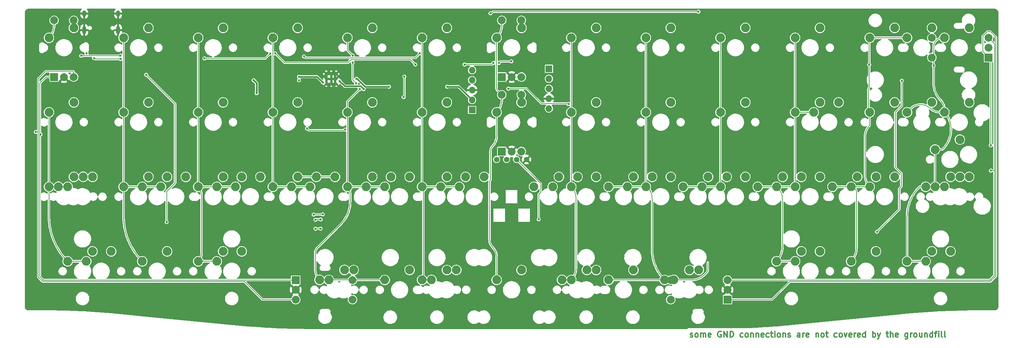
<source format=gbr>
%TF.GenerationSoftware,KiCad,Pcbnew,(6.0.7)*%
%TF.CreationDate,2023-02-03T16:15:22+01:00*%
%TF.ProjectId,alpha-curISO_rp2040,616c7068-612d-4637-9572-49534f5f7270,rev?*%
%TF.SameCoordinates,Original*%
%TF.FileFunction,Copper,L1,Top*%
%TF.FilePolarity,Positive*%
%FSLAX46Y46*%
G04 Gerber Fmt 4.6, Leading zero omitted, Abs format (unit mm)*
G04 Created by KiCad (PCBNEW (6.0.7)) date 2023-02-03 16:15:22*
%MOMM*%
%LPD*%
G01*
G04 APERTURE LIST*
%ADD10C,0.300000*%
%TA.AperFunction,NonConductor*%
%ADD11C,0.300000*%
%TD*%
%TA.AperFunction,ComponentPad*%
%ADD12C,2.250000*%
%TD*%
%TA.AperFunction,ComponentPad*%
%ADD13R,2.000000X2.000000*%
%TD*%
%TA.AperFunction,ComponentPad*%
%ADD14C,2.000000*%
%TD*%
%TA.AperFunction,ComponentPad*%
%ADD15C,2.200000*%
%TD*%
%TA.AperFunction,ComponentPad*%
%ADD16C,1.397000*%
%TD*%
%TA.AperFunction,ComponentPad*%
%ADD17R,1.700000X1.700000*%
%TD*%
%TA.AperFunction,ComponentPad*%
%ADD18O,1.700000X1.700000*%
%TD*%
%TA.AperFunction,ComponentPad*%
%ADD19O,1.000000X1.600000*%
%TD*%
%TA.AperFunction,ComponentPad*%
%ADD20O,1.000000X2.100000*%
%TD*%
%TA.AperFunction,ComponentPad*%
%ADD21C,0.600000*%
%TD*%
%TA.AperFunction,ViaPad*%
%ADD22C,0.600000*%
%TD*%
%TA.AperFunction,Conductor*%
%ADD23C,0.600000*%
%TD*%
%TA.AperFunction,Conductor*%
%ADD24C,0.381000*%
%TD*%
%TA.AperFunction,Conductor*%
%ADD25C,0.200000*%
%TD*%
G04 APERTURE END LIST*
D10*
D11*
X193270285Y-132687142D02*
X193413142Y-132758571D01*
X193698857Y-132758571D01*
X193841714Y-132687142D01*
X193913142Y-132544285D01*
X193913142Y-132472857D01*
X193841714Y-132330000D01*
X193698857Y-132258571D01*
X193484571Y-132258571D01*
X193341714Y-132187142D01*
X193270285Y-132044285D01*
X193270285Y-131972857D01*
X193341714Y-131830000D01*
X193484571Y-131758571D01*
X193698857Y-131758571D01*
X193841714Y-131830000D01*
X194770285Y-132758571D02*
X194627428Y-132687142D01*
X194556000Y-132615714D01*
X194484571Y-132472857D01*
X194484571Y-132044285D01*
X194556000Y-131901428D01*
X194627428Y-131830000D01*
X194770285Y-131758571D01*
X194984571Y-131758571D01*
X195127428Y-131830000D01*
X195198857Y-131901428D01*
X195270285Y-132044285D01*
X195270285Y-132472857D01*
X195198857Y-132615714D01*
X195127428Y-132687142D01*
X194984571Y-132758571D01*
X194770285Y-132758571D01*
X195913142Y-132758571D02*
X195913142Y-131758571D01*
X195913142Y-131901428D02*
X195984571Y-131830000D01*
X196127428Y-131758571D01*
X196341714Y-131758571D01*
X196484571Y-131830000D01*
X196556000Y-131972857D01*
X196556000Y-132758571D01*
X196556000Y-131972857D02*
X196627428Y-131830000D01*
X196770285Y-131758571D01*
X196984571Y-131758571D01*
X197127428Y-131830000D01*
X197198857Y-131972857D01*
X197198857Y-132758571D01*
X198484571Y-132687142D02*
X198341714Y-132758571D01*
X198056000Y-132758571D01*
X197913142Y-132687142D01*
X197841714Y-132544285D01*
X197841714Y-131972857D01*
X197913142Y-131830000D01*
X198056000Y-131758571D01*
X198341714Y-131758571D01*
X198484571Y-131830000D01*
X198556000Y-131972857D01*
X198556000Y-132115714D01*
X197841714Y-132258571D01*
X201127428Y-131330000D02*
X200984571Y-131258571D01*
X200770285Y-131258571D01*
X200556000Y-131330000D01*
X200413142Y-131472857D01*
X200341714Y-131615714D01*
X200270285Y-131901428D01*
X200270285Y-132115714D01*
X200341714Y-132401428D01*
X200413142Y-132544285D01*
X200556000Y-132687142D01*
X200770285Y-132758571D01*
X200913142Y-132758571D01*
X201127428Y-132687142D01*
X201198857Y-132615714D01*
X201198857Y-132115714D01*
X200913142Y-132115714D01*
X201841714Y-132758571D02*
X201841714Y-131258571D01*
X202698857Y-132758571D01*
X202698857Y-131258571D01*
X203413142Y-132758571D02*
X203413142Y-131258571D01*
X203770285Y-131258571D01*
X203984571Y-131330000D01*
X204127428Y-131472857D01*
X204198857Y-131615714D01*
X204270285Y-131901428D01*
X204270285Y-132115714D01*
X204198857Y-132401428D01*
X204127428Y-132544285D01*
X203984571Y-132687142D01*
X203770285Y-132758571D01*
X203413142Y-132758571D01*
X206698857Y-132687142D02*
X206556000Y-132758571D01*
X206270285Y-132758571D01*
X206127428Y-132687142D01*
X206056000Y-132615714D01*
X205984571Y-132472857D01*
X205984571Y-132044285D01*
X206056000Y-131901428D01*
X206127428Y-131830000D01*
X206270285Y-131758571D01*
X206556000Y-131758571D01*
X206698857Y-131830000D01*
X207556000Y-132758571D02*
X207413142Y-132687142D01*
X207341714Y-132615714D01*
X207270285Y-132472857D01*
X207270285Y-132044285D01*
X207341714Y-131901428D01*
X207413142Y-131830000D01*
X207556000Y-131758571D01*
X207770285Y-131758571D01*
X207913142Y-131830000D01*
X207984571Y-131901428D01*
X208056000Y-132044285D01*
X208056000Y-132472857D01*
X207984571Y-132615714D01*
X207913142Y-132687142D01*
X207770285Y-132758571D01*
X207556000Y-132758571D01*
X208698857Y-131758571D02*
X208698857Y-132758571D01*
X208698857Y-131901428D02*
X208770285Y-131830000D01*
X208913142Y-131758571D01*
X209127428Y-131758571D01*
X209270285Y-131830000D01*
X209341714Y-131972857D01*
X209341714Y-132758571D01*
X210056000Y-131758571D02*
X210056000Y-132758571D01*
X210056000Y-131901428D02*
X210127428Y-131830000D01*
X210270285Y-131758571D01*
X210484571Y-131758571D01*
X210627428Y-131830000D01*
X210698857Y-131972857D01*
X210698857Y-132758571D01*
X211984571Y-132687142D02*
X211841714Y-132758571D01*
X211556000Y-132758571D01*
X211413142Y-132687142D01*
X211341714Y-132544285D01*
X211341714Y-131972857D01*
X211413142Y-131830000D01*
X211556000Y-131758571D01*
X211841714Y-131758571D01*
X211984571Y-131830000D01*
X212056000Y-131972857D01*
X212056000Y-132115714D01*
X211341714Y-132258571D01*
X213341714Y-132687142D02*
X213198857Y-132758571D01*
X212913142Y-132758571D01*
X212770285Y-132687142D01*
X212698857Y-132615714D01*
X212627428Y-132472857D01*
X212627428Y-132044285D01*
X212698857Y-131901428D01*
X212770285Y-131830000D01*
X212913142Y-131758571D01*
X213198857Y-131758571D01*
X213341714Y-131830000D01*
X213770285Y-131758571D02*
X214341714Y-131758571D01*
X213984571Y-131258571D02*
X213984571Y-132544285D01*
X214056000Y-132687142D01*
X214198857Y-132758571D01*
X214341714Y-132758571D01*
X214841714Y-132758571D02*
X214841714Y-131758571D01*
X214841714Y-131258571D02*
X214770285Y-131330000D01*
X214841714Y-131401428D01*
X214913142Y-131330000D01*
X214841714Y-131258571D01*
X214841714Y-131401428D01*
X215770285Y-132758571D02*
X215627428Y-132687142D01*
X215556000Y-132615714D01*
X215484571Y-132472857D01*
X215484571Y-132044285D01*
X215556000Y-131901428D01*
X215627428Y-131830000D01*
X215770285Y-131758571D01*
X215984571Y-131758571D01*
X216127428Y-131830000D01*
X216198857Y-131901428D01*
X216270285Y-132044285D01*
X216270285Y-132472857D01*
X216198857Y-132615714D01*
X216127428Y-132687142D01*
X215984571Y-132758571D01*
X215770285Y-132758571D01*
X216913142Y-131758571D02*
X216913142Y-132758571D01*
X216913142Y-131901428D02*
X216984571Y-131830000D01*
X217127428Y-131758571D01*
X217341714Y-131758571D01*
X217484571Y-131830000D01*
X217556000Y-131972857D01*
X217556000Y-132758571D01*
X218198857Y-132687142D02*
X218341714Y-132758571D01*
X218627428Y-132758571D01*
X218770285Y-132687142D01*
X218841714Y-132544285D01*
X218841714Y-132472857D01*
X218770285Y-132330000D01*
X218627428Y-132258571D01*
X218413142Y-132258571D01*
X218270285Y-132187142D01*
X218198857Y-132044285D01*
X218198857Y-131972857D01*
X218270285Y-131830000D01*
X218413142Y-131758571D01*
X218627428Y-131758571D01*
X218770285Y-131830000D01*
X221270285Y-132758571D02*
X221270285Y-131972857D01*
X221198857Y-131830000D01*
X221056000Y-131758571D01*
X220770285Y-131758571D01*
X220627428Y-131830000D01*
X221270285Y-132687142D02*
X221127428Y-132758571D01*
X220770285Y-132758571D01*
X220627428Y-132687142D01*
X220556000Y-132544285D01*
X220556000Y-132401428D01*
X220627428Y-132258571D01*
X220770285Y-132187142D01*
X221127428Y-132187142D01*
X221270285Y-132115714D01*
X221984571Y-132758571D02*
X221984571Y-131758571D01*
X221984571Y-132044285D02*
X222056000Y-131901428D01*
X222127428Y-131830000D01*
X222270285Y-131758571D01*
X222413142Y-131758571D01*
X223484571Y-132687142D02*
X223341714Y-132758571D01*
X223056000Y-132758571D01*
X222913142Y-132687142D01*
X222841714Y-132544285D01*
X222841714Y-131972857D01*
X222913142Y-131830000D01*
X223056000Y-131758571D01*
X223341714Y-131758571D01*
X223484571Y-131830000D01*
X223556000Y-131972857D01*
X223556000Y-132115714D01*
X222841714Y-132258571D01*
X225341714Y-131758571D02*
X225341714Y-132758571D01*
X225341714Y-131901428D02*
X225413142Y-131830000D01*
X225556000Y-131758571D01*
X225770285Y-131758571D01*
X225913142Y-131830000D01*
X225984571Y-131972857D01*
X225984571Y-132758571D01*
X226913142Y-132758571D02*
X226770285Y-132687142D01*
X226698857Y-132615714D01*
X226627428Y-132472857D01*
X226627428Y-132044285D01*
X226698857Y-131901428D01*
X226770285Y-131830000D01*
X226913142Y-131758571D01*
X227127428Y-131758571D01*
X227270285Y-131830000D01*
X227341714Y-131901428D01*
X227413142Y-132044285D01*
X227413142Y-132472857D01*
X227341714Y-132615714D01*
X227270285Y-132687142D01*
X227127428Y-132758571D01*
X226913142Y-132758571D01*
X227841714Y-131758571D02*
X228413142Y-131758571D01*
X228056000Y-131258571D02*
X228056000Y-132544285D01*
X228127428Y-132687142D01*
X228270285Y-132758571D01*
X228413142Y-132758571D01*
X230698857Y-132687142D02*
X230556000Y-132758571D01*
X230270285Y-132758571D01*
X230127428Y-132687142D01*
X230056000Y-132615714D01*
X229984571Y-132472857D01*
X229984571Y-132044285D01*
X230056000Y-131901428D01*
X230127428Y-131830000D01*
X230270285Y-131758571D01*
X230556000Y-131758571D01*
X230698857Y-131830000D01*
X231556000Y-132758571D02*
X231413142Y-132687142D01*
X231341714Y-132615714D01*
X231270285Y-132472857D01*
X231270285Y-132044285D01*
X231341714Y-131901428D01*
X231413142Y-131830000D01*
X231556000Y-131758571D01*
X231770285Y-131758571D01*
X231913142Y-131830000D01*
X231984571Y-131901428D01*
X232056000Y-132044285D01*
X232056000Y-132472857D01*
X231984571Y-132615714D01*
X231913142Y-132687142D01*
X231770285Y-132758571D01*
X231556000Y-132758571D01*
X232556000Y-131758571D02*
X232913142Y-132758571D01*
X233270285Y-131758571D01*
X234413142Y-132687142D02*
X234270285Y-132758571D01*
X233984571Y-132758571D01*
X233841714Y-132687142D01*
X233770285Y-132544285D01*
X233770285Y-131972857D01*
X233841714Y-131830000D01*
X233984571Y-131758571D01*
X234270285Y-131758571D01*
X234413142Y-131830000D01*
X234484571Y-131972857D01*
X234484571Y-132115714D01*
X233770285Y-132258571D01*
X235127428Y-132758571D02*
X235127428Y-131758571D01*
X235127428Y-132044285D02*
X235198857Y-131901428D01*
X235270285Y-131830000D01*
X235413142Y-131758571D01*
X235556000Y-131758571D01*
X236627428Y-132687142D02*
X236484571Y-132758571D01*
X236198857Y-132758571D01*
X236056000Y-132687142D01*
X235984571Y-132544285D01*
X235984571Y-131972857D01*
X236056000Y-131830000D01*
X236198857Y-131758571D01*
X236484571Y-131758571D01*
X236627428Y-131830000D01*
X236698857Y-131972857D01*
X236698857Y-132115714D01*
X235984571Y-132258571D01*
X237984571Y-132758571D02*
X237984571Y-131258571D01*
X237984571Y-132687142D02*
X237841714Y-132758571D01*
X237556000Y-132758571D01*
X237413142Y-132687142D01*
X237341714Y-132615714D01*
X237270285Y-132472857D01*
X237270285Y-132044285D01*
X237341714Y-131901428D01*
X237413142Y-131830000D01*
X237556000Y-131758571D01*
X237841714Y-131758571D01*
X237984571Y-131830000D01*
X239841714Y-132758571D02*
X239841714Y-131258571D01*
X239841714Y-131830000D02*
X239984571Y-131758571D01*
X240270285Y-131758571D01*
X240413142Y-131830000D01*
X240484571Y-131901428D01*
X240556000Y-132044285D01*
X240556000Y-132472857D01*
X240484571Y-132615714D01*
X240413142Y-132687142D01*
X240270285Y-132758571D01*
X239984571Y-132758571D01*
X239841714Y-132687142D01*
X241056000Y-131758571D02*
X241413142Y-132758571D01*
X241770285Y-131758571D02*
X241413142Y-132758571D01*
X241270285Y-133115714D01*
X241198857Y-133187142D01*
X241056000Y-133258571D01*
X243270285Y-131758571D02*
X243841714Y-131758571D01*
X243484571Y-131258571D02*
X243484571Y-132544285D01*
X243556000Y-132687142D01*
X243698857Y-132758571D01*
X243841714Y-132758571D01*
X244341714Y-132758571D02*
X244341714Y-131258571D01*
X244984571Y-132758571D02*
X244984571Y-131972857D01*
X244913142Y-131830000D01*
X244770285Y-131758571D01*
X244556000Y-131758571D01*
X244413142Y-131830000D01*
X244341714Y-131901428D01*
X246270285Y-132687142D02*
X246127428Y-132758571D01*
X245841714Y-132758571D01*
X245698857Y-132687142D01*
X245627428Y-132544285D01*
X245627428Y-131972857D01*
X245698857Y-131830000D01*
X245841714Y-131758571D01*
X246127428Y-131758571D01*
X246270285Y-131830000D01*
X246341714Y-131972857D01*
X246341714Y-132115714D01*
X245627428Y-132258571D01*
X248770285Y-131758571D02*
X248770285Y-132972857D01*
X248698857Y-133115714D01*
X248627428Y-133187142D01*
X248484571Y-133258571D01*
X248270285Y-133258571D01*
X248127428Y-133187142D01*
X248770285Y-132687142D02*
X248627428Y-132758571D01*
X248341714Y-132758571D01*
X248198857Y-132687142D01*
X248127428Y-132615714D01*
X248056000Y-132472857D01*
X248056000Y-132044285D01*
X248127428Y-131901428D01*
X248198857Y-131830000D01*
X248341714Y-131758571D01*
X248627428Y-131758571D01*
X248770285Y-131830000D01*
X249484571Y-132758571D02*
X249484571Y-131758571D01*
X249484571Y-132044285D02*
X249556000Y-131901428D01*
X249627428Y-131830000D01*
X249770285Y-131758571D01*
X249913142Y-131758571D01*
X250627428Y-132758571D02*
X250484571Y-132687142D01*
X250413142Y-132615714D01*
X250341714Y-132472857D01*
X250341714Y-132044285D01*
X250413142Y-131901428D01*
X250484571Y-131830000D01*
X250627428Y-131758571D01*
X250841714Y-131758571D01*
X250984571Y-131830000D01*
X251056000Y-131901428D01*
X251127428Y-132044285D01*
X251127428Y-132472857D01*
X251056000Y-132615714D01*
X250984571Y-132687142D01*
X250841714Y-132758571D01*
X250627428Y-132758571D01*
X252413142Y-131758571D02*
X252413142Y-132758571D01*
X251770285Y-131758571D02*
X251770285Y-132544285D01*
X251841714Y-132687142D01*
X251984571Y-132758571D01*
X252198857Y-132758571D01*
X252341714Y-132687142D01*
X252413142Y-132615714D01*
X253127428Y-131758571D02*
X253127428Y-132758571D01*
X253127428Y-131901428D02*
X253198857Y-131830000D01*
X253341714Y-131758571D01*
X253556000Y-131758571D01*
X253698857Y-131830000D01*
X253770285Y-131972857D01*
X253770285Y-132758571D01*
X255127428Y-132758571D02*
X255127428Y-131258571D01*
X255127428Y-132687142D02*
X254984571Y-132758571D01*
X254698857Y-132758571D01*
X254556000Y-132687142D01*
X254484571Y-132615714D01*
X254413142Y-132472857D01*
X254413142Y-132044285D01*
X254484571Y-131901428D01*
X254556000Y-131830000D01*
X254698857Y-131758571D01*
X254984571Y-131758571D01*
X255127428Y-131830000D01*
X255627428Y-131758571D02*
X256198857Y-131758571D01*
X255841714Y-132758571D02*
X255841714Y-131472857D01*
X255913142Y-131330000D01*
X256056000Y-131258571D01*
X256198857Y-131258571D01*
X256698857Y-132758571D02*
X256698857Y-131758571D01*
X256698857Y-131258571D02*
X256627428Y-131330000D01*
X256698857Y-131401428D01*
X256770285Y-131330000D01*
X256698857Y-131258571D01*
X256698857Y-131401428D01*
X257627428Y-132758571D02*
X257484571Y-132687142D01*
X257413142Y-132544285D01*
X257413142Y-131258571D01*
X258413142Y-132758571D02*
X258270285Y-132687142D01*
X258198857Y-132544285D01*
X258198857Y-131258571D01*
D12*
%TO.P,SW30(ortho)1,1,1*%
%TO.N,COL3*%
X86677500Y-94297500D03*
%TO.P,SW30(ortho)1,2,2*%
%TO.N,Net-(D15-Pad2)*%
X93027500Y-91757500D03*
%TD*%
%TO.P,SW12,1,1*%
%TO.N,COL11*%
X239077500Y-56197500D03*
%TO.P,SW12,2,2*%
%TO.N,Net-(D42-Pad2)*%
X245427500Y-53657500D03*
%TD*%
%TO.P,SW31(ortho)1,1,1*%
%TO.N,COL4*%
X105727500Y-94297500D03*
%TO.P,SW31(ortho)1,2,2*%
%TO.N,Net-(D18-Pad2)*%
X112077500Y-91757500D03*
%TD*%
%TO.P,SW43(1.75)1,1,1*%
%TO.N,COL5*%
X127172566Y-118095521D03*
%TO.P,SW43(1.75)1,2,2*%
%TO.N,Net-(D23-Pad2)*%
X133522566Y-115555521D03*
%TD*%
%TO.P,SW48,1,1*%
%TO.N,COL11*%
X234315000Y-113347500D03*
%TO.P,SW48,2,2*%
%TO.N,Net-(D45-Pad2)*%
X240665000Y-110807500D03*
%TD*%
%TO.P,SW33(1.5stagger)1,1,1*%
%TO.N,COL7*%
X153352500Y-94297500D03*
%TO.P,SW33(1.5stagger)1,2,2*%
%TO.N,Net-(D29-Pad2)*%
X159702500Y-91757500D03*
%TD*%
D13*
%TO.P,SW_rotary3,A,A*%
%TO.N,PD5*%
X145137500Y-66237500D03*
D14*
%TO.P,SW_rotary3,B,B*%
%TO.N,PD2*%
X150137500Y-66237500D03*
%TO.P,SW_rotary3,C,C*%
%TO.N,GND*%
X147637500Y-66237500D03*
%TO.P,SW_rotary3,S1,S1*%
%TO.N,R_row3*%
X150137500Y-51737500D03*
%TO.P,SW_rotary3,S2,S2*%
%TO.N,COL6*%
X145137500Y-51737500D03*
%TD*%
D12*
%TO.P,SW42(3)1,1,1*%
%TO.N,COL4*%
X115252500Y-118110000D03*
%TO.P,SW42(3)1,2,2*%
%TO.N,R_row5*%
X121602500Y-115570000D03*
%TD*%
%TO.P,SW32(ortho)1,1,1*%
%TO.N,COL5*%
X124777500Y-94297500D03*
%TO.P,SW32(ortho)1,2,2*%
%TO.N,Net-(D22-Pad2)*%
X131127500Y-91757500D03*
%TD*%
%TO.P,SW34(1.5stagger)1,1,1*%
%TO.N,COL8*%
X172402500Y-94297500D03*
%TO.P,SW34(1.5stagger)1,2,2*%
%TO.N,Net-(D33-Pad2)*%
X178752500Y-91757500D03*
%TD*%
%TO.P,SW21,1,1*%
%TO.N,COL7*%
X162877500Y-75247500D03*
%TO.P,SW21,2,2*%
%TO.N,Net-(D28-Pad2)*%
X169227500Y-72707500D03*
%TD*%
%TO.P,SW28,1,1*%
%TO.N,COL1*%
X53340000Y-94297500D03*
%TO.P,SW28,2,2*%
%TO.N,Net-(D7-Pad2)*%
X59690000Y-91757500D03*
%TD*%
%TO.P,SW8,1,1*%
%TO.N,COL7*%
X162877500Y-56197500D03*
%TO.P,SW8,2,2*%
%TO.N,Net-(D27-Pad2)*%
X169227500Y-53657500D03*
%TD*%
%TO.P,SW28(1.5stagger)1,1,1*%
%TO.N,COL1*%
X58102500Y-94297500D03*
%TO.P,SW28(1.5stagger)1,2,2*%
%TO.N,Net-(D7-Pad2)*%
X64452500Y-91757500D03*
%TD*%
%TO.P,SW46(1.5)1,1,1*%
%TO.N,COL8*%
X186690000Y-118110000D03*
%TO.P,SW46(1.5)1,2,2*%
%TO.N,R_col6*%
X193040000Y-115570000D03*
%TD*%
%TO.P,SW23,1,1*%
%TO.N,COL9*%
X200977500Y-75247500D03*
%TO.P,SW23,2,2*%
%TO.N,Net-(D36-Pad2)*%
X207327500Y-72707500D03*
%TD*%
%TO.P,SW36,1,1*%
%TO.N,COL10*%
X215265000Y-94297500D03*
%TO.P,SW36,2,2*%
%TO.N,Net-(D40-Pad2)*%
X221615000Y-91757500D03*
%TD*%
%TO.P,SW12(2)1,1,1*%
%TO.N,COL11*%
X248602500Y-56197500D03*
%TO.P,SW12(2)1,2,2*%
%TO.N,Net-(D42-Pad2)*%
X254952500Y-53657500D03*
%TD*%
%TO.P,SW15,1,1*%
%TO.N,COL1*%
X48577500Y-75247500D03*
%TO.P,SW15,2,2*%
%TO.N,Net-(D6-Pad2)*%
X54927500Y-72707500D03*
%TD*%
%TO.P,SW39(1.5)1,1,1*%
%TO.N,COL0*%
X39052500Y-113347500D03*
%TO.P,SW39(1.5)1,2,2*%
%TO.N,Net-(D4-Pad2)*%
X45402500Y-110807500D03*
%TD*%
%TO.P,SW6,1,1*%
%TO.N,COL5*%
X124777500Y-56197500D03*
%TO.P,SW6,2,2*%
%TO.N,Net-(D20-Pad2)*%
X131127500Y-53657500D03*
%TD*%
%TO.P,SW49(1.5)1,1,1*%
%TO.N,COL12*%
X248602500Y-113347500D03*
%TO.P,SW49(1.5)1,2,2*%
%TO.N,Net-(D49-Pad2)*%
X254952500Y-110807500D03*
%TD*%
%TO.P,SW31,1,1*%
%TO.N,COL4*%
X110490000Y-94297500D03*
%TO.P,SW31,2,2*%
%TO.N,Net-(D18-Pad2)*%
X116840000Y-91757500D03*
%TD*%
%TO.P,SW37(1.5stagger)1,1,1*%
%TO.N,COL11*%
X229552500Y-94297500D03*
%TO.P,SW37(1.5stagger)1,2,2*%
%TO.N,Net-(D44-Pad2)*%
X235902500Y-91757500D03*
%TD*%
%TO.P,SW38(1.25)1,1,1*%
%TO.N,COL12*%
X255778000Y-94297500D03*
%TO.P,SW38(1.25)1,2,2*%
%TO.N,Net-(D48-Pad2)*%
X262128000Y-91757500D03*
%TD*%
%TO.P,SW47,1,1*%
%TO.N,COL10*%
X215265000Y-113347500D03*
%TO.P,SW47,2,2*%
%TO.N,Net-(D41-Pad2)*%
X221615000Y-110807500D03*
%TD*%
%TO.P,SW1,1,1*%
%TO.N,COL0*%
X29527500Y-56197500D03*
%TO.P,SW1,2,2*%
%TO.N,R_row1*%
X35877500Y-53657500D03*
%TD*%
%TO.P,SW26(ISO)1,1,1*%
%TO.N,COL12*%
X255746250Y-84772500D03*
%TO.P,SW26(ISO)1,2,2*%
%TO.N,Net-(D47-Pad2)*%
X262096250Y-82232500D03*
%TD*%
%TO.P,SW37(ortho)1,1,1*%
%TO.N,COL11*%
X239077500Y-94297500D03*
%TO.P,SW37(ortho)1,2,2*%
%TO.N,Net-(D44-Pad2)*%
X245427500Y-91757500D03*
%TD*%
%TO.P,SW41(1.5)1,1,1*%
%TO.N,COL2*%
X67627500Y-113347500D03*
%TO.P,SW41(1.5)1,2,2*%
%TO.N,Net-(D12-Pad2)*%
X73977500Y-110807500D03*
%TD*%
%TO.P,SW27(ortho)1,1,1*%
%TO.N,COL0*%
X29527500Y-94297500D03*
%TO.P,SW27(ortho)1,2,2*%
%TO.N,Net-(D3-Pad2)*%
X35877500Y-91757500D03*
%TD*%
%TO.P,SW38(1.5)1,1,1*%
%TO.N,COL12*%
X253365000Y-94297500D03*
%TO.P,SW38(1.5)1,2,2*%
%TO.N,Net-(D48-Pad2)*%
X259715000Y-91757500D03*
%TD*%
D13*
%TO.P,SW_rotary2,A,A*%
%TO.N,R2_A*%
X269437500Y-61237500D03*
D14*
%TO.P,SW_rotary2,B,B*%
%TO.N,R2_B*%
X269437500Y-56237500D03*
%TO.P,SW_rotary2,C,C*%
%TO.N,GND*%
X269437500Y-58737500D03*
%TO.P,SW_rotary2,S1,S1*%
%TO.N,R_row2*%
X254937500Y-56237500D03*
%TO.P,SW_rotary2,S2,S2*%
%TO.N,COL12*%
X254937500Y-61237500D03*
%TD*%
D13*
%TO.P,SW_rotary6,A,A*%
%TO.N,R2_A*%
X202762500Y-123150000D03*
D14*
%TO.P,SW_rotary6,B,B*%
%TO.N,R2_B*%
X202762500Y-118150000D03*
%TO.P,SW_rotary6,C,C*%
%TO.N,GND*%
X202762500Y-120650000D03*
%TO.P,SW_rotary6,S1,S1*%
%TO.N,COL8*%
X188262500Y-118150000D03*
%TO.P,SW_rotary6,S2,S2*%
%TO.N,R_col6*%
X188262500Y-123150000D03*
%TD*%
D12*
%TO.P,SW9,1,1*%
%TO.N,COL8*%
X181927500Y-56197500D03*
%TO.P,SW9,2,2*%
%TO.N,Net-(D31-Pad2)*%
X188277500Y-53657500D03*
%TD*%
%TO.P,SW33,1,1*%
%TO.N,COL7*%
X158115000Y-94297500D03*
%TO.P,SW33,2,2*%
%TO.N,Net-(D29-Pad2)*%
X164465000Y-91757500D03*
%TD*%
%TO.P,SW43(2)1,1,1*%
%TO.N,COL5*%
X124777500Y-118110000D03*
%TO.P,SW43(2)1,2,2*%
%TO.N,Net-(D23-Pad2)*%
X131127500Y-115570000D03*
%TD*%
D15*
%TO.P,SW44(4)1,1,1*%
%TO.N,COL6*%
X143827500Y-118110000D03*
%TO.P,SW44(4)1,2,2*%
%TO.N,Net-(D24-Pad2)*%
X150177500Y-115570000D03*
%TD*%
D12*
%TO.P,SW33(ortho)1,1,1*%
%TO.N,COL7*%
X162877500Y-94297500D03*
%TO.P,SW33(ortho)1,2,2*%
%TO.N,Net-(D29-Pad2)*%
X169227500Y-91757500D03*
%TD*%
%TO.P,SW10,1,1*%
%TO.N,COL9*%
X200977500Y-56197500D03*
%TO.P,SW10,2,2*%
%TO.N,Net-(D35-Pad2)*%
X207327500Y-53657500D03*
%TD*%
%TO.P,SW18,1,1*%
%TO.N,COL4*%
X105727500Y-75247500D03*
%TO.P,SW18,2,2*%
%TO.N,Net-(D17-Pad2)*%
X112077500Y-72707500D03*
%TD*%
%TO.P,SW34(ortho)1,1,1*%
%TO.N,COL8*%
X181927500Y-94297500D03*
%TO.P,SW34(ortho)1,2,2*%
%TO.N,Net-(D33-Pad2)*%
X188277500Y-91757500D03*
%TD*%
%TO.P,SW36(ortho)1,1,1*%
%TO.N,COL10*%
X220027500Y-94297500D03*
%TO.P,SW36(ortho)1,2,2*%
%TO.N,Net-(D40-Pad2)*%
X226377500Y-91757500D03*
%TD*%
D13*
%TO.P,SW_rotary5,A,A*%
%TO.N,R1_A*%
X92512500Y-118150000D03*
D14*
%TO.P,SW_rotary5,B,B*%
%TO.N,R1_B*%
X92512500Y-123150000D03*
%TO.P,SW_rotary5,C,C*%
%TO.N,GND*%
X92512500Y-120650000D03*
%TO.P,SW_rotary5,S1,S1*%
%TO.N,R_row5*%
X107012500Y-123150000D03*
%TO.P,SW_rotary5,S2,S2*%
%TO.N,COL4*%
X107012500Y-118150000D03*
%TD*%
D12*
%TO.P,SW2,1,1*%
%TO.N,COL1*%
X48577500Y-56197500D03*
%TO.P,SW2,2,2*%
%TO.N,Net-(D5-Pad2)*%
X54927500Y-53657500D03*
%TD*%
%TO.P,SW38(ortho)1,1,1*%
%TO.N,COL12*%
X258127500Y-94297500D03*
%TO.P,SW38(ortho)1,2,2*%
%TO.N,Net-(D48-Pad2)*%
X264477500Y-91757500D03*
%TD*%
%TO.P,SW34,1,1*%
%TO.N,COL8*%
X177165000Y-94297500D03*
%TO.P,SW34,2,2*%
%TO.N,Net-(D33-Pad2)*%
X183515000Y-91757500D03*
%TD*%
%TO.P,SW4,1,1*%
%TO.N,COL3*%
X86677500Y-56197500D03*
%TO.P,SW4,2,2*%
%TO.N,Net-(D13-Pad2)*%
X93027500Y-53657500D03*
%TD*%
%TO.P,SW13,1,1*%
%TO.N,COL12*%
X258127500Y-56197500D03*
%TO.P,SW13,2,2*%
%TO.N,R_row2*%
X264477500Y-53657500D03*
%TD*%
%TO.P,SW35(ortho)1,1,1*%
%TO.N,COL9*%
X200977500Y-94297500D03*
%TO.P,SW35(ortho)1,2,2*%
%TO.N,Net-(D37-Pad2)*%
X207327500Y-91757500D03*
%TD*%
%TO.P,SW32,1,1*%
%TO.N,COL5*%
X129540000Y-94297500D03*
%TO.P,SW32,2,2*%
%TO.N,Net-(D22-Pad2)*%
X135890000Y-91757500D03*
%TD*%
%TO.P,SW29(ortho)1,1,1*%
%TO.N,COL2*%
X67627500Y-94297500D03*
%TO.P,SW29(ortho)1,2,2*%
%TO.N,Net-(D11-Pad2)*%
X73977500Y-91757500D03*
%TD*%
%TO.P,SW30(1.5stagger)1,1,1*%
%TO.N,COL3*%
X96202500Y-94297500D03*
%TO.P,SW30(1.5stagger)1,2,2*%
%TO.N,Net-(D15-Pad2)*%
X102552500Y-91757500D03*
%TD*%
%TO.P,SW29(1.5stagger)1,1,1*%
%TO.N,COL2*%
X77152500Y-94297500D03*
%TO.P,SW29(1.5stagger)1,2,2*%
%TO.N,Net-(D11-Pad2)*%
X83502500Y-91757500D03*
%TD*%
%TO.P,SW45(2)1,1,1*%
%TO.N,COL7*%
X162877500Y-118110000D03*
%TO.P,SW45(2)1,2,2*%
%TO.N,Net-(D30-Pad2)*%
X169227500Y-115570000D03*
%TD*%
%TO.P,SW46(1.25)1,1,1*%
%TO.N,COL8*%
X189085066Y-118095521D03*
%TO.P,SW46(1.25)1,2,2*%
%TO.N,R_col6*%
X195435066Y-115555521D03*
%TD*%
D16*
%TO.P,OL1,1,SDA*%
%TO.N,SDA*%
X143827500Y-87312500D03*
%TO.P,OL1,2,SCL*%
%TO.N,SCL*%
X146367500Y-87312500D03*
%TO.P,OL1,3,VCC*%
%TO.N,+5V*%
X148907500Y-87312500D03*
%TO.P,OL1,4,GND*%
%TO.N,GND*%
X151447500Y-87312500D03*
%TD*%
D12*
%TO.P,SW16,1,1*%
%TO.N,COL2*%
X67627500Y-75247500D03*
%TO.P,SW16,2,2*%
%TO.N,Net-(D10-Pad2)*%
X73977500Y-72707500D03*
%TD*%
%TO.P,SW25,1,1*%
%TO.N,COL11*%
X239077500Y-75247500D03*
%TO.P,SW25,2,2*%
%TO.N,Net-(D43-Pad2)*%
X245427500Y-72707500D03*
%TD*%
%TO.P,SW46(3)1,1,1*%
%TO.N,COL8*%
X172402500Y-118110000D03*
%TO.P,SW46(3)1,2,2*%
%TO.N,R_col6*%
X178752500Y-115570000D03*
%TD*%
%TO.P,SW39,1,1*%
%TO.N,COL0*%
X34290000Y-113347500D03*
%TO.P,SW39,2,2*%
%TO.N,Net-(D4-Pad2)*%
X40640000Y-110807500D03*
%TD*%
%TO.P,SW19,1,1*%
%TO.N,COL5*%
X124777500Y-75247500D03*
%TO.P,SW19,2,2*%
%TO.N,Net-(D21-Pad2)*%
X131127500Y-72707500D03*
%TD*%
D17*
%TO.P,J2,1,Pin_1*%
%TO.N,PD2*%
X157162500Y-64135000D03*
D18*
%TO.P,J2,2,Pin_2*%
%TO.N,Net-(C18-Pad2)*%
X157162500Y-66675000D03*
%TO.P,J2,3,Pin_3*%
%TO.N,PD5*%
X157162500Y-69215000D03*
%TO.P,J2,4,Pin_4*%
%TO.N,GND*%
X157162500Y-71755000D03*
%TO.P,J2,5,Pin_5*%
%TO.N,+5V*%
X157162500Y-74295000D03*
%TD*%
D12*
%TO.P,SW44(6)1,1,1*%
%TO.N,COL6*%
X143827500Y-118110000D03*
%TO.P,SW44(6)1,2,2*%
%TO.N,Net-(D24-Pad2)*%
X150177500Y-115570000D03*
%TD*%
%TO.P,SW35,1,1*%
%TO.N,COL9*%
X196215000Y-94297500D03*
%TO.P,SW35,2,2*%
%TO.N,Net-(D37-Pad2)*%
X202565000Y-91757500D03*
%TD*%
%TO.P,SW37,1,1*%
%TO.N,COL11*%
X234315000Y-94297500D03*
%TO.P,SW37,2,2*%
%TO.N,Net-(D44-Pad2)*%
X240665000Y-91757500D03*
%TD*%
%TO.P,SW20,1,1*%
%TO.N,COL6*%
X143827500Y-75247500D03*
%TO.P,SW20,2,2*%
%TO.N,R_row4*%
X150177500Y-72707500D03*
%TD*%
%TO.P,SW11,1,1*%
%TO.N,COL10*%
X220027500Y-56197500D03*
%TO.P,SW11,2,2*%
%TO.N,Net-(D38-Pad2)*%
X226377500Y-53657500D03*
%TD*%
%TO.P,SW24(1.5)1,1,1*%
%TO.N,COL10*%
X224790000Y-75247500D03*
%TO.P,SW24(1.5)1,2,2*%
%TO.N,Net-(D39-Pad2)*%
X231140000Y-72707500D03*
%TD*%
%TO.P,SW7,1,1*%
%TO.N,COL6*%
X143827500Y-56197500D03*
%TO.P,SW7,2,2*%
%TO.N,R_row3*%
X150177500Y-53657500D03*
%TD*%
%TO.P,SW40,1,1*%
%TO.N,COL1*%
X53340000Y-113347500D03*
%TO.P,SW40,2,2*%
%TO.N,Net-(D8-Pad2)*%
X59690000Y-110807500D03*
%TD*%
%TO.P,SW26(2)1,1,1*%
%TO.N,COL12*%
X248602500Y-75247500D03*
%TO.P,SW26(2)1,2,2*%
%TO.N,Net-(D47-Pad2)*%
X254952500Y-72707500D03*
%TD*%
%TO.P,SW48(3)1,1,1*%
%TO.N,COL11*%
X234315000Y-113347500D03*
%TO.P,SW48(3)1,2,2*%
%TO.N,Net-(D45-Pad2)*%
X240665000Y-110807500D03*
%TD*%
D13*
%TO.P,SW_rotary1,A,A*%
%TO.N,R1_A*%
X30837500Y-66237500D03*
D14*
%TO.P,SW_rotary1,B,B*%
%TO.N,R1_B*%
X35837500Y-66237500D03*
%TO.P,SW_rotary1,C,C*%
%TO.N,GND*%
X33337500Y-66237500D03*
%TO.P,SW_rotary1,S1,S1*%
%TO.N,R_row1*%
X35837500Y-51737500D03*
%TO.P,SW_rotary1,S2,S2*%
%TO.N,COL0*%
X30837500Y-51737500D03*
%TD*%
D13*
%TO.P,SW_rotary4,A,A*%
%TO.N,SDA*%
X145137500Y-85287500D03*
D14*
%TO.P,SW_rotary4,B,B*%
%TO.N,SCL*%
X150137500Y-85287500D03*
%TO.P,SW_rotary4,C,C*%
%TO.N,GND*%
X147637500Y-85287500D03*
%TO.P,SW_rotary4,S1,S1*%
%TO.N,R_row4*%
X150137500Y-70787500D03*
%TO.P,SW_rotary4,S2,S2*%
%TO.N,COL6*%
X145137500Y-70787500D03*
%TD*%
D12*
%TO.P,SW36(1.5stagger)1,1,1*%
%TO.N,COL10*%
X210502500Y-94297500D03*
%TO.P,SW36(1.5stagger)1,2,2*%
%TO.N,Net-(D40-Pad2)*%
X216852500Y-91757500D03*
%TD*%
%TO.P,SW5,1,1*%
%TO.N,COL4*%
X105727500Y-56197500D03*
%TO.P,SW5,2,2*%
%TO.N,Net-(D16-Pad2)*%
X112077500Y-53657500D03*
%TD*%
%TO.P,SW44(3)1,1,1*%
%TO.N,COL6*%
X143827500Y-118110000D03*
%TO.P,SW44(3)1,2,2*%
%TO.N,Net-(D24-Pad2)*%
X150177500Y-115570000D03*
%TD*%
%TO.P,SW22,1,1*%
%TO.N,COL8*%
X181927500Y-75247500D03*
%TO.P,SW22,2,2*%
%TO.N,Net-(D32-Pad2)*%
X188277500Y-72707500D03*
%TD*%
%TO.P,SW27(1.5)1,1,1*%
%TO.N,COL0*%
X34290000Y-94297500D03*
%TO.P,SW27(1.5)1,2,2*%
%TO.N,Net-(D3-Pad2)*%
X40640000Y-91757500D03*
%TD*%
%TO.P,SW42(1.25)1,1,1*%
%TO.N,COL4*%
X98597566Y-118095521D03*
%TO.P,SW42(1.25)1,2,2*%
%TO.N,R_row5*%
X104947566Y-115555521D03*
%TD*%
%TO.P,SW42(1.5)1,1,1*%
%TO.N,COL4*%
X100965000Y-118110000D03*
%TO.P,SW42(1.5)1,2,2*%
%TO.N,R_row5*%
X107315000Y-115570000D03*
%TD*%
%TO.P,SW27(1.25)1,1,1*%
%TO.N,COL0*%
X31926621Y-94280487D03*
%TO.P,SW27(1.25)1,2,2*%
%TO.N,Net-(D3-Pad2)*%
X38276621Y-91740487D03*
%TD*%
%TO.P,SW49,1,1*%
%TO.N,COL12*%
X253365000Y-113347500D03*
%TO.P,SW49,2,2*%
%TO.N,Net-(D49-Pad2)*%
X259715000Y-110807500D03*
%TD*%
%TO.P,SW26,1,1*%
%TO.N,COL12*%
X258127500Y-75247500D03*
%TO.P,SW26,2,2*%
%TO.N,Net-(D47-Pad2)*%
X264477500Y-72707500D03*
%TD*%
%TO.P,SW28(ortho)1,1,1*%
%TO.N,COL1*%
X48577500Y-94297500D03*
%TO.P,SW28(ortho)1,2,2*%
%TO.N,Net-(D7-Pad2)*%
X54927500Y-91757500D03*
%TD*%
%TO.P,SW24,1,1*%
%TO.N,COL10*%
X220027500Y-75247500D03*
%TO.P,SW24,2,2*%
%TO.N,Net-(D39-Pad2)*%
X226377500Y-72707500D03*
%TD*%
%TO.P,SW17,1,1*%
%TO.N,COL3*%
X86677500Y-75247500D03*
%TO.P,SW17,2,2*%
%TO.N,Net-(D14-Pad2)*%
X93027500Y-72707500D03*
%TD*%
%TO.P,SW40(3)1,1,1*%
%TO.N,COL1*%
X53340000Y-113347500D03*
%TO.P,SW40(3)1,2,2*%
%TO.N,Net-(D8-Pad2)*%
X59690000Y-110807500D03*
%TD*%
%TO.P,SW3,1,1*%
%TO.N,COL2*%
X67627500Y-56197500D03*
%TO.P,SW3,2,2*%
%TO.N,Net-(D9-Pad2)*%
X73977500Y-53657500D03*
%TD*%
%TO.P,SW45(1.75)1,1,1*%
%TO.N,COL7*%
X160510066Y-118095521D03*
%TO.P,SW45(1.75)1,2,2*%
%TO.N,Net-(D30-Pad2)*%
X166860066Y-115555521D03*
%TD*%
%TO.P,SW14,1,1*%
%TO.N,COL0*%
X29527500Y-75247500D03*
%TO.P,SW14,2,2*%
%TO.N,Net-(D2-Pad2)*%
X35877500Y-72707500D03*
%TD*%
%TO.P,SW41,1,1*%
%TO.N,COL2*%
X72390000Y-113347500D03*
%TO.P,SW41,2,2*%
%TO.N,Net-(D12-Pad2)*%
X78740000Y-110807500D03*
%TD*%
%TO.P,SW47(1.5)1,1,1*%
%TO.N,COL10*%
X220027500Y-113347500D03*
%TO.P,SW47(1.5)1,2,2*%
%TO.N,Net-(D41-Pad2)*%
X226377500Y-110807500D03*
%TD*%
%TO.P,SW35(1.5stagger)1,1,1*%
%TO.N,COL9*%
X191452500Y-94297500D03*
%TO.P,SW35(1.5stagger)1,2,2*%
%TO.N,Net-(D37-Pad2)*%
X197802500Y-91757500D03*
%TD*%
%TO.P,SW30,1,1*%
%TO.N,COL3*%
X91440000Y-94297500D03*
%TO.P,SW30,2,2*%
%TO.N,Net-(D15-Pad2)*%
X97790000Y-91757500D03*
%TD*%
%TO.P,SW32(1.5stagger)1,1,1*%
%TO.N,COL5*%
X134302500Y-94297500D03*
%TO.P,SW32(1.5stagger)1,2,2*%
%TO.N,Net-(D22-Pad2)*%
X140652500Y-91757500D03*
%TD*%
%TO.P,SW31(1.5stagger)1,1,1*%
%TO.N,COL4*%
X115252500Y-94297500D03*
%TO.P,SW31(1.5stagger)1,2,2*%
%TO.N,Net-(D18-Pad2)*%
X121602500Y-91757500D03*
%TD*%
%TO.P,SW29,1,1*%
%TO.N,COL2*%
X72390000Y-94297500D03*
%TO.P,SW29,2,2*%
%TO.N,Net-(D11-Pad2)*%
X78740000Y-91757500D03*
%TD*%
D19*
%TO.P,USB1,13,SHIELD*%
%TO.N,GND*%
X47182500Y-50036838D03*
D20*
X38542500Y-54216838D03*
X47182500Y-54216838D03*
D19*
X38542500Y-50036838D03*
%TD*%
D21*
%TO.P,U1,57,GND*%
%TO.N,GND*%
X101600000Y-67950000D03*
X101600000Y-65400000D03*
X102875000Y-66675000D03*
X102875000Y-67950000D03*
X101600000Y-66675000D03*
X102875000Y-65400000D03*
X100325000Y-67950000D03*
X100325000Y-66675000D03*
X100325000Y-65400000D03*
%TD*%
D17*
%TO.P,J1,1,Pin_1*%
%TO.N,RESET*%
X137566000Y-74646000D03*
D18*
%TO.P,J1,2,Pin_2*%
%TO.N,+3V3*%
X137566000Y-72106000D03*
%TO.P,J1,3,Pin_3*%
%TO.N,GND*%
X137566000Y-69566000D03*
%TO.P,J1,4,Pin_4*%
%TO.N,SWD*%
X137566000Y-67026000D03*
%TO.P,J1,5,Pin_5*%
%TO.N,SWCLK*%
X137566000Y-64486000D03*
%TD*%
D22*
%TO.N,GND*%
X116713000Y-66802000D03*
X68633316Y-63212722D03*
X93980000Y-69596000D03*
X110998000Y-67945000D03*
X47187029Y-57333971D03*
X244475000Y-68453000D03*
X37306250Y-67468750D03*
X101600000Y-75991750D03*
X80010000Y-67945000D03*
X102616000Y-58229500D03*
X45974000Y-60208191D03*
X204861311Y-120650000D03*
X58714668Y-63174830D03*
X150368000Y-94361000D03*
X152781000Y-99060000D03*
X41314426Y-67213076D03*
X95885000Y-61976000D03*
X45085000Y-71247000D03*
X95034167Y-73542620D03*
X240919000Y-106934000D03*
X120487500Y-107061000D03*
X190337500Y-106934000D03*
X45212000Y-63500000D03*
X87312500Y-66675000D03*
X72644000Y-63119000D03*
X143093500Y-104140000D03*
X41402000Y-60198000D03*
X116459000Y-65151000D03*
%TO.N,+5V*%
X85979000Y-60233500D03*
X135636000Y-63032500D03*
X41021000Y-61407191D03*
X47828491Y-61644651D03*
X98886500Y-102662500D03*
X87277000Y-60198000D03*
X147571982Y-62232500D03*
X123063000Y-63032500D03*
X154559000Y-102616000D03*
X97571500Y-102743000D03*
X143002000Y-62632500D03*
X144399000Y-62632500D03*
X69206746Y-61459746D03*
%TO.N,+3V3*%
X81788000Y-67056000D03*
X131191000Y-68707000D03*
X108046500Y-66675500D03*
X93345000Y-67075500D03*
X116332000Y-68707000D03*
X82550000Y-70358000D03*
%TO.N,+1V1*%
X93345000Y-66167000D03*
X99469209Y-67641605D03*
X109855000Y-69342000D03*
X103699500Y-67246500D03*
%TO.N,ROW0*%
X94615000Y-60960000D03*
X47794057Y-60787382D03*
X124178000Y-60198000D03*
X37771647Y-60807691D03*
%TO.N,ROW1*%
X95377000Y-79375000D03*
X105128000Y-79683500D03*
%TO.N,ROW2*%
X97083246Y-101417754D03*
X99441000Y-101346000D03*
%TO.N,COL4*%
X107061000Y-62570500D03*
X107061000Y-60741500D03*
X108839000Y-69342000D03*
X107950000Y-67874500D03*
%TO.N,COL11*%
X238951063Y-63054937D03*
%TO.N,COL12*%
X255397000Y-63337500D03*
%TO.N,R1_A*%
X27377500Y-80899000D03*
%TO.N,R1_B*%
X26162000Y-80264000D03*
%TO.N,R2_A*%
X270002000Y-83693000D03*
%TO.N,R2_B*%
X270002000Y-90170000D03*
%TO.N,COL10*%
X142213673Y-49938000D03*
X195326000Y-49530000D03*
%TO.N,Net-(LED4-Pad2)*%
X146812000Y-69215000D03*
X162179000Y-73152000D03*
%TO.N,rgb underglow*%
X120069000Y-71373500D03*
X120261091Y-66116758D03*
%TO.N,Net-(LED6-Pad2)*%
X247269000Y-67183000D03*
X240919000Y-105791000D03*
%TO.N,Net-(LED10-Pad4)*%
X97571500Y-105029000D03*
X98859050Y-105029000D03*
%TO.N,unconnected-(USB1-Pad1)*%
X39116000Y-60198000D03*
%TO.N,Net-(LED10-Pad2)*%
X54356000Y-65659000D03*
X59563000Y-103342500D03*
%TD*%
D23*
%TO.N,GND*%
X100325000Y-66675000D02*
X102875000Y-66675000D01*
D24*
X45963809Y-60198000D02*
X45974000Y-60208191D01*
X72550278Y-63212722D02*
X68633316Y-63212722D01*
D23*
X101600000Y-65400000D02*
X101600000Y-67950000D01*
X102555000Y-65720000D02*
X102555000Y-66355000D01*
X100325000Y-65400000D02*
X100325000Y-67950000D01*
X102552500Y-66997500D02*
X102552500Y-67627500D01*
X100325000Y-67950000D02*
X102875000Y-67950000D01*
D24*
X72644000Y-63119000D02*
X72550278Y-63212722D01*
X41402000Y-60198000D02*
X45963809Y-60198000D01*
D23*
X102875000Y-67950000D02*
X102552500Y-67627500D01*
X102875000Y-65400000D02*
X102555000Y-65720000D01*
X100325000Y-65400000D02*
X102875000Y-65400000D01*
X102555000Y-66355000D02*
X102875000Y-66675000D01*
X102875000Y-66675000D02*
X102552500Y-66997500D01*
D25*
%TO.N,+5V*%
X106680000Y-61741000D02*
X121771500Y-61741000D01*
X41021000Y-61407191D02*
X41258460Y-61644651D01*
X154559000Y-96266000D02*
X154559000Y-102616000D01*
X84752754Y-61459746D02*
X85979000Y-60233500D01*
X97652000Y-102662500D02*
X97571500Y-102743000D01*
X142602000Y-63032500D02*
X143002000Y-62632500D01*
X155067000Y-95758000D02*
X154559000Y-96266000D01*
X155067000Y-93472000D02*
X155067000Y-95758000D01*
X89655000Y-62576000D02*
X105845000Y-62576000D01*
X41258460Y-61644651D02*
X47828491Y-61644651D01*
X98886500Y-102662500D02*
X98806000Y-102743000D01*
X135636000Y-63032500D02*
X142602000Y-63032500D01*
X148907500Y-87312500D02*
X155067000Y-93472000D01*
X105845000Y-62576000D02*
X106680000Y-61741000D01*
X144399000Y-62632500D02*
X144799000Y-62232500D01*
X69206746Y-61459746D02*
X84752754Y-61459746D01*
X144799000Y-62232500D02*
X147571982Y-62232500D01*
X121771500Y-61741000D02*
X123063000Y-63032500D01*
X98886500Y-102662500D02*
X97652000Y-102662500D01*
X87277000Y-60198000D02*
X89655000Y-62576000D01*
D24*
%TO.N,+3V3*%
X110220242Y-68707000D02*
X116332000Y-68707000D01*
X131191000Y-68707000D02*
X134167000Y-68707000D01*
X108188741Y-66675500D02*
X109910621Y-68397379D01*
X134167000Y-68707000D02*
X136552500Y-71092500D01*
X136552500Y-71092500D02*
X136403500Y-70943500D01*
X81788000Y-67056000D02*
X82550000Y-67818000D01*
X109910621Y-68397379D02*
X110220242Y-68707000D01*
X137566000Y-72106000D02*
X136552500Y-71092500D01*
X82550000Y-67818000D02*
X82550000Y-70358000D01*
X108046500Y-66675500D02*
X108188741Y-66675500D01*
%TO.N,+1V1*%
X93345000Y-66167000D02*
X97994604Y-66167000D01*
X109093000Y-68580000D02*
X105033000Y-68580000D01*
X97994604Y-66167000D02*
X99469209Y-67641605D01*
X109855000Y-69342000D02*
X109093000Y-68580000D01*
X105033000Y-68580000D02*
X103699500Y-67246500D01*
D25*
%TO.N,ROW0*%
X94996000Y-61341000D02*
X123035000Y-61341000D01*
X123035000Y-61341000D02*
X124178000Y-60198000D01*
X94615000Y-60960000D02*
X94996000Y-61341000D01*
X47773748Y-60807691D02*
X47794057Y-60787382D01*
X37771647Y-60807691D02*
X47773748Y-60807691D01*
%TO.N,ROW1*%
X95885000Y-79883000D02*
X96012000Y-79883000D01*
X95377000Y-79375000D02*
X95885000Y-79883000D01*
X104928500Y-79883000D02*
X105128000Y-79683500D01*
X96012000Y-79883000D02*
X104928500Y-79883000D01*
%TO.N,ROW2*%
X97155000Y-101346000D02*
X97083246Y-101417754D01*
X99441000Y-101346000D02*
X97155000Y-101346000D01*
%TO.N,Net-(D15-Pad2)*%
X93027500Y-91757500D02*
X102552500Y-91757500D01*
%TO.N,COL0*%
X29527500Y-94297500D02*
X34290000Y-94297500D01*
X30837500Y-51737500D02*
X30837500Y-53034881D01*
X29527500Y-94297500D02*
X29527500Y-101849808D01*
X34290000Y-113347500D02*
X39052500Y-113347500D01*
X29527500Y-75247500D02*
X29527500Y-94297500D01*
X34290002Y-113347498D02*
G75*
G02*
X29527500Y-101849808I11497698J11497698D01*
G01*
X29527500Y-56197500D02*
G75*
G03*
X30837500Y-53034881I-3162620J3162620D01*
G01*
%TO.N,COL1*%
X48577500Y-75247500D02*
X48577500Y-94297500D01*
X48577500Y-94297500D02*
X58102500Y-94297500D01*
X48577500Y-94297500D02*
X48577500Y-101849808D01*
X48577500Y-56197500D02*
X48577500Y-75247500D01*
X53340002Y-113347498D02*
G75*
G02*
X48577500Y-101849808I11497698J11497698D01*
G01*
%TO.N,COL2*%
X68453000Y-96290433D02*
X68453000Y-111354567D01*
X67627500Y-56197500D02*
X67627500Y-75247500D01*
X67627500Y-75247500D02*
X67627500Y-94297500D01*
X67627500Y-113347500D02*
X72390000Y-113347500D01*
X67627500Y-94297500D02*
X77152500Y-94297500D01*
X68452986Y-96290433D02*
G75*
G03*
X67627500Y-94297500I-2818386J33D01*
G01*
X67627510Y-113347510D02*
G75*
G03*
X68453000Y-111354567I-1992910J1992910D01*
G01*
%TO.N,COL3*%
X86677500Y-56197500D02*
X86677500Y-75247500D01*
X86677500Y-94297500D02*
X91440000Y-94297500D01*
X91440000Y-94297500D02*
X96202500Y-94297500D01*
X86677500Y-75247500D02*
X86677500Y-94297500D01*
%TO.N,COL4*%
X98597566Y-118095521D02*
X100930045Y-118095521D01*
X105727500Y-75247500D02*
X105727500Y-94297500D01*
X106426000Y-98171000D02*
X106426000Y-95983828D01*
X107061000Y-62570500D02*
X107061000Y-66985500D01*
X105727500Y-72453500D02*
X105727500Y-75247500D01*
X105727500Y-59408000D02*
X107061000Y-60741500D01*
X97512500Y-113650000D02*
X97512500Y-111138154D01*
X107061000Y-66985500D02*
X107950000Y-67874500D01*
X105727500Y-94297500D02*
X115252500Y-94297500D01*
X97512500Y-113650000D02*
X97512500Y-115475940D01*
X105727500Y-56197500D02*
X105727500Y-59408000D01*
X108839000Y-69342000D02*
X105727500Y-72453500D01*
X98044000Y-109855000D02*
X104091133Y-103807867D01*
X100965000Y-118110000D02*
X115252500Y-118110000D01*
X105727508Y-94297492D02*
G75*
G02*
X106426000Y-95983828I-1686308J-1686308D01*
G01*
X98044034Y-109855034D02*
G75*
G03*
X97512500Y-111138154I1283066J-1283166D01*
G01*
X106426009Y-98171000D02*
G75*
G02*
X104091132Y-103807866I-7971709J0D01*
G01*
X98597575Y-118095512D02*
G75*
G02*
X97512500Y-115475940I2619625J2619612D01*
G01*
X100964987Y-118110013D02*
G75*
G03*
X100930045Y-118095521I-34987J-34987D01*
G01*
%TO.N,COL5*%
X124777500Y-118110000D02*
X127137611Y-118110000D01*
X124777500Y-94297500D02*
X125117501Y-94637501D01*
X124777500Y-94297500D02*
X134302500Y-94297500D01*
X124777500Y-75247500D02*
X124777500Y-94297500D01*
X124777500Y-56197500D02*
X124777500Y-75247500D01*
X125117501Y-94637501D02*
X125117501Y-117289165D01*
X127172554Y-118095509D02*
G75*
G02*
X127137611Y-118110000I-34954J34909D01*
G01*
X124777510Y-118110010D02*
G75*
G03*
X125117501Y-117289165I-820810J820810D01*
G01*
%TO.N,COL7*%
X162877500Y-118110000D02*
X160545021Y-118110000D01*
X162877500Y-94297500D02*
X162916566Y-94336566D01*
X162877500Y-75247500D02*
X162877500Y-94297500D01*
X162877500Y-56197500D02*
X162877500Y-75247500D01*
X164084000Y-97155000D02*
X164084000Y-115197252D01*
X164083990Y-97155000D02*
G75*
G03*
X162916566Y-94336566I-3985890J0D01*
G01*
X162877514Y-118110014D02*
G75*
G03*
X164084000Y-115197252I-2912714J2912714D01*
G01*
X160510062Y-118095525D02*
G75*
G03*
X160545021Y-118110000I34938J34925D01*
G01*
%TO.N,COL9*%
X200977500Y-75247500D02*
X200977500Y-94297500D01*
X200977500Y-94297500D02*
X191452500Y-94297500D01*
X200977500Y-56197500D02*
X200977500Y-75247500D01*
%TO.N,COL11*%
X238951063Y-68880734D02*
X238951063Y-63054937D01*
X248602500Y-56197500D02*
X239077500Y-56197500D01*
X239077500Y-56197500D02*
X238951063Y-56326977D01*
X237871000Y-91384752D02*
X237871000Y-81462248D01*
X229552500Y-94297500D02*
X239077500Y-94297500D01*
X238760000Y-74480988D02*
X238760000Y-69342000D01*
X238951063Y-56326977D02*
X238951063Y-63054937D01*
X239077500Y-78549500D02*
X239077500Y-75247500D01*
X235712000Y-95609210D02*
X235712000Y-109974844D01*
X235073809Y-94611809D02*
X235458000Y-94996000D01*
X235711995Y-95609210D02*
G75*
G03*
X235457999Y-94996001I-867195J10D01*
G01*
X237871021Y-91384752D02*
G75*
G03*
X239077501Y-94297499I4119179J-48D01*
G01*
X239077486Y-78549486D02*
G75*
G03*
X237871000Y-81462248I2912714J-2912714D01*
G01*
X234314987Y-113347487D02*
G75*
G03*
X235712000Y-109974844I-3372687J3372687D01*
G01*
X235073805Y-94611813D02*
G75*
G03*
X234315000Y-94297500I-758805J-758787D01*
G01*
X238760006Y-74480988D02*
G75*
G03*
X239077500Y-75247500I1083994J-12D01*
G01*
X238951069Y-68880740D02*
G75*
G03*
X238760000Y-69342000I461231J-461260D01*
G01*
%TO.N,COL12*%
X251968000Y-73279000D02*
X252414370Y-73279000D01*
X258127500Y-56197500D02*
X257718328Y-56197500D01*
X259842000Y-79386669D02*
X259842000Y-79676319D01*
X256032000Y-56896000D02*
X255935816Y-56992184D01*
X255397000Y-58293000D02*
X255397000Y-63373000D01*
X253365000Y-94297500D02*
X251774010Y-94297500D01*
X253365000Y-94297500D02*
X258127500Y-94297500D01*
X258127500Y-74435538D02*
X258127500Y-75247500D01*
X257166748Y-75247500D02*
X258127500Y-75247500D01*
X257350093Y-84772500D02*
X255746250Y-84772500D01*
X248602500Y-113347500D02*
X248602500Y-101889328D01*
X248602500Y-75247500D02*
X249583172Y-74266828D01*
X251774010Y-94297500D02*
X251728137Y-94343373D01*
X248602500Y-113347500D02*
X253365000Y-113347500D01*
X255397000Y-63373000D02*
X255397000Y-63337500D01*
X255397000Y-63373000D02*
X255397000Y-67843529D01*
X255746250Y-84772500D02*
X255746250Y-94220849D01*
X255778014Y-94297486D02*
G75*
G02*
X255746250Y-94220849I76686J76686D01*
G01*
X257175008Y-72135992D02*
G75*
G02*
X255397000Y-67843529I4292492J4292492D01*
G01*
X254254009Y-74040991D02*
G75*
G03*
X252414370Y-73279000I-1839609J-1839609D01*
G01*
X256031992Y-56895992D02*
G75*
G02*
X257718328Y-56197500I1686308J-1686308D01*
G01*
X257166748Y-75247479D02*
G75*
G02*
X254254001Y-74040999I-48J4119179D01*
G01*
X251728121Y-94343357D02*
G75*
G03*
X248602500Y-101889328I7545979J-7545943D01*
G01*
X259842012Y-79386669D02*
G75*
G03*
X258127499Y-75247501I-5853712J-31D01*
G01*
X257809995Y-84581995D02*
G75*
G03*
X259842000Y-79676319I-4905695J4905695D01*
G01*
X255396991Y-58293000D02*
G75*
G02*
X255935816Y-56992184I1839609J0D01*
G01*
X251968000Y-73279013D02*
G75*
G03*
X249583172Y-74266828I0J-3372687D01*
G01*
X257350093Y-84772496D02*
G75*
G03*
X257809999Y-84581999I7J650396D01*
G01*
X258127484Y-74435538D02*
G75*
G03*
X257175000Y-72136000I-3251984J38D01*
G01*
%TO.N,R1_A*%
X27178000Y-67818000D02*
X28758500Y-66237500D01*
X28107000Y-118150000D02*
X92512500Y-118150000D01*
X27178000Y-117221000D02*
X28107000Y-118150000D01*
X27377500Y-80899000D02*
X27178000Y-80899000D01*
X27178000Y-67818000D02*
X27178000Y-117221000D01*
X28758500Y-66237500D02*
X30837500Y-66237500D01*
%TO.N,R1_B*%
X26759000Y-80264000D02*
X26778000Y-80283000D01*
X26778000Y-117386685D02*
X26778000Y-80283000D01*
X35687000Y-64770000D02*
X35837500Y-64920500D01*
X27941314Y-118550000D02*
X26778000Y-117386685D01*
X28702000Y-64770000D02*
X35687000Y-64770000D01*
X92512500Y-123150000D02*
X84034000Y-123150000D01*
X35837500Y-64920500D02*
X35837500Y-66237500D01*
X84034000Y-123150000D02*
X79434000Y-118550000D01*
X26778000Y-80283000D02*
X26778000Y-66694000D01*
X26162000Y-80264000D02*
X26759000Y-80264000D01*
X79434000Y-118550000D02*
X27941314Y-118550000D01*
X26778000Y-66694000D02*
X28702000Y-64770000D01*
%TO.N,R2_A*%
X267970000Y-55753000D02*
X267970000Y-57762499D01*
X270002000Y-82804000D02*
X270002000Y-83693000D01*
X269873686Y-118550000D02*
X271291000Y-117132685D01*
X271291000Y-56026000D02*
X269875000Y-54610000D01*
X269113000Y-54610000D02*
X267970000Y-55753000D01*
X267992501Y-57739998D02*
X267992501Y-59792501D01*
X267992501Y-59792501D02*
X269437500Y-61237500D01*
X269875000Y-54610000D02*
X269113000Y-54610000D01*
X214094000Y-123150000D02*
X218694000Y-118550000D01*
X267970000Y-57762499D02*
X267992501Y-57739998D01*
X270002000Y-61802000D02*
X269437500Y-61237500D01*
X270002000Y-82804000D02*
X270002000Y-61802000D01*
X271291000Y-117132685D02*
X271291000Y-56026000D01*
X202762500Y-123150000D02*
X214094000Y-123150000D01*
X218694000Y-118550000D02*
X269873686Y-118550000D01*
%TO.N,R2_B*%
X269708000Y-118150000D02*
X270891000Y-116967000D01*
X270891000Y-90170000D02*
X270002000Y-90170000D01*
X270891000Y-57691000D02*
X269437500Y-56237500D01*
X270891000Y-116967000D02*
X270891000Y-90170000D01*
X270891000Y-90170000D02*
X270891000Y-57691000D01*
X202762500Y-118150000D02*
X269708000Y-118150000D01*
%TO.N,COL10*%
X215265000Y-94297500D02*
X215756270Y-94788770D01*
X215265000Y-113347500D02*
X220027500Y-113347500D01*
X220027500Y-75247500D02*
X224790000Y-75247500D01*
X220027500Y-56197500D02*
X220027500Y-75247500D01*
X220027500Y-94297500D02*
X210502500Y-94297500D01*
X142467000Y-49938000D02*
X142213673Y-49938000D01*
X220027500Y-75247500D02*
X220027500Y-94297500D01*
X142875000Y-49530000D02*
X142467000Y-49938000D01*
X216789000Y-97282000D02*
X216789000Y-109668239D01*
X195326000Y-49530000D02*
X142875000Y-49530000D01*
X216788987Y-97282000D02*
G75*
G03*
X215756269Y-94788771I-3525987J0D01*
G01*
X215264989Y-113347489D02*
G75*
G03*
X216789000Y-109668239I-3679289J3679289D01*
G01*
%TO.N,COL6*%
X143764000Y-56350802D02*
X143764000Y-69088000D01*
X145137500Y-51737500D02*
X145137500Y-53034881D01*
X145137500Y-70787500D02*
X145137500Y-72084881D01*
X143994517Y-69644517D02*
X145137500Y-70787500D01*
X143827500Y-81340857D02*
X143827500Y-75247500D01*
X142240000Y-92583000D02*
X142240000Y-85173420D01*
X143827500Y-118110000D02*
X143827500Y-112154538D01*
X141986000Y-107708765D02*
X141986000Y-93196210D01*
X143994524Y-69644510D02*
G75*
G02*
X143764000Y-69088000I556476J556510D01*
G01*
X143827506Y-56197506D02*
G75*
G03*
X145137500Y-53034881I-3162606J3162606D01*
G01*
X143764002Y-56350802D02*
G75*
G02*
X143827501Y-56197501I216798J2D01*
G01*
X143827506Y-75247506D02*
G75*
G03*
X145137500Y-72084881I-3162606J3162606D01*
G01*
X141986015Y-107708765D02*
G75*
G03*
X142875000Y-109855000I3035185J-35D01*
G01*
X143827481Y-81340857D02*
G75*
G02*
X142747999Y-83946999I-3685581J-43D01*
G01*
X142239997Y-92582997D02*
G75*
G03*
X141986000Y-93196210I613203J-613203D01*
G01*
X142875011Y-109854989D02*
G75*
G02*
X143827500Y-112154538I-2299511J-2299511D01*
G01*
X142747994Y-83946994D02*
G75*
G03*
X142240000Y-85173420I1226406J-1226406D01*
G01*
%TO.N,COL8*%
X186690000Y-118110000D02*
X189050111Y-118110000D01*
X181927500Y-75247500D02*
X181927500Y-94297500D01*
X181927500Y-94297500D02*
X177165000Y-94297500D01*
X181927500Y-56197500D02*
X181927500Y-75247500D01*
X197762500Y-115410313D02*
X197762500Y-113650000D01*
X196802293Y-116867238D02*
X197411266Y-116258266D01*
X186690000Y-118110000D02*
X172402500Y-118110000D01*
X183515000Y-97214108D02*
X183515000Y-110444872D01*
X177165000Y-94297500D02*
X172402500Y-94297500D01*
X181927500Y-94297500D02*
X182306901Y-94297500D01*
X193802000Y-118110000D02*
X189120021Y-118110000D01*
X196802302Y-116867247D02*
G75*
G02*
X193802000Y-118110000I-3000302J3000347D01*
G01*
X186689992Y-118110008D02*
G75*
G02*
X183515000Y-110444872I7665108J7665108D01*
G01*
X197762505Y-115410313D02*
G75*
G02*
X197411266Y-116258266I-1199205J13D01*
G01*
X189085054Y-118095509D02*
G75*
G02*
X189050111Y-118110000I-34954J34909D01*
G01*
X189085062Y-118095525D02*
G75*
G03*
X189120021Y-118110000I34938J34925D01*
G01*
X183514995Y-97214108D02*
G75*
G03*
X182306900Y-94297501I-4124695J8D01*
G01*
%TO.N,Net-(LED4-Pad2)*%
X155321000Y-73025000D02*
X162052000Y-73025000D01*
X162052000Y-73025000D02*
X162179000Y-73152000D01*
X151511000Y-69215000D02*
X155321000Y-73025000D01*
X146812000Y-69215000D02*
X151511000Y-69215000D01*
%TO.N,rgb underglow*%
X120261091Y-71181409D02*
X120261091Y-66116758D01*
X120069000Y-71373500D02*
X120261091Y-71181409D01*
%TO.N,Net-(LED6-Pad2)*%
X247142000Y-90805000D02*
X247142000Y-94234000D01*
X246634000Y-99314000D02*
X246634000Y-100076000D01*
X246634000Y-94742000D02*
X246634000Y-99314000D01*
X246634000Y-100076000D02*
X240919000Y-105791000D01*
X246992499Y-94383501D02*
X246634000Y-94742000D01*
X247269000Y-67183000D02*
X247269000Y-73597007D01*
X245618000Y-75248007D02*
X245618000Y-89281000D01*
X247269000Y-73597007D02*
X245618000Y-75248007D01*
X246888000Y-90551000D02*
X247142000Y-90805000D01*
X245618000Y-89281000D02*
X246888000Y-90551000D01*
X247142000Y-94234000D02*
X246992499Y-94383501D01*
%TO.N,Net-(LED10-Pad4)*%
X98859050Y-105029000D02*
X97571500Y-105029000D01*
%TO.N,Net-(LED10-Pad2)*%
X61722000Y-93345000D02*
X59563000Y-95504000D01*
X61722000Y-73025000D02*
X61722000Y-93345000D01*
X54356000Y-65659000D02*
X61722000Y-73025000D01*
X59563000Y-95504000D02*
X59563000Y-103342500D01*
%TD*%
%TA.AperFunction,Conductor*%
%TO.N,GND*%
G36*
X270942990Y-48759165D02*
G01*
X271027771Y-48766598D01*
X271029138Y-48766726D01*
X271106045Y-48774314D01*
X271126301Y-48778003D01*
X271208398Y-48800013D01*
X271212359Y-48801145D01*
X271285530Y-48823350D01*
X271302192Y-48829726D01*
X271379327Y-48865703D01*
X271385448Y-48868764D01*
X271435415Y-48895476D01*
X271452731Y-48904733D01*
X271465601Y-48912641D01*
X271535332Y-48961471D01*
X271542986Y-48967277D01*
X271601900Y-49015628D01*
X271611058Y-49023929D01*
X271641154Y-49054024D01*
X271671260Y-49084129D01*
X271679558Y-49093285D01*
X271727915Y-49152205D01*
X271733722Y-49159857D01*
X271782555Y-49229590D01*
X271790454Y-49242447D01*
X271803170Y-49266231D01*
X271826422Y-49309725D01*
X271829493Y-49315866D01*
X271833899Y-49325311D01*
X271865469Y-49392995D01*
X271871843Y-49409650D01*
X271894056Y-49482839D01*
X271895176Y-49486758D01*
X271911122Y-49546235D01*
X271917191Y-49568871D01*
X271920880Y-49589131D01*
X271928552Y-49666933D01*
X271928672Y-49668227D01*
X271936018Y-49752002D01*
X271936500Y-49763008D01*
X271936500Y-124901991D01*
X271936022Y-124912961D01*
X271928613Y-124997740D01*
X271928496Y-124998999D01*
X271920914Y-125076057D01*
X271917230Y-125096312D01*
X271895238Y-125178412D01*
X271894106Y-125182376D01*
X271871915Y-125255551D01*
X271865536Y-125272229D01*
X271829575Y-125349358D01*
X271826502Y-125355505D01*
X271790541Y-125422791D01*
X271782631Y-125435667D01*
X271733815Y-125505388D01*
X271728001Y-125513052D01*
X271679640Y-125571983D01*
X271671334Y-125581147D01*
X271611155Y-125641326D01*
X271601993Y-125649631D01*
X271543063Y-125697993D01*
X271535399Y-125703807D01*
X271465673Y-125752628D01*
X271452795Y-125760538D01*
X271385539Y-125796485D01*
X271385520Y-125796495D01*
X271379396Y-125799557D01*
X271302237Y-125835533D01*
X271285580Y-125841905D01*
X271212363Y-125864111D01*
X271208431Y-125865233D01*
X271191626Y-125869735D01*
X271126332Y-125887226D01*
X271106061Y-125890912D01*
X271081507Y-125893326D01*
X271028430Y-125898545D01*
X271027071Y-125898671D01*
X270943124Y-125906008D01*
X270932153Y-125906487D01*
X267069624Y-125906487D01*
X267052506Y-125904674D01*
X267052506Y-125902650D01*
X266110262Y-125908463D01*
X264567057Y-125917982D01*
X264567001Y-125917983D01*
X264566632Y-125917985D01*
X264566184Y-125917993D01*
X264566129Y-125917994D01*
X263287999Y-125941650D01*
X262081137Y-125963986D01*
X262080818Y-125963996D01*
X262080769Y-125963997D01*
X260438315Y-126014670D01*
X259596398Y-126040645D01*
X257112794Y-126147952D01*
X257112479Y-126147970D01*
X257112469Y-126147970D01*
X256759042Y-126167611D01*
X254630703Y-126285889D01*
X252150502Y-126454435D01*
X252150091Y-126454468D01*
X252150037Y-126454472D01*
X249672938Y-126653536D01*
X249672881Y-126653541D01*
X249672569Y-126653566D01*
X249672273Y-126653594D01*
X249672209Y-126653599D01*
X247747936Y-126832154D01*
X247197281Y-126883250D01*
X247197485Y-126885307D01*
X247185132Y-126888309D01*
X218756888Y-129703177D01*
X218756734Y-129703192D01*
X218756530Y-129703130D01*
X218756345Y-129703229D01*
X218756288Y-129703234D01*
X218263729Y-129748940D01*
X217625637Y-129808149D01*
X217625526Y-129808159D01*
X216990195Y-129866548D01*
X216218113Y-129937505D01*
X216216905Y-129937609D01*
X215364364Y-130006121D01*
X214894685Y-130043865D01*
X214894353Y-130043891D01*
X213600099Y-130144457D01*
X213598881Y-130144546D01*
X212916997Y-130190885D01*
X212254714Y-130235892D01*
X212254347Y-130235916D01*
X210978167Y-130316995D01*
X210977433Y-130317039D01*
X210120507Y-130364660D01*
X209625825Y-130392151D01*
X209625049Y-130392192D01*
X208518401Y-130446847D01*
X208512186Y-130447000D01*
X192634072Y-130447000D01*
X192634072Y-130543185D01*
X192614070Y-130611306D01*
X192560414Y-130657799D01*
X192508072Y-130669185D01*
X96247522Y-130669184D01*
X96077920Y-130669184D01*
X96077697Y-130669183D01*
X96077500Y-130669102D01*
X96077306Y-130669182D01*
X96077143Y-130669182D01*
X94942834Y-130662185D01*
X94942723Y-130662184D01*
X94460562Y-130658785D01*
X93528226Y-130652213D01*
X93526996Y-130652197D01*
X92455097Y-130632358D01*
X92201509Y-130627665D01*
X92201183Y-130627659D01*
X92156986Y-130626724D01*
X90902525Y-130600189D01*
X90901305Y-130600157D01*
X89759687Y-130564936D01*
X89555035Y-130558622D01*
X89554573Y-130558607D01*
X89240566Y-130547535D01*
X88276626Y-130513543D01*
X88275627Y-130513504D01*
X86923342Y-130455078D01*
X86922566Y-130455042D01*
X85649899Y-130392188D01*
X85649123Y-130392147D01*
X84797062Y-130344796D01*
X84297644Y-130317042D01*
X84296768Y-130316989D01*
X83020667Y-130235916D01*
X83020180Y-130235884D01*
X81676212Y-130144552D01*
X81674991Y-130144463D01*
X81647738Y-130142345D01*
X80380050Y-130043844D01*
X79058200Y-129937617D01*
X79056917Y-129937507D01*
X77648478Y-129808068D01*
X76518839Y-129703247D01*
X76518662Y-129703230D01*
X76518476Y-129703131D01*
X76518271Y-129703193D01*
X54716737Y-127544481D01*
X98285295Y-127544481D01*
X98291477Y-127806781D01*
X98292311Y-127811486D01*
X98324007Y-127990329D01*
X98337263Y-128065128D01*
X98421600Y-128313576D01*
X98423801Y-128317812D01*
X98423803Y-128317818D01*
X98482073Y-128429993D01*
X98542547Y-128546410D01*
X98697321Y-128758269D01*
X98789840Y-128851274D01*
X98878986Y-128940889D01*
X98878991Y-128940893D01*
X98882360Y-128944280D01*
X98886212Y-128947125D01*
X98886213Y-128947126D01*
X98920601Y-128972525D01*
X99093406Y-129100161D01*
X99097636Y-129102387D01*
X99097640Y-129102389D01*
X99321366Y-129220096D01*
X99325603Y-129222325D01*
X99573607Y-129307962D01*
X99831710Y-129355100D01*
X99915665Y-129359500D01*
X100079216Y-129359500D01*
X100081595Y-129359319D01*
X100081596Y-129359319D01*
X100269350Y-129345037D01*
X100269355Y-129345036D01*
X100274117Y-129344674D01*
X100278770Y-129343595D01*
X100278773Y-129343595D01*
X100525049Y-129286511D01*
X100525048Y-129286511D01*
X100529713Y-129285430D01*
X100773408Y-129188206D01*
X100999592Y-129055239D01*
X101203061Y-128889589D01*
X101325424Y-128754405D01*
X101375922Y-128698616D01*
X101375926Y-128698611D01*
X101379132Y-128695069D01*
X101523755Y-128476154D01*
X101619884Y-128267633D01*
X101631593Y-128242233D01*
X101631594Y-128242230D01*
X101633599Y-128237881D01*
X101684652Y-128060424D01*
X101704818Y-127990329D01*
X101704819Y-127990324D01*
X101706139Y-127985736D01*
X101729840Y-127802001D01*
X101739094Y-127730256D01*
X101739705Y-127725519D01*
X101735439Y-127544481D01*
X114922295Y-127544481D01*
X114928477Y-127806781D01*
X114929311Y-127811486D01*
X114961007Y-127990329D01*
X114974263Y-128065128D01*
X115058600Y-128313576D01*
X115060801Y-128317812D01*
X115060803Y-128317818D01*
X115119073Y-128429993D01*
X115179547Y-128546410D01*
X115334321Y-128758269D01*
X115426840Y-128851274D01*
X115515986Y-128940889D01*
X115515991Y-128940893D01*
X115519360Y-128944280D01*
X115523212Y-128947125D01*
X115523213Y-128947126D01*
X115557601Y-128972525D01*
X115730406Y-129100161D01*
X115734636Y-129102387D01*
X115734640Y-129102389D01*
X115958366Y-129220096D01*
X115962603Y-129222325D01*
X116210607Y-129307962D01*
X116468710Y-129355100D01*
X116552665Y-129359500D01*
X116747966Y-129359500D01*
X116750345Y-129359319D01*
X116750346Y-129359319D01*
X116938100Y-129345037D01*
X116938105Y-129345036D01*
X116942867Y-129344674D01*
X116947520Y-129343595D01*
X116947523Y-129343595D01*
X117193799Y-129286511D01*
X117193798Y-129286511D01*
X117198463Y-129285430D01*
X117442158Y-129188206D01*
X117668342Y-129055239D01*
X117871811Y-128889589D01*
X117994174Y-128754405D01*
X118044672Y-128698616D01*
X118044676Y-128698611D01*
X118047882Y-128695069D01*
X118192505Y-128476154D01*
X118288634Y-128267633D01*
X118300343Y-128242233D01*
X118300344Y-128242230D01*
X118302349Y-128237881D01*
X118353402Y-128060424D01*
X118373568Y-127990329D01*
X118373569Y-127990324D01*
X118374889Y-127985736D01*
X118398590Y-127802001D01*
X118407844Y-127730256D01*
X118408455Y-127725519D01*
X118404189Y-127544481D01*
X126860295Y-127544481D01*
X126866477Y-127806781D01*
X126867311Y-127811486D01*
X126899007Y-127990329D01*
X126912263Y-128065128D01*
X126996600Y-128313576D01*
X126998801Y-128317812D01*
X126998803Y-128317818D01*
X127057073Y-128429993D01*
X127117547Y-128546410D01*
X127272321Y-128758269D01*
X127364840Y-128851274D01*
X127453986Y-128940889D01*
X127453991Y-128940893D01*
X127457360Y-128944280D01*
X127461212Y-128947125D01*
X127461213Y-128947126D01*
X127495601Y-128972525D01*
X127668406Y-129100161D01*
X127672636Y-129102387D01*
X127672640Y-129102389D01*
X127896366Y-129220096D01*
X127900603Y-129222325D01*
X128148607Y-129307962D01*
X128406710Y-129355100D01*
X128490665Y-129359500D01*
X128654216Y-129359500D01*
X128656595Y-129359319D01*
X128656596Y-129359319D01*
X128844350Y-129345037D01*
X128844355Y-129345036D01*
X128849117Y-129344674D01*
X128853770Y-129343595D01*
X128853773Y-129343595D01*
X129100049Y-129286511D01*
X129100048Y-129286511D01*
X129104713Y-129285430D01*
X129348408Y-129188206D01*
X129574592Y-129055239D01*
X129778061Y-128889589D01*
X129900424Y-128754405D01*
X129950922Y-128698616D01*
X129950926Y-128698611D01*
X129954132Y-128695069D01*
X130098755Y-128476154D01*
X130194884Y-128267633D01*
X130206593Y-128242233D01*
X130206594Y-128242230D01*
X130208599Y-128237881D01*
X130259652Y-128060424D01*
X130279818Y-127990329D01*
X130279819Y-127990324D01*
X130281139Y-127985736D01*
X130304840Y-127802001D01*
X130314094Y-127730256D01*
X130314705Y-127725519D01*
X130310439Y-127544481D01*
X136385295Y-127544481D01*
X136391477Y-127806781D01*
X136392311Y-127811486D01*
X136424007Y-127990329D01*
X136437263Y-128065128D01*
X136521600Y-128313576D01*
X136523801Y-128317812D01*
X136523803Y-128317818D01*
X136582073Y-128429993D01*
X136642547Y-128546410D01*
X136797321Y-128758269D01*
X136889840Y-128851274D01*
X136978986Y-128940889D01*
X136978991Y-128940893D01*
X136982360Y-128944280D01*
X136986212Y-128947125D01*
X136986213Y-128947126D01*
X137020601Y-128972525D01*
X137193406Y-129100161D01*
X137197636Y-129102387D01*
X137197640Y-129102389D01*
X137421366Y-129220096D01*
X137425603Y-129222325D01*
X137673607Y-129307962D01*
X137931710Y-129355100D01*
X138015665Y-129359500D01*
X138179216Y-129359500D01*
X138181595Y-129359319D01*
X138181596Y-129359319D01*
X138369350Y-129345037D01*
X138369355Y-129345036D01*
X138374117Y-129344674D01*
X138378770Y-129343595D01*
X138378773Y-129343595D01*
X138625049Y-129286511D01*
X138625048Y-129286511D01*
X138629713Y-129285430D01*
X138873408Y-129188206D01*
X139099592Y-129055239D01*
X139103301Y-129052219D01*
X139103313Y-129052211D01*
X139220848Y-128956522D01*
X139286303Y-128929025D01*
X139356234Y-128941281D01*
X139375257Y-128952883D01*
X139509737Y-129052211D01*
X139574656Y-129100161D01*
X139578886Y-129102387D01*
X139578890Y-129102389D01*
X139802616Y-129220096D01*
X139806853Y-129222325D01*
X140054857Y-129307962D01*
X140312960Y-129355100D01*
X140396915Y-129359500D01*
X140560466Y-129359500D01*
X140562845Y-129359319D01*
X140562846Y-129359319D01*
X140750600Y-129345037D01*
X140750605Y-129345036D01*
X140755367Y-129344674D01*
X140760020Y-129343595D01*
X140760023Y-129343595D01*
X141006299Y-129286511D01*
X141006298Y-129286511D01*
X141010963Y-129285430D01*
X141254658Y-129188206D01*
X141480842Y-129055239D01*
X141684311Y-128889589D01*
X141806674Y-128754405D01*
X141857172Y-128698616D01*
X141857176Y-128698611D01*
X141860382Y-128695069D01*
X142005005Y-128476154D01*
X142101134Y-128267633D01*
X142112843Y-128242233D01*
X142112844Y-128242230D01*
X142114849Y-128237881D01*
X142165902Y-128060424D01*
X142186068Y-127990329D01*
X142186069Y-127990324D01*
X142187389Y-127985736D01*
X142211090Y-127802001D01*
X142220344Y-127730256D01*
X142220955Y-127725519D01*
X142216689Y-127544481D01*
X153054045Y-127544481D01*
X153060227Y-127806781D01*
X153061061Y-127811486D01*
X153092757Y-127990329D01*
X153106013Y-128065128D01*
X153190350Y-128313576D01*
X153192551Y-128317812D01*
X153192553Y-128317818D01*
X153250823Y-128429993D01*
X153311297Y-128546410D01*
X153466071Y-128758269D01*
X153558590Y-128851274D01*
X153647736Y-128940889D01*
X153647741Y-128940893D01*
X153651110Y-128944280D01*
X153654962Y-128947125D01*
X153654963Y-128947126D01*
X153689351Y-128972525D01*
X153862156Y-129100161D01*
X153866386Y-129102387D01*
X153866390Y-129102389D01*
X154090116Y-129220096D01*
X154094353Y-129222325D01*
X154342357Y-129307962D01*
X154600460Y-129355100D01*
X154684415Y-129359500D01*
X154847966Y-129359500D01*
X154850345Y-129359319D01*
X154850346Y-129359319D01*
X155038100Y-129345037D01*
X155038105Y-129345036D01*
X155042867Y-129344674D01*
X155047520Y-129343595D01*
X155047523Y-129343595D01*
X155293799Y-129286511D01*
X155293798Y-129286511D01*
X155298463Y-129285430D01*
X155542158Y-129188206D01*
X155768342Y-129055239D01*
X155772051Y-129052219D01*
X155772063Y-129052211D01*
X155889598Y-128956522D01*
X155955053Y-128929025D01*
X156024984Y-128941281D01*
X156044007Y-128952883D01*
X156178487Y-129052211D01*
X156243406Y-129100161D01*
X156247636Y-129102387D01*
X156247640Y-129102389D01*
X156471366Y-129220096D01*
X156475603Y-129222325D01*
X156723607Y-129307962D01*
X156981710Y-129355100D01*
X157065665Y-129359500D01*
X157229216Y-129359500D01*
X157231595Y-129359319D01*
X157231596Y-129359319D01*
X157419350Y-129345037D01*
X157419355Y-129345036D01*
X157424117Y-129344674D01*
X157428770Y-129343595D01*
X157428773Y-129343595D01*
X157675049Y-129286511D01*
X157675048Y-129286511D01*
X157679713Y-129285430D01*
X157923408Y-129188206D01*
X158149592Y-129055239D01*
X158353061Y-128889589D01*
X158475424Y-128754405D01*
X158525922Y-128698616D01*
X158525926Y-128698611D01*
X158529132Y-128695069D01*
X158673755Y-128476154D01*
X158769884Y-128267633D01*
X158781593Y-128242233D01*
X158781594Y-128242230D01*
X158783599Y-128237881D01*
X158834652Y-128060424D01*
X158854818Y-127990329D01*
X158854819Y-127990324D01*
X158856139Y-127985736D01*
X158879840Y-127802001D01*
X158889094Y-127730256D01*
X158889705Y-127725519D01*
X158885439Y-127544481D01*
X164960295Y-127544481D01*
X164966477Y-127806781D01*
X164967311Y-127811486D01*
X164999007Y-127990329D01*
X165012263Y-128065128D01*
X165096600Y-128313576D01*
X165098801Y-128317812D01*
X165098803Y-128317818D01*
X165157073Y-128429993D01*
X165217547Y-128546410D01*
X165372321Y-128758269D01*
X165464840Y-128851274D01*
X165553986Y-128940889D01*
X165553991Y-128940893D01*
X165557360Y-128944280D01*
X165561212Y-128947125D01*
X165561213Y-128947126D01*
X165595601Y-128972525D01*
X165768406Y-129100161D01*
X165772636Y-129102387D01*
X165772640Y-129102389D01*
X165996366Y-129220096D01*
X166000603Y-129222325D01*
X166248607Y-129307962D01*
X166506710Y-129355100D01*
X166590665Y-129359500D01*
X166754216Y-129359500D01*
X166756595Y-129359319D01*
X166756596Y-129359319D01*
X166944350Y-129345037D01*
X166944355Y-129345036D01*
X166949117Y-129344674D01*
X166953770Y-129343595D01*
X166953773Y-129343595D01*
X167200049Y-129286511D01*
X167200048Y-129286511D01*
X167204713Y-129285430D01*
X167448408Y-129188206D01*
X167674592Y-129055239D01*
X167878061Y-128889589D01*
X168000424Y-128754405D01*
X168050922Y-128698616D01*
X168050926Y-128698611D01*
X168054132Y-128695069D01*
X168198755Y-128476154D01*
X168294884Y-128267633D01*
X168306593Y-128242233D01*
X168306594Y-128242230D01*
X168308599Y-128237881D01*
X168359652Y-128060424D01*
X168379818Y-127990329D01*
X168379819Y-127990324D01*
X168381139Y-127985736D01*
X168404840Y-127802001D01*
X168414094Y-127730256D01*
X168414705Y-127725519D01*
X168410439Y-127544481D01*
X176866545Y-127544481D01*
X176872727Y-127806781D01*
X176873561Y-127811486D01*
X176905257Y-127990329D01*
X176918513Y-128065128D01*
X177002850Y-128313576D01*
X177005051Y-128317812D01*
X177005053Y-128317818D01*
X177063323Y-128429993D01*
X177123797Y-128546410D01*
X177278571Y-128758269D01*
X177463610Y-128944280D01*
X177480184Y-128956522D01*
X177480344Y-128956640D01*
X177488164Y-128963391D01*
X177488363Y-128963161D01*
X177491983Y-128966286D01*
X177495360Y-128969680D01*
X177499212Y-128972525D01*
X177675034Y-129102389D01*
X177706406Y-129125561D01*
X177710636Y-129127787D01*
X177710640Y-129127789D01*
X177890325Y-129222325D01*
X177938603Y-129247725D01*
X178186607Y-129333362D01*
X178444710Y-129380500D01*
X178528665Y-129384900D01*
X178692216Y-129384900D01*
X178694595Y-129384719D01*
X178694596Y-129384719D01*
X178882350Y-129370437D01*
X178882355Y-129370436D01*
X178887117Y-129370074D01*
X178891770Y-129368995D01*
X178891773Y-129368995D01*
X179138049Y-129311911D01*
X179138048Y-129311911D01*
X179142713Y-129310830D01*
X179386408Y-129213606D01*
X179612592Y-129080639D01*
X179816061Y-128914989D01*
X179954848Y-128761660D01*
X179988922Y-128724016D01*
X179988926Y-128724011D01*
X179992132Y-128720469D01*
X180136755Y-128501554D01*
X180146625Y-128480146D01*
X180244593Y-128267633D01*
X180244594Y-128267630D01*
X180246599Y-128263281D01*
X180255230Y-128233279D01*
X180317818Y-128015729D01*
X180317819Y-128015724D01*
X180319139Y-128011136D01*
X180322416Y-127985736D01*
X180352094Y-127755656D01*
X180352705Y-127750919D01*
X180347840Y-127544481D01*
X193535295Y-127544481D01*
X193541477Y-127806781D01*
X193542311Y-127811486D01*
X193574007Y-127990329D01*
X193587263Y-128065128D01*
X193671600Y-128313576D01*
X193673801Y-128317812D01*
X193673803Y-128317818D01*
X193732073Y-128429993D01*
X193792547Y-128546410D01*
X193947321Y-128758269D01*
X194039840Y-128851274D01*
X194128986Y-128940889D01*
X194128991Y-128940893D01*
X194132360Y-128944280D01*
X194136212Y-128947125D01*
X194136213Y-128947126D01*
X194170601Y-128972525D01*
X194343406Y-129100161D01*
X194347636Y-129102387D01*
X194347640Y-129102389D01*
X194571366Y-129220096D01*
X194575603Y-129222325D01*
X194823607Y-129307962D01*
X195081710Y-129355100D01*
X195165665Y-129359500D01*
X195329216Y-129359500D01*
X195331595Y-129359319D01*
X195331596Y-129359319D01*
X195519350Y-129345037D01*
X195519355Y-129345036D01*
X195524117Y-129344674D01*
X195528770Y-129343595D01*
X195528773Y-129343595D01*
X195775049Y-129286511D01*
X195775048Y-129286511D01*
X195779713Y-129285430D01*
X196023408Y-129188206D01*
X196249592Y-129055239D01*
X196453061Y-128889589D01*
X196575424Y-128754405D01*
X196625922Y-128698616D01*
X196625926Y-128698611D01*
X196629132Y-128695069D01*
X196773755Y-128476154D01*
X196869884Y-128267633D01*
X196881593Y-128242233D01*
X196881594Y-128242230D01*
X196883599Y-128237881D01*
X196934652Y-128060424D01*
X196954818Y-127990329D01*
X196954819Y-127990324D01*
X196956139Y-127985736D01*
X196979840Y-127802001D01*
X196989094Y-127730256D01*
X196989705Y-127725519D01*
X196985327Y-127539744D01*
X196983636Y-127467999D01*
X196983636Y-127467995D01*
X196983523Y-127463219D01*
X196952648Y-127289005D01*
X196938571Y-127209576D01*
X196938570Y-127209572D01*
X196937737Y-127204872D01*
X196853400Y-126956424D01*
X196851199Y-126952188D01*
X196851197Y-126952182D01*
X196766874Y-126789854D01*
X196732453Y-126723590D01*
X196729633Y-126719730D01*
X196729630Y-126719725D01*
X196642833Y-126600914D01*
X196618800Y-126534109D01*
X196623985Y-126490064D01*
X196654045Y-126390813D01*
X196656167Y-126383807D01*
X196667003Y-126209138D01*
X196659868Y-126167611D01*
X196638606Y-126043875D01*
X196638605Y-126043873D01*
X196637366Y-126036660D01*
X196581942Y-125906405D01*
X196571711Y-125882360D01*
X196571711Y-125882359D01*
X196568846Y-125875627D01*
X196465117Y-125734676D01*
X196459539Y-125729937D01*
X196459536Y-125729934D01*
X196337324Y-125626107D01*
X196337320Y-125626104D01*
X196331745Y-125621368D01*
X196247562Y-125578382D01*
X196182400Y-125545108D01*
X196182398Y-125545107D01*
X196175884Y-125541781D01*
X196168779Y-125540042D01*
X196168775Y-125540041D01*
X196075241Y-125517154D01*
X196005894Y-125500185D01*
X196000294Y-125499838D01*
X196000290Y-125499837D01*
X195996791Y-125499620D01*
X195996782Y-125499620D01*
X195994852Y-125499500D01*
X194568678Y-125499500D01*
X194477131Y-125510173D01*
X194445944Y-125513809D01*
X194445942Y-125513809D01*
X194438672Y-125514657D01*
X194431795Y-125517153D01*
X194431792Y-125517154D01*
X194281048Y-125571872D01*
X194274169Y-125574369D01*
X194127815Y-125670323D01*
X194007460Y-125797372D01*
X193919561Y-125948702D01*
X193868833Y-126116193D01*
X193857997Y-126290862D01*
X193859237Y-126298078D01*
X193859237Y-126298080D01*
X193886104Y-126454435D01*
X193887634Y-126463340D01*
X193890500Y-126470075D01*
X193890500Y-126470076D01*
X193893232Y-126476496D01*
X193901499Y-126547010D01*
X193882422Y-126595284D01*
X193797659Y-126723590D01*
X193751245Y-126793846D01*
X193749244Y-126798187D01*
X193749241Y-126798192D01*
X193643407Y-127027767D01*
X193641401Y-127032119D01*
X193640077Y-127036720D01*
X193640077Y-127036721D01*
X193583041Y-127234976D01*
X193568861Y-127284264D01*
X193568250Y-127288999D01*
X193568249Y-127289005D01*
X193543108Y-127483914D01*
X193535295Y-127544481D01*
X180347840Y-127544481D01*
X180346523Y-127488619D01*
X180300737Y-127230272D01*
X180216400Y-126981824D01*
X180214199Y-126977588D01*
X180214197Y-126977582D01*
X180121011Y-126798192D01*
X180095453Y-126748990D01*
X179940679Y-126537131D01*
X179755640Y-126351120D01*
X179738905Y-126338759D01*
X179731086Y-126332009D01*
X179730887Y-126332239D01*
X179727263Y-126329111D01*
X179723890Y-126325720D01*
X179512844Y-126169839D01*
X179508614Y-126167613D01*
X179508610Y-126167611D01*
X179284884Y-126049904D01*
X179284882Y-126049903D01*
X179280647Y-126047675D01*
X179269643Y-126043875D01*
X179228593Y-126029701D01*
X179032643Y-125962038D01*
X178791432Y-125917985D01*
X178778510Y-125915625D01*
X178778509Y-125915625D01*
X178774540Y-125914900D01*
X178690585Y-125910500D01*
X178527034Y-125910500D01*
X178524655Y-125910681D01*
X178524654Y-125910681D01*
X178336900Y-125924963D01*
X178336895Y-125924964D01*
X178332133Y-125925326D01*
X178327480Y-125926405D01*
X178327477Y-125926405D01*
X178165295Y-125963997D01*
X178076537Y-125984570D01*
X177832842Y-126081794D01*
X177606658Y-126214761D01*
X177403189Y-126380411D01*
X177399975Y-126383962D01*
X177230328Y-126571384D01*
X177230324Y-126571389D01*
X177227118Y-126574931D01*
X177082495Y-126793846D01*
X177080494Y-126798187D01*
X177080491Y-126798192D01*
X176974657Y-127027767D01*
X176972651Y-127032119D01*
X176971327Y-127036720D01*
X176971327Y-127036721D01*
X176914291Y-127234976D01*
X176900111Y-127284264D01*
X176899500Y-127288999D01*
X176899499Y-127289005D01*
X176874358Y-127483914D01*
X176866545Y-127544481D01*
X168410439Y-127544481D01*
X168410327Y-127539744D01*
X168408636Y-127467999D01*
X168408636Y-127467995D01*
X168408523Y-127463219D01*
X168377648Y-127289005D01*
X168363571Y-127209576D01*
X168363570Y-127209572D01*
X168362737Y-127204872D01*
X168278400Y-126956424D01*
X168276199Y-126952188D01*
X168276197Y-126952182D01*
X168191874Y-126789854D01*
X168157453Y-126723590D01*
X168002679Y-126511731D01*
X167875578Y-126383962D01*
X167821014Y-126329111D01*
X167821009Y-126329107D01*
X167817640Y-126325720D01*
X167813787Y-126322874D01*
X167610446Y-126172684D01*
X167610445Y-126172683D01*
X167606594Y-126169839D01*
X167602364Y-126167613D01*
X167602360Y-126167611D01*
X167378634Y-126049904D01*
X167378632Y-126049903D01*
X167374397Y-126047675D01*
X167363393Y-126043875D01*
X167322343Y-126029701D01*
X167126393Y-125962038D01*
X166885182Y-125917985D01*
X166872260Y-125915625D01*
X166872259Y-125915625D01*
X166868290Y-125914900D01*
X166784335Y-125910500D01*
X166620784Y-125910500D01*
X166618405Y-125910681D01*
X166618404Y-125910681D01*
X166430650Y-125924963D01*
X166430645Y-125924964D01*
X166425883Y-125925326D01*
X166421230Y-125926405D01*
X166421227Y-125926405D01*
X166259045Y-125963997D01*
X166170287Y-125984570D01*
X165926592Y-126081794D01*
X165700408Y-126214761D01*
X165496939Y-126380411D01*
X165493725Y-126383962D01*
X165324078Y-126571384D01*
X165324074Y-126571389D01*
X165320868Y-126574931D01*
X165176245Y-126793846D01*
X165174244Y-126798187D01*
X165174241Y-126798192D01*
X165068407Y-127027767D01*
X165066401Y-127032119D01*
X165065077Y-127036720D01*
X165065077Y-127036721D01*
X165008041Y-127234976D01*
X164993861Y-127284264D01*
X164993250Y-127288999D01*
X164993249Y-127289005D01*
X164968108Y-127483914D01*
X164960295Y-127544481D01*
X158885439Y-127544481D01*
X158885327Y-127539744D01*
X158883636Y-127467999D01*
X158883636Y-127467995D01*
X158883523Y-127463219D01*
X158852648Y-127289005D01*
X158838571Y-127209576D01*
X158838570Y-127209572D01*
X158837737Y-127204872D01*
X158753400Y-126956424D01*
X158751199Y-126952188D01*
X158751197Y-126952182D01*
X158666874Y-126789854D01*
X158632453Y-126723590D01*
X158477679Y-126511731D01*
X158350578Y-126383962D01*
X158296014Y-126329111D01*
X158296009Y-126329107D01*
X158292640Y-126325720D01*
X158288787Y-126322874D01*
X158085446Y-126172684D01*
X158085445Y-126172683D01*
X158081594Y-126169839D01*
X158077364Y-126167613D01*
X158077360Y-126167611D01*
X157853634Y-126049904D01*
X157853632Y-126049903D01*
X157849397Y-126047675D01*
X157838393Y-126043875D01*
X157797343Y-126029701D01*
X157601393Y-125962038D01*
X157360182Y-125917985D01*
X157347260Y-125915625D01*
X157347259Y-125915625D01*
X157343290Y-125914900D01*
X157259335Y-125910500D01*
X157095784Y-125910500D01*
X157093405Y-125910681D01*
X157093404Y-125910681D01*
X156905650Y-125924963D01*
X156905645Y-125924964D01*
X156900883Y-125925326D01*
X156896230Y-125926405D01*
X156896227Y-125926405D01*
X156734045Y-125963997D01*
X156645287Y-125984570D01*
X156401592Y-126081794D01*
X156175408Y-126214761D01*
X156171699Y-126217781D01*
X156171687Y-126217789D01*
X156054152Y-126313478D01*
X155988697Y-126340975D01*
X155918766Y-126328719D01*
X155899743Y-126317117D01*
X155704196Y-126172684D01*
X155704195Y-126172683D01*
X155700344Y-126169839D01*
X155696114Y-126167613D01*
X155696110Y-126167611D01*
X155472384Y-126049904D01*
X155472382Y-126049903D01*
X155468147Y-126047675D01*
X155457143Y-126043875D01*
X155416093Y-126029701D01*
X155220143Y-125962038D01*
X154978932Y-125917985D01*
X154966010Y-125915625D01*
X154966009Y-125915625D01*
X154962040Y-125914900D01*
X154878085Y-125910500D01*
X154714534Y-125910500D01*
X154712155Y-125910681D01*
X154712154Y-125910681D01*
X154524400Y-125924963D01*
X154524395Y-125924964D01*
X154519633Y-125925326D01*
X154514980Y-125926405D01*
X154514977Y-125926405D01*
X154352795Y-125963997D01*
X154264037Y-125984570D01*
X154020342Y-126081794D01*
X153794158Y-126214761D01*
X153590689Y-126380411D01*
X153587475Y-126383962D01*
X153417828Y-126571384D01*
X153417824Y-126571389D01*
X153414618Y-126574931D01*
X153269995Y-126793846D01*
X153267994Y-126798187D01*
X153267991Y-126798192D01*
X153162157Y-127027767D01*
X153160151Y-127032119D01*
X153158827Y-127036720D01*
X153158827Y-127036721D01*
X153101791Y-127234976D01*
X153087611Y-127284264D01*
X153087000Y-127288999D01*
X153086999Y-127289005D01*
X153061858Y-127483914D01*
X153054045Y-127544481D01*
X142216689Y-127544481D01*
X142216577Y-127539744D01*
X142214886Y-127467999D01*
X142214886Y-127467995D01*
X142214773Y-127463219D01*
X142183898Y-127289005D01*
X142169821Y-127209576D01*
X142169820Y-127209572D01*
X142168987Y-127204872D01*
X142084650Y-126956424D01*
X142082449Y-126952188D01*
X142082447Y-126952182D01*
X141998124Y-126789854D01*
X141963703Y-126723590D01*
X141808929Y-126511731D01*
X141681828Y-126383962D01*
X141627264Y-126329111D01*
X141627259Y-126329107D01*
X141623890Y-126325720D01*
X141620037Y-126322874D01*
X141416696Y-126172684D01*
X141416695Y-126172683D01*
X141412844Y-126169839D01*
X141408614Y-126167613D01*
X141408610Y-126167611D01*
X141184884Y-126049904D01*
X141184882Y-126049903D01*
X141180647Y-126047675D01*
X141169643Y-126043875D01*
X141128593Y-126029701D01*
X140932643Y-125962038D01*
X140691432Y-125917985D01*
X140678510Y-125915625D01*
X140678509Y-125915625D01*
X140674540Y-125914900D01*
X140590585Y-125910500D01*
X140427034Y-125910500D01*
X140424655Y-125910681D01*
X140424654Y-125910681D01*
X140236900Y-125924963D01*
X140236895Y-125924964D01*
X140232133Y-125925326D01*
X140227480Y-125926405D01*
X140227477Y-125926405D01*
X140065295Y-125963997D01*
X139976537Y-125984570D01*
X139732842Y-126081794D01*
X139506658Y-126214761D01*
X139502949Y-126217781D01*
X139502937Y-126217789D01*
X139385402Y-126313478D01*
X139319947Y-126340975D01*
X139250016Y-126328719D01*
X139230993Y-126317117D01*
X139035446Y-126172684D01*
X139035445Y-126172683D01*
X139031594Y-126169839D01*
X139027364Y-126167613D01*
X139027360Y-126167611D01*
X138803634Y-126049904D01*
X138803632Y-126049903D01*
X138799397Y-126047675D01*
X138788393Y-126043875D01*
X138747343Y-126029701D01*
X138551393Y-125962038D01*
X138310182Y-125917985D01*
X138297260Y-125915625D01*
X138297259Y-125915625D01*
X138293290Y-125914900D01*
X138209335Y-125910500D01*
X138045784Y-125910500D01*
X138043405Y-125910681D01*
X138043404Y-125910681D01*
X137855650Y-125924963D01*
X137855645Y-125924964D01*
X137850883Y-125925326D01*
X137846230Y-125926405D01*
X137846227Y-125926405D01*
X137684045Y-125963997D01*
X137595287Y-125984570D01*
X137351592Y-126081794D01*
X137125408Y-126214761D01*
X136921939Y-126380411D01*
X136918725Y-126383962D01*
X136749078Y-126571384D01*
X136749074Y-126571389D01*
X136745868Y-126574931D01*
X136601245Y-126793846D01*
X136599244Y-126798187D01*
X136599241Y-126798192D01*
X136493407Y-127027767D01*
X136491401Y-127032119D01*
X136490077Y-127036720D01*
X136490077Y-127036721D01*
X136433041Y-127234976D01*
X136418861Y-127284264D01*
X136418250Y-127288999D01*
X136418249Y-127289005D01*
X136393108Y-127483914D01*
X136385295Y-127544481D01*
X130310439Y-127544481D01*
X130310327Y-127539744D01*
X130308636Y-127467999D01*
X130308636Y-127467995D01*
X130308523Y-127463219D01*
X130277648Y-127289005D01*
X130263571Y-127209576D01*
X130263570Y-127209572D01*
X130262737Y-127204872D01*
X130178400Y-126956424D01*
X130176199Y-126952188D01*
X130176197Y-126952182D01*
X130091874Y-126789854D01*
X130057453Y-126723590D01*
X129902679Y-126511731D01*
X129775578Y-126383962D01*
X129721014Y-126329111D01*
X129721009Y-126329107D01*
X129717640Y-126325720D01*
X129713787Y-126322874D01*
X129510446Y-126172684D01*
X129510445Y-126172683D01*
X129506594Y-126169839D01*
X129502364Y-126167613D01*
X129502360Y-126167611D01*
X129278634Y-126049904D01*
X129278632Y-126049903D01*
X129274397Y-126047675D01*
X129263393Y-126043875D01*
X129222343Y-126029701D01*
X129026393Y-125962038D01*
X128785182Y-125917985D01*
X128772260Y-125915625D01*
X128772259Y-125915625D01*
X128768290Y-125914900D01*
X128684335Y-125910500D01*
X128520784Y-125910500D01*
X128518405Y-125910681D01*
X128518404Y-125910681D01*
X128330650Y-125924963D01*
X128330645Y-125924964D01*
X128325883Y-125925326D01*
X128321230Y-125926405D01*
X128321227Y-125926405D01*
X128159045Y-125963997D01*
X128070287Y-125984570D01*
X127826592Y-126081794D01*
X127600408Y-126214761D01*
X127396939Y-126380411D01*
X127393725Y-126383962D01*
X127224078Y-126571384D01*
X127224074Y-126571389D01*
X127220868Y-126574931D01*
X127076245Y-126793846D01*
X127074244Y-126798187D01*
X127074241Y-126798192D01*
X126968407Y-127027767D01*
X126966401Y-127032119D01*
X126965077Y-127036720D01*
X126965077Y-127036721D01*
X126908041Y-127234976D01*
X126893861Y-127284264D01*
X126893250Y-127288999D01*
X126893249Y-127289005D01*
X126868108Y-127483914D01*
X126860295Y-127544481D01*
X118404189Y-127544481D01*
X118404077Y-127539744D01*
X118402386Y-127467999D01*
X118402386Y-127467995D01*
X118402273Y-127463219D01*
X118371398Y-127289005D01*
X118357321Y-127209576D01*
X118357320Y-127209572D01*
X118356487Y-127204872D01*
X118272150Y-126956424D01*
X118269949Y-126952188D01*
X118269947Y-126952182D01*
X118185624Y-126789854D01*
X118151203Y-126723590D01*
X117996429Y-126511731D01*
X117869328Y-126383962D01*
X117814764Y-126329111D01*
X117814759Y-126329107D01*
X117811390Y-126325720D01*
X117807537Y-126322874D01*
X117604196Y-126172684D01*
X117604195Y-126172683D01*
X117600344Y-126169839D01*
X117596114Y-126167613D01*
X117596110Y-126167611D01*
X117372384Y-126049904D01*
X117372382Y-126049903D01*
X117368147Y-126047675D01*
X117357143Y-126043875D01*
X117316093Y-126029701D01*
X117120143Y-125962038D01*
X116878932Y-125917985D01*
X116866010Y-125915625D01*
X116866009Y-125915625D01*
X116862040Y-125914900D01*
X116778085Y-125910500D01*
X116582784Y-125910500D01*
X116580405Y-125910681D01*
X116580404Y-125910681D01*
X116392650Y-125924963D01*
X116392645Y-125924964D01*
X116387883Y-125925326D01*
X116383230Y-125926405D01*
X116383227Y-125926405D01*
X116221045Y-125963997D01*
X116132287Y-125984570D01*
X115888592Y-126081794D01*
X115662408Y-126214761D01*
X115458939Y-126380411D01*
X115455725Y-126383962D01*
X115286078Y-126571384D01*
X115286074Y-126571389D01*
X115282868Y-126574931D01*
X115138245Y-126793846D01*
X115136244Y-126798187D01*
X115136241Y-126798192D01*
X115030407Y-127027767D01*
X115028401Y-127032119D01*
X115027077Y-127036720D01*
X115027077Y-127036721D01*
X114970041Y-127234976D01*
X114955861Y-127284264D01*
X114955250Y-127288999D01*
X114955249Y-127289005D01*
X114930108Y-127483914D01*
X114922295Y-127544481D01*
X101735439Y-127544481D01*
X101735327Y-127539744D01*
X101733636Y-127467999D01*
X101733636Y-127467995D01*
X101733523Y-127463219D01*
X101702648Y-127289005D01*
X101688571Y-127209576D01*
X101688570Y-127209572D01*
X101687737Y-127204872D01*
X101603400Y-126956424D01*
X101601199Y-126952188D01*
X101601197Y-126952182D01*
X101516874Y-126789854D01*
X101482453Y-126723590D01*
X101479633Y-126719730D01*
X101479630Y-126719725D01*
X101392833Y-126600914D01*
X101368800Y-126534109D01*
X101373985Y-126490064D01*
X101404045Y-126390813D01*
X101406167Y-126383807D01*
X101417003Y-126209138D01*
X101409868Y-126167611D01*
X101388606Y-126043875D01*
X101388605Y-126043873D01*
X101387366Y-126036660D01*
X101331942Y-125906405D01*
X101321711Y-125882360D01*
X101321711Y-125882359D01*
X101318846Y-125875627D01*
X101215117Y-125734676D01*
X101209539Y-125729937D01*
X101209536Y-125729934D01*
X101087324Y-125626107D01*
X101087320Y-125626104D01*
X101081745Y-125621368D01*
X100997562Y-125578382D01*
X100932400Y-125545108D01*
X100932398Y-125545107D01*
X100925884Y-125541781D01*
X100918779Y-125540042D01*
X100918775Y-125540041D01*
X100825241Y-125517154D01*
X100755894Y-125500185D01*
X100750294Y-125499838D01*
X100750290Y-125499837D01*
X100746791Y-125499620D01*
X100746782Y-125499620D01*
X100744852Y-125499500D01*
X99318678Y-125499500D01*
X99227131Y-125510173D01*
X99195944Y-125513809D01*
X99195942Y-125513809D01*
X99188672Y-125514657D01*
X99181795Y-125517153D01*
X99181792Y-125517154D01*
X99031048Y-125571872D01*
X99024169Y-125574369D01*
X98877815Y-125670323D01*
X98757460Y-125797372D01*
X98669561Y-125948702D01*
X98618833Y-126116193D01*
X98607997Y-126290862D01*
X98609237Y-126298078D01*
X98609237Y-126298080D01*
X98636104Y-126454435D01*
X98637634Y-126463340D01*
X98640500Y-126470075D01*
X98640500Y-126470076D01*
X98643232Y-126476496D01*
X98651499Y-126547010D01*
X98632422Y-126595284D01*
X98547659Y-126723590D01*
X98501245Y-126793846D01*
X98499244Y-126798187D01*
X98499241Y-126798192D01*
X98393407Y-127027767D01*
X98391401Y-127032119D01*
X98390077Y-127036720D01*
X98390077Y-127036721D01*
X98333041Y-127234976D01*
X98318861Y-127284264D01*
X98318250Y-127288999D01*
X98318249Y-127289005D01*
X98293108Y-127483914D01*
X98285295Y-127544481D01*
X54716737Y-127544481D01*
X48094367Y-126888757D01*
X48077512Y-126885266D01*
X48077711Y-126883251D01*
X47842692Y-126861443D01*
X45602785Y-126653598D01*
X45602721Y-126653593D01*
X45602425Y-126653565D01*
X45602113Y-126653540D01*
X45602056Y-126653535D01*
X43124959Y-126454470D01*
X43124905Y-126454466D01*
X43124494Y-126454433D01*
X40644295Y-126285886D01*
X38556102Y-126169839D01*
X38162530Y-126147967D01*
X38162520Y-126147967D01*
X38162205Y-126147949D01*
X35678603Y-126040643D01*
X34390993Y-126000918D01*
X33194228Y-125963995D01*
X33194204Y-125963994D01*
X33193866Y-125963984D01*
X32368124Y-125948702D01*
X30708880Y-125917994D01*
X30708809Y-125917993D01*
X30708372Y-125917985D01*
X30708000Y-125917983D01*
X30707945Y-125917982D01*
X28967339Y-125907246D01*
X28222500Y-125902652D01*
X28222500Y-125904719D01*
X28209909Y-125906490D01*
X25499806Y-125906489D01*
X24342988Y-125906489D01*
X24332038Y-125906012D01*
X24247152Y-125898593D01*
X24246013Y-125898486D01*
X24214398Y-125895375D01*
X24168942Y-125890902D01*
X24148679Y-125887217D01*
X24066590Y-125865227D01*
X24062625Y-125864095D01*
X23989434Y-125841898D01*
X23972756Y-125835518D01*
X23895632Y-125799558D01*
X23889485Y-125796485D01*
X23822211Y-125760529D01*
X23809336Y-125752620D01*
X23739599Y-125703792D01*
X23731935Y-125697977D01*
X23673026Y-125649633D01*
X23663862Y-125641328D01*
X23603665Y-125581130D01*
X23595361Y-125571967D01*
X23547016Y-125513057D01*
X23541201Y-125505393D01*
X23492370Y-125435650D01*
X23484471Y-125422791D01*
X23448498Y-125355483D01*
X23445439Y-125349363D01*
X23445437Y-125349358D01*
X23409472Y-125272220D01*
X23403102Y-125255568D01*
X23380900Y-125182360D01*
X23379777Y-125178428D01*
X23379773Y-125178412D01*
X23357778Y-125096303D01*
X23354094Y-125076048D01*
X23354094Y-125076047D01*
X23346555Y-124999465D01*
X23346447Y-124998297D01*
X23338979Y-124912840D01*
X23338501Y-124901872D01*
X23338501Y-122781981D01*
X36372795Y-122781981D01*
X36378977Y-123044281D01*
X36379811Y-123048986D01*
X36411507Y-123227829D01*
X36424763Y-123302628D01*
X36426300Y-123307155D01*
X36426300Y-123307156D01*
X36440130Y-123347898D01*
X36509100Y-123551076D01*
X36511301Y-123555312D01*
X36511303Y-123555318D01*
X36569573Y-123667493D01*
X36630047Y-123783910D01*
X36784821Y-123995769D01*
X36871531Y-124082934D01*
X36966486Y-124178389D01*
X36966491Y-124178393D01*
X36969860Y-124181780D01*
X36973712Y-124184625D01*
X36973713Y-124184626D01*
X37032750Y-124228231D01*
X37180906Y-124337661D01*
X37185136Y-124339887D01*
X37185140Y-124339889D01*
X37408866Y-124457596D01*
X37413103Y-124459825D01*
X37661107Y-124545462D01*
X37919210Y-124592600D01*
X38003165Y-124597000D01*
X38166716Y-124597000D01*
X38169095Y-124596819D01*
X38169096Y-124596819D01*
X38356850Y-124582537D01*
X38356855Y-124582536D01*
X38361617Y-124582174D01*
X38366270Y-124581095D01*
X38366273Y-124581095D01*
X38612549Y-124524011D01*
X38612548Y-124524011D01*
X38617213Y-124522930D01*
X38860908Y-124425706D01*
X39087092Y-124292739D01*
X39290561Y-124127089D01*
X39399981Y-124006204D01*
X39463422Y-123936116D01*
X39463426Y-123936111D01*
X39466632Y-123932569D01*
X39611255Y-123713654D01*
X39647558Y-123634907D01*
X39719093Y-123479733D01*
X39719094Y-123479730D01*
X39721099Y-123475381D01*
X39728214Y-123450650D01*
X39792318Y-123227829D01*
X39792319Y-123227824D01*
X39793639Y-123223236D01*
X39795426Y-123209389D01*
X39826594Y-122967756D01*
X39827205Y-122963019D01*
X39823735Y-122815789D01*
X39822938Y-122781981D01*
X74472795Y-122781981D01*
X74478977Y-123044281D01*
X74479811Y-123048986D01*
X74511507Y-123227829D01*
X74524763Y-123302628D01*
X74526300Y-123307155D01*
X74526300Y-123307156D01*
X74540130Y-123347898D01*
X74609100Y-123551076D01*
X74611301Y-123555312D01*
X74611303Y-123555318D01*
X74669573Y-123667493D01*
X74730047Y-123783910D01*
X74884821Y-123995769D01*
X74971531Y-124082934D01*
X75066486Y-124178389D01*
X75066491Y-124178393D01*
X75069860Y-124181780D01*
X75073712Y-124184625D01*
X75073713Y-124184626D01*
X75132750Y-124228231D01*
X75280906Y-124337661D01*
X75285136Y-124339887D01*
X75285140Y-124339889D01*
X75508866Y-124457596D01*
X75513103Y-124459825D01*
X75761107Y-124545462D01*
X76019210Y-124592600D01*
X76103165Y-124597000D01*
X76266716Y-124597000D01*
X76269095Y-124596819D01*
X76269096Y-124596819D01*
X76456850Y-124582537D01*
X76456855Y-124582536D01*
X76461617Y-124582174D01*
X76466270Y-124581095D01*
X76466273Y-124581095D01*
X76712549Y-124524011D01*
X76712548Y-124524011D01*
X76717213Y-124522930D01*
X76960908Y-124425706D01*
X77187092Y-124292739D01*
X77390561Y-124127089D01*
X77499981Y-124006204D01*
X77563422Y-123936116D01*
X77563426Y-123936111D01*
X77566632Y-123932569D01*
X77711255Y-123713654D01*
X77747558Y-123634907D01*
X77819093Y-123479733D01*
X77819094Y-123479730D01*
X77821099Y-123475381D01*
X77828214Y-123450650D01*
X77892318Y-123227829D01*
X77892319Y-123227824D01*
X77893639Y-123223236D01*
X77895426Y-123209389D01*
X77926594Y-122967756D01*
X77927205Y-122963019D01*
X77923735Y-122815789D01*
X77921136Y-122705499D01*
X77921136Y-122705495D01*
X77921023Y-122700719D01*
X77891205Y-122532470D01*
X77876071Y-122447076D01*
X77876070Y-122447072D01*
X77875237Y-122442372D01*
X77790900Y-122193924D01*
X77788699Y-122189688D01*
X77788697Y-122189682D01*
X77714553Y-122046949D01*
X77669953Y-121961090D01*
X77540752Y-121784236D01*
X77518002Y-121753095D01*
X77518001Y-121753094D01*
X77515179Y-121749231D01*
X77388078Y-121621462D01*
X77333514Y-121566611D01*
X77333509Y-121566607D01*
X77330140Y-121563220D01*
X77324646Y-121559162D01*
X77122946Y-121410184D01*
X77122945Y-121410183D01*
X77119094Y-121407339D01*
X77114864Y-121405113D01*
X77114860Y-121405111D01*
X76891134Y-121287404D01*
X76891132Y-121287403D01*
X76886897Y-121285175D01*
X76638893Y-121199538D01*
X76380790Y-121152400D01*
X76296835Y-121148000D01*
X76133284Y-121148000D01*
X76130905Y-121148181D01*
X76130904Y-121148181D01*
X75943150Y-121162463D01*
X75943145Y-121162464D01*
X75938383Y-121162826D01*
X75933730Y-121163905D01*
X75933727Y-121163905D01*
X75773249Y-121201102D01*
X75682787Y-121222070D01*
X75439092Y-121319294D01*
X75212908Y-121452261D01*
X75009439Y-121617911D01*
X75006225Y-121621462D01*
X74836578Y-121808884D01*
X74836574Y-121808889D01*
X74833368Y-121812431D01*
X74803949Y-121856962D01*
X74692351Y-122025888D01*
X74688745Y-122031346D01*
X74686744Y-122035687D01*
X74686741Y-122035692D01*
X74580907Y-122265267D01*
X74578901Y-122269619D01*
X74577577Y-122274220D01*
X74577577Y-122274221D01*
X74510846Y-122506176D01*
X74506361Y-122521764D01*
X74505750Y-122526499D01*
X74505749Y-122526505D01*
X74476078Y-122756530D01*
X74472795Y-122781981D01*
X39822938Y-122781981D01*
X39821136Y-122705499D01*
X39821136Y-122705495D01*
X39821023Y-122700719D01*
X39791205Y-122532470D01*
X39776071Y-122447076D01*
X39776070Y-122447072D01*
X39775237Y-122442372D01*
X39690900Y-122193924D01*
X39688699Y-122189688D01*
X39688697Y-122189682D01*
X39614553Y-122046949D01*
X39569953Y-121961090D01*
X39440752Y-121784236D01*
X39418002Y-121753095D01*
X39418001Y-121753094D01*
X39415179Y-121749231D01*
X39288078Y-121621462D01*
X39233514Y-121566611D01*
X39233509Y-121566607D01*
X39230140Y-121563220D01*
X39224646Y-121559162D01*
X39022946Y-121410184D01*
X39022945Y-121410183D01*
X39019094Y-121407339D01*
X39014864Y-121405113D01*
X39014860Y-121405111D01*
X38791134Y-121287404D01*
X38791132Y-121287403D01*
X38786897Y-121285175D01*
X38538893Y-121199538D01*
X38280790Y-121152400D01*
X38196835Y-121148000D01*
X38033284Y-121148000D01*
X38030905Y-121148181D01*
X38030904Y-121148181D01*
X37843150Y-121162463D01*
X37843145Y-121162464D01*
X37838383Y-121162826D01*
X37833730Y-121163905D01*
X37833727Y-121163905D01*
X37673249Y-121201102D01*
X37582787Y-121222070D01*
X37339092Y-121319294D01*
X37112908Y-121452261D01*
X36909439Y-121617911D01*
X36906225Y-121621462D01*
X36736578Y-121808884D01*
X36736574Y-121808889D01*
X36733368Y-121812431D01*
X36703949Y-121856962D01*
X36592351Y-122025888D01*
X36588745Y-122031346D01*
X36586744Y-122035687D01*
X36586741Y-122035692D01*
X36480907Y-122265267D01*
X36478901Y-122269619D01*
X36477577Y-122274220D01*
X36477577Y-122274221D01*
X36410846Y-122506176D01*
X36406361Y-122521764D01*
X36405750Y-122526499D01*
X36405749Y-122526505D01*
X36376078Y-122756530D01*
X36372795Y-122781981D01*
X23338501Y-122781981D01*
X23338501Y-108787167D01*
X23338500Y-80257823D01*
X25656391Y-80257823D01*
X25674980Y-80399979D01*
X25732720Y-80531203D01*
X25824970Y-80640948D01*
X25944313Y-80720390D01*
X26081157Y-80763142D01*
X26090129Y-80763306D01*
X26090132Y-80763307D01*
X26155463Y-80764504D01*
X26224499Y-80765770D01*
X26234139Y-80763142D01*
X26318358Y-80740181D01*
X26389341Y-80741561D01*
X26448310Y-80781098D01*
X26476542Y-80846240D01*
X26477500Y-80861744D01*
X26477500Y-117334319D01*
X26477304Y-117336992D01*
X26475575Y-117342027D01*
X26476011Y-117353649D01*
X26476011Y-117353651D01*
X26477411Y-117390940D01*
X26477500Y-117395666D01*
X26477500Y-117414633D01*
X26478382Y-117419368D01*
X26478610Y-117422894D01*
X26479774Y-117453893D01*
X26484364Y-117464578D01*
X26485401Y-117469178D01*
X26488962Y-117480899D01*
X26490661Y-117485302D01*
X26492791Y-117496738D01*
X26505727Y-117517724D01*
X26514231Y-117534096D01*
X26520451Y-117548573D01*
X26520453Y-117548577D01*
X26523964Y-117556748D01*
X26527978Y-117561634D01*
X26530163Y-117563819D01*
X26532215Y-117566082D01*
X26532055Y-117566227D01*
X26539175Y-117575234D01*
X26545427Y-117582129D01*
X26551532Y-117592033D01*
X26573119Y-117608448D01*
X26573307Y-117608591D01*
X26586136Y-117619792D01*
X26865676Y-117899333D01*
X27691802Y-118725460D01*
X27693551Y-118727486D01*
X27695889Y-118732269D01*
X27731804Y-118765585D01*
X27735183Y-118768841D01*
X27748590Y-118782248D01*
X27752569Y-118784978D01*
X27755198Y-118787286D01*
X27777960Y-118808401D01*
X27788767Y-118812712D01*
X27792762Y-118815238D01*
X27803556Y-118821001D01*
X27807868Y-118822912D01*
X27817460Y-118829492D01*
X27828777Y-118832178D01*
X27828778Y-118832178D01*
X27841441Y-118835183D01*
X27859038Y-118840748D01*
X27873676Y-118846588D01*
X27873679Y-118846589D01*
X27881936Y-118849883D01*
X27888229Y-118850500D01*
X27891308Y-118850500D01*
X27894381Y-118850650D01*
X27894370Y-118850866D01*
X27905745Y-118852198D01*
X27915060Y-118852654D01*
X27926380Y-118855340D01*
X27937909Y-118853771D01*
X27937910Y-118853771D01*
X27953487Y-118851651D01*
X27970478Y-118850500D01*
X79257339Y-118850500D01*
X79325460Y-118870502D01*
X79346434Y-118887405D01*
X81571655Y-121112627D01*
X83784484Y-123325456D01*
X83786238Y-123327487D01*
X83788575Y-123332269D01*
X83797104Y-123340181D01*
X83797105Y-123340182D01*
X83824463Y-123365560D01*
X83827868Y-123368840D01*
X83841276Y-123382248D01*
X83845255Y-123384978D01*
X83847884Y-123387286D01*
X83870646Y-123408401D01*
X83881453Y-123412712D01*
X83885448Y-123415238D01*
X83896242Y-123421001D01*
X83900554Y-123422912D01*
X83910146Y-123429492D01*
X83921463Y-123432178D01*
X83921464Y-123432178D01*
X83934127Y-123435183D01*
X83951724Y-123440748D01*
X83966362Y-123446588D01*
X83966365Y-123446589D01*
X83974622Y-123449883D01*
X83980915Y-123450500D01*
X83983994Y-123450500D01*
X83987067Y-123450650D01*
X83987056Y-123450866D01*
X83998431Y-123452198D01*
X84007746Y-123452654D01*
X84019066Y-123455340D01*
X84030595Y-123453771D01*
X84030596Y-123453771D01*
X84046173Y-123451651D01*
X84063164Y-123450500D01*
X91252118Y-123450500D01*
X91320239Y-123470502D01*
X91366732Y-123524158D01*
X91374240Y-123545479D01*
X91376011Y-123552452D01*
X91378428Y-123557694D01*
X91378428Y-123557695D01*
X91416546Y-123640379D01*
X91468383Y-123752821D01*
X91595722Y-123933002D01*
X91753764Y-124086961D01*
X91758560Y-124090166D01*
X91758563Y-124090168D01*
X91842761Y-124146427D01*
X91937217Y-124209540D01*
X91942520Y-124211818D01*
X91942523Y-124211820D01*
X92123829Y-124289715D01*
X92139936Y-124296635D01*
X92219588Y-124314658D01*
X92349495Y-124344054D01*
X92349501Y-124344055D01*
X92355132Y-124345329D01*
X92360903Y-124345556D01*
X92360905Y-124345556D01*
X92428711Y-124348220D01*
X92575598Y-124353991D01*
X92684775Y-124338161D01*
X92788238Y-124323160D01*
X92788243Y-124323159D01*
X92793952Y-124322331D01*
X92799416Y-124320476D01*
X92799421Y-124320475D01*
X92997407Y-124253268D01*
X92997412Y-124253266D01*
X93002879Y-124251410D01*
X93195384Y-124143602D01*
X93219509Y-124123538D01*
X93360586Y-124006204D01*
X93365018Y-124002518D01*
X93506102Y-123832884D01*
X93613910Y-123640379D01*
X93615766Y-123634912D01*
X93615768Y-123634907D01*
X93682975Y-123436921D01*
X93682976Y-123436916D01*
X93684831Y-123431452D01*
X93685659Y-123425743D01*
X93685660Y-123425738D01*
X93715958Y-123216772D01*
X93716491Y-123213098D01*
X93718143Y-123150000D01*
X93697954Y-122930289D01*
X93675452Y-122850500D01*
X93655619Y-122780178D01*
X93638065Y-122717936D01*
X93540480Y-122520053D01*
X93441796Y-122387899D01*
X93411920Y-122347891D01*
X93411920Y-122347890D01*
X93408467Y-122343267D01*
X93292100Y-122235698D01*
X93250689Y-122197418D01*
X93250686Y-122197416D01*
X93246449Y-122193499D01*
X93237204Y-122187666D01*
X93190264Y-122134403D01*
X93179572Y-122064216D01*
X93208522Y-121999391D01*
X93238600Y-121973670D01*
X93370945Y-121892568D01*
X93380407Y-121882110D01*
X93376624Y-121873334D01*
X92525312Y-121022022D01*
X92511368Y-121014408D01*
X92509535Y-121014539D01*
X92502920Y-121018790D01*
X91651420Y-121870290D01*
X91644660Y-121882670D01*
X91650387Y-121890320D01*
X91785698Y-121973240D01*
X91833330Y-122025888D01*
X91844936Y-122095929D01*
X91816832Y-122161127D01*
X91802946Y-122175399D01*
X91637957Y-122320090D01*
X91501363Y-122493360D01*
X91398631Y-122688620D01*
X91388428Y-122721480D01*
X91376199Y-122760864D01*
X91336896Y-122819989D01*
X91271867Y-122848480D01*
X91255866Y-122849500D01*
X84210661Y-122849500D01*
X84142540Y-122829498D01*
X84121566Y-122812595D01*
X81963901Y-120654930D01*
X91000225Y-120654930D01*
X91018072Y-120881699D01*
X91019615Y-120891446D01*
X91072717Y-121112627D01*
X91075766Y-121122012D01*
X91162813Y-121332163D01*
X91167295Y-121340958D01*
X91269932Y-121508445D01*
X91280390Y-121517907D01*
X91289166Y-121514124D01*
X92140478Y-120662812D01*
X92146856Y-120651132D01*
X92876908Y-120651132D01*
X92877039Y-120652965D01*
X92881290Y-120659580D01*
X93732790Y-121511080D01*
X93745170Y-121517840D01*
X93752820Y-121512113D01*
X93857705Y-121340958D01*
X93862187Y-121332163D01*
X93949234Y-121122012D01*
X93952283Y-121112627D01*
X94005385Y-120891446D01*
X94006928Y-120881699D01*
X94024775Y-120654930D01*
X94024775Y-120645070D01*
X94006928Y-120418301D01*
X94005385Y-120408554D01*
X93952283Y-120187373D01*
X93949234Y-120177988D01*
X93862187Y-119967837D01*
X93857705Y-119959042D01*
X93755068Y-119791555D01*
X93744610Y-119782093D01*
X93735834Y-119785876D01*
X92884522Y-120637188D01*
X92876908Y-120651132D01*
X92146856Y-120651132D01*
X92148092Y-120648868D01*
X92147961Y-120647035D01*
X92143710Y-120640420D01*
X91292210Y-119788920D01*
X91279830Y-119782160D01*
X91272180Y-119787887D01*
X91167295Y-119959042D01*
X91162813Y-119967837D01*
X91075766Y-120177988D01*
X91072717Y-120187373D01*
X91019615Y-120408554D01*
X91018072Y-120418301D01*
X91000225Y-120645070D01*
X91000225Y-120654930D01*
X81963901Y-120654930D01*
X79974566Y-118665595D01*
X79940540Y-118603283D01*
X79945605Y-118532468D01*
X79988152Y-118475632D01*
X80054672Y-118450821D01*
X80063661Y-118450500D01*
X91186000Y-118450500D01*
X91254121Y-118470502D01*
X91300614Y-118524158D01*
X91312000Y-118576500D01*
X91312000Y-119169748D01*
X91313207Y-119175816D01*
X91320369Y-119211820D01*
X91323633Y-119228231D01*
X91330526Y-119238547D01*
X91337234Y-119248586D01*
X91367948Y-119294552D01*
X91434269Y-119338867D01*
X91446438Y-119341288D01*
X91446439Y-119341288D01*
X91486684Y-119349293D01*
X91492752Y-119350500D01*
X91532650Y-119350500D01*
X91600771Y-119370502D01*
X91648358Y-119426623D01*
X91648377Y-119426667D01*
X92499688Y-120277978D01*
X92513632Y-120285592D01*
X92515465Y-120285461D01*
X92522080Y-120281210D01*
X93373580Y-119429710D01*
X93381005Y-119416113D01*
X93431208Y-119365911D01*
X93491592Y-119350500D01*
X93532248Y-119350500D01*
X93538316Y-119349293D01*
X93578561Y-119341288D01*
X93578562Y-119341288D01*
X93590731Y-119338867D01*
X93657052Y-119294552D01*
X93687766Y-119248586D01*
X93694474Y-119238547D01*
X93701367Y-119228231D01*
X93704632Y-119211820D01*
X93711793Y-119175816D01*
X93713000Y-119169748D01*
X93713000Y-117130252D01*
X93704510Y-117087571D01*
X93703788Y-117083939D01*
X93703788Y-117083938D01*
X93701367Y-117071769D01*
X93657052Y-117005448D01*
X93590731Y-116961133D01*
X93578562Y-116958712D01*
X93578561Y-116958712D01*
X93538316Y-116950707D01*
X93532248Y-116949500D01*
X91492752Y-116949500D01*
X91486684Y-116950707D01*
X91446439Y-116958712D01*
X91446438Y-116958712D01*
X91434269Y-116961133D01*
X91367948Y-117005448D01*
X91323633Y-117071769D01*
X91321212Y-117083938D01*
X91321212Y-117083939D01*
X91320490Y-117087571D01*
X91312000Y-117130252D01*
X91312000Y-117723500D01*
X91291998Y-117791621D01*
X91238342Y-117838114D01*
X91186000Y-117849500D01*
X77626509Y-117849500D01*
X77558388Y-117829498D01*
X77511895Y-117775842D01*
X77501791Y-117705568D01*
X77531285Y-117640988D01*
X77548934Y-117624212D01*
X77550577Y-117622928D01*
X77554031Y-117620581D01*
X77634568Y-117548573D01*
X77768231Y-117429064D01*
X77768232Y-117429063D01*
X77771348Y-117426277D01*
X77961057Y-117204939D01*
X78039407Y-117084291D01*
X78117548Y-116963965D01*
X78117551Y-116963960D01*
X78119827Y-116960455D01*
X78123800Y-116952089D01*
X78243073Y-116700900D01*
X78244868Y-116697120D01*
X78333982Y-116419561D01*
X78385605Y-116132655D01*
X78394341Y-115940277D01*
X78398640Y-115845611D01*
X78398640Y-115845606D01*
X78398829Y-115841441D01*
X78398242Y-115834723D01*
X80200898Y-115834723D01*
X80210386Y-116039729D01*
X80258469Y-116239241D01*
X80260947Y-116244691D01*
X80260948Y-116244694D01*
X80291083Y-116310972D01*
X80343412Y-116426062D01*
X80406420Y-116514887D01*
X80456420Y-116585373D01*
X80462149Y-116593450D01*
X80466472Y-116597588D01*
X80466476Y-116597593D01*
X80586904Y-116712877D01*
X80610396Y-116735366D01*
X80782804Y-116846689D01*
X80831587Y-116866349D01*
X80967583Y-116921157D01*
X80967586Y-116921158D01*
X80973152Y-116923401D01*
X81033801Y-116935245D01*
X81170126Y-116961868D01*
X81170129Y-116961868D01*
X81174572Y-116962736D01*
X81179970Y-116963000D01*
X81331273Y-116963000D01*
X81484297Y-116948400D01*
X81490053Y-116946711D01*
X81490055Y-116946711D01*
X81617626Y-116909286D01*
X81681223Y-116890629D01*
X81686551Y-116887885D01*
X81858340Y-116799408D01*
X81858343Y-116799406D01*
X81863671Y-116796662D01*
X81868381Y-116792962D01*
X81868386Y-116792959D01*
X82020341Y-116673595D01*
X82025059Y-116669889D01*
X82028991Y-116665358D01*
X82155633Y-116519418D01*
X82155637Y-116519413D01*
X82159564Y-116514887D01*
X82239998Y-116375850D01*
X82259324Y-116342444D01*
X82259324Y-116342443D01*
X82262331Y-116337246D01*
X82264647Y-116330579D01*
X82301670Y-116223963D01*
X82329654Y-116143378D01*
X82342971Y-116051531D01*
X82358241Y-115946217D01*
X82358241Y-115946214D01*
X82359102Y-115940277D01*
X82349614Y-115735271D01*
X82335902Y-115678373D01*
X82307503Y-115560538D01*
X82301531Y-115535759D01*
X82296452Y-115524587D01*
X82227528Y-115373000D01*
X82216588Y-115348938D01*
X82097851Y-115181550D01*
X82093528Y-115177412D01*
X82093524Y-115177407D01*
X81953934Y-115043779D01*
X81953933Y-115043779D01*
X81949604Y-115039634D01*
X81777196Y-114928311D01*
X81671541Y-114885731D01*
X81592417Y-114853843D01*
X81592414Y-114853842D01*
X81586848Y-114851599D01*
X81486078Y-114831920D01*
X81389874Y-114813132D01*
X81389871Y-114813132D01*
X81385428Y-114812264D01*
X81380030Y-114812000D01*
X81228727Y-114812000D01*
X81075703Y-114826600D01*
X81069947Y-114828289D01*
X81069945Y-114828289D01*
X81041411Y-114836660D01*
X80878777Y-114884371D01*
X80873450Y-114887115D01*
X80873449Y-114887115D01*
X80701660Y-114975592D01*
X80701657Y-114975594D01*
X80696329Y-114978338D01*
X80691619Y-114982038D01*
X80691614Y-114982041D01*
X80598826Y-115054928D01*
X80534941Y-115105111D01*
X80531010Y-115109641D01*
X80531009Y-115109642D01*
X80404367Y-115255582D01*
X80404363Y-115255587D01*
X80400436Y-115260113D01*
X80297669Y-115437754D01*
X80295700Y-115443423D01*
X80295699Y-115443426D01*
X80267515Y-115524587D01*
X80230346Y-115631622D01*
X80229485Y-115637560D01*
X80201861Y-115828083D01*
X80200898Y-115834723D01*
X78398242Y-115834723D01*
X78373786Y-115555198D01*
X78373422Y-115551037D01*
X78372327Y-115546135D01*
X78310742Y-115270622D01*
X78310741Y-115270619D01*
X78309830Y-115266543D01*
X78209171Y-114992960D01*
X78176801Y-114931564D01*
X78075159Y-114738785D01*
X78073212Y-114735092D01*
X77979839Y-114603703D01*
X77906768Y-114500881D01*
X77906763Y-114500875D01*
X77904344Y-114497471D01*
X77901500Y-114494422D01*
X77901495Y-114494415D01*
X77708378Y-114287323D01*
X77705532Y-114284271D01*
X77480269Y-114099239D01*
X77232514Y-113945624D01*
X77228706Y-113943913D01*
X77228703Y-113943911D01*
X76970430Y-113827838D01*
X76970428Y-113827837D01*
X76966618Y-113826125D01*
X76759240Y-113764303D01*
X76691253Y-113744035D01*
X76691251Y-113744035D01*
X76687254Y-113742843D01*
X76683134Y-113742190D01*
X76683132Y-113742190D01*
X76402810Y-113697791D01*
X76402804Y-113697790D01*
X76399329Y-113697240D01*
X76375094Y-113696140D01*
X76309574Y-113693164D01*
X76309553Y-113693164D01*
X76308154Y-113693100D01*
X76126062Y-113693100D01*
X75909127Y-113707509D01*
X75623364Y-113765129D01*
X75347733Y-113860036D01*
X75343990Y-113861910D01*
X75343986Y-113861912D01*
X75144187Y-113961964D01*
X75087074Y-113990564D01*
X74845969Y-114154419D01*
X74842855Y-114157203D01*
X74842854Y-114157204D01*
X74697324Y-114287323D01*
X74628652Y-114348723D01*
X74438943Y-114570061D01*
X74426426Y-114589336D01*
X74292903Y-114794943D01*
X74280173Y-114814545D01*
X74278379Y-114818324D01*
X74278378Y-114818325D01*
X74274449Y-114826600D01*
X74155132Y-115077880D01*
X74066018Y-115355439D01*
X74014395Y-115642345D01*
X74007219Y-115800380D01*
X74004251Y-115865740D01*
X74001171Y-115933559D01*
X74001534Y-115937707D01*
X74001534Y-115937711D01*
X74021041Y-116160670D01*
X74026578Y-116223963D01*
X74027488Y-116228035D01*
X74027489Y-116228040D01*
X74083887Y-116480349D01*
X74090170Y-116508457D01*
X74091614Y-116512380D01*
X74091614Y-116512382D01*
X74113142Y-116570894D01*
X74190829Y-116782040D01*
X74192776Y-116785733D01*
X74192777Y-116785735D01*
X74264177Y-116921157D01*
X74326788Y-117039908D01*
X74352616Y-117076251D01*
X74493232Y-117274119D01*
X74493237Y-117274125D01*
X74495656Y-117277529D01*
X74498500Y-117280578D01*
X74498505Y-117280585D01*
X74649279Y-117442270D01*
X74694468Y-117490729D01*
X74713839Y-117506640D01*
X74859315Y-117626135D01*
X74899258Y-117684830D01*
X74901128Y-117755802D01*
X74864331Y-117816518D01*
X74800549Y-117847702D01*
X74779339Y-117849500D01*
X72864009Y-117849500D01*
X72795888Y-117829498D01*
X72749395Y-117775842D01*
X72739291Y-117705568D01*
X72768785Y-117640988D01*
X72786434Y-117624212D01*
X72788077Y-117622928D01*
X72791531Y-117620581D01*
X72872068Y-117548573D01*
X73005731Y-117429064D01*
X73005732Y-117429063D01*
X73008848Y-117426277D01*
X73198557Y-117204939D01*
X73276907Y-117084291D01*
X73355048Y-116963965D01*
X73355051Y-116963960D01*
X73357327Y-116960455D01*
X73361300Y-116952089D01*
X73480573Y-116700900D01*
X73482368Y-116697120D01*
X73571482Y-116419561D01*
X73623105Y-116132655D01*
X73631841Y-115940277D01*
X73636140Y-115845611D01*
X73636140Y-115845606D01*
X73636329Y-115841441D01*
X73635742Y-115834723D01*
X73611286Y-115555198D01*
X73610922Y-115551037D01*
X73609827Y-115546135D01*
X73548242Y-115270622D01*
X73548241Y-115270619D01*
X73547330Y-115266543D01*
X73446671Y-114992960D01*
X73414301Y-114931564D01*
X73312659Y-114738785D01*
X73310712Y-114735092D01*
X73187688Y-114561980D01*
X73164531Y-114494866D01*
X73181335Y-114425887D01*
X73218123Y-114385778D01*
X73240758Y-114369929D01*
X73240761Y-114369927D01*
X73245269Y-114366770D01*
X73409270Y-114202769D01*
X73421389Y-114185462D01*
X73539144Y-114017290D01*
X73539145Y-114017288D01*
X73542301Y-114012781D01*
X73544624Y-114007799D01*
X73544627Y-114007794D01*
X73601111Y-113886663D01*
X73640320Y-113802579D01*
X73700349Y-113578550D01*
X73720563Y-113347500D01*
X73700349Y-113116450D01*
X73640320Y-112892421D01*
X73563324Y-112727302D01*
X73544627Y-112687206D01*
X73544622Y-112687197D01*
X73542301Y-112682219D01*
X73539140Y-112677705D01*
X73412429Y-112496742D01*
X73412427Y-112496739D01*
X73409270Y-112492231D01*
X73245269Y-112328230D01*
X73224156Y-112313446D01*
X73145018Y-112258033D01*
X73055282Y-112195199D01*
X73050300Y-112192876D01*
X73050295Y-112192873D01*
X72890431Y-112118328D01*
X72845079Y-112097180D01*
X72621050Y-112037151D01*
X72390000Y-112016937D01*
X72158950Y-112037151D01*
X71934921Y-112097180D01*
X71851579Y-112136043D01*
X71729706Y-112192873D01*
X71729701Y-112192876D01*
X71724719Y-112195199D01*
X71720212Y-112198355D01*
X71720210Y-112198356D01*
X71539242Y-112325071D01*
X71539239Y-112325073D01*
X71534731Y-112328230D01*
X71370730Y-112492231D01*
X71367573Y-112496739D01*
X71367571Y-112496742D01*
X71240860Y-112677705D01*
X71237699Y-112682219D01*
X71235378Y-112687197D01*
X71235373Y-112687206D01*
X71216676Y-112727302D01*
X71139680Y-112892421D01*
X71138257Y-112897732D01*
X71138256Y-112897735D01*
X71123284Y-112953611D01*
X71086332Y-113014234D01*
X71022472Y-113045255D01*
X71001577Y-113047000D01*
X69015923Y-113047000D01*
X68947802Y-113026998D01*
X68901309Y-112973342D01*
X68894216Y-112953611D01*
X68879244Y-112897735D01*
X68879243Y-112897732D01*
X68877820Y-112892421D01*
X68800824Y-112727302D01*
X68782127Y-112687206D01*
X68782122Y-112687197D01*
X68779801Y-112682219D01*
X68776640Y-112677705D01*
X68649929Y-112496742D01*
X68649927Y-112496739D01*
X68646770Y-112492231D01*
X68624618Y-112470079D01*
X68590592Y-112407767D01*
X68595079Y-112338536D01*
X68621760Y-112263968D01*
X68621766Y-112263950D01*
X68622807Y-112261039D01*
X68639881Y-112192873D01*
X68696514Y-111966773D01*
X68696515Y-111966770D01*
X68697265Y-111963774D01*
X68697855Y-111959801D01*
X68741774Y-111663703D01*
X68741774Y-111663702D01*
X68742228Y-111660642D01*
X68745925Y-111585380D01*
X68749029Y-111522165D01*
X68756923Y-111361442D01*
X68758136Y-111354563D01*
X68755415Y-111339131D01*
X68753500Y-111317252D01*
X68753500Y-110807500D01*
X72646937Y-110807500D01*
X72667151Y-111038550D01*
X72727180Y-111262579D01*
X72752676Y-111317255D01*
X72822873Y-111467794D01*
X72822876Y-111467799D01*
X72825199Y-111472781D01*
X72828355Y-111477288D01*
X72828356Y-111477290D01*
X72944715Y-111643467D01*
X72958230Y-111662769D01*
X73122231Y-111826770D01*
X73126739Y-111829927D01*
X73126742Y-111829929D01*
X73167553Y-111858505D01*
X73312218Y-111959801D01*
X73317200Y-111962124D01*
X73317205Y-111962127D01*
X73424116Y-112011980D01*
X73522421Y-112057820D01*
X73746450Y-112117849D01*
X73977500Y-112138063D01*
X74208550Y-112117849D01*
X74432579Y-112057820D01*
X74530884Y-112011980D01*
X74637795Y-111962127D01*
X74637800Y-111962124D01*
X74642782Y-111959801D01*
X74787447Y-111858505D01*
X74828258Y-111829929D01*
X74828261Y-111829927D01*
X74832769Y-111826770D01*
X74996770Y-111662769D01*
X75010286Y-111643467D01*
X75126644Y-111477290D01*
X75126645Y-111477288D01*
X75129801Y-111472781D01*
X75132124Y-111467799D01*
X75132127Y-111467794D01*
X75202324Y-111317255D01*
X75227820Y-111262579D01*
X75287849Y-111038550D01*
X75308063Y-110807500D01*
X77409437Y-110807500D01*
X77429651Y-111038550D01*
X77489680Y-111262579D01*
X77515176Y-111317255D01*
X77585373Y-111467794D01*
X77585376Y-111467799D01*
X77587699Y-111472781D01*
X77590855Y-111477288D01*
X77590856Y-111477290D01*
X77707215Y-111643467D01*
X77720730Y-111662769D01*
X77884731Y-111826770D01*
X77889239Y-111829927D01*
X77889242Y-111829929D01*
X77930053Y-111858505D01*
X78074718Y-111959801D01*
X78079700Y-111962124D01*
X78079705Y-111962127D01*
X78186616Y-112011980D01*
X78284921Y-112057820D01*
X78508950Y-112117849D01*
X78740000Y-112138063D01*
X78971050Y-112117849D01*
X79195079Y-112057820D01*
X79293384Y-112011980D01*
X79400295Y-111962127D01*
X79400300Y-111962124D01*
X79405282Y-111959801D01*
X79549947Y-111858505D01*
X79590758Y-111829929D01*
X79590761Y-111829927D01*
X79595269Y-111826770D01*
X79759270Y-111662769D01*
X79772786Y-111643467D01*
X79889144Y-111477290D01*
X79889145Y-111477288D01*
X79892301Y-111472781D01*
X79894624Y-111467799D01*
X79894627Y-111467794D01*
X79964824Y-111317255D01*
X79990320Y-111262579D01*
X80050349Y-111038550D01*
X80070563Y-110807500D01*
X80050349Y-110576450D01*
X79990320Y-110352421D01*
X79926906Y-110216430D01*
X79894627Y-110147206D01*
X79894624Y-110147201D01*
X79892301Y-110142219D01*
X79852158Y-110084889D01*
X79762429Y-109956742D01*
X79762427Y-109956739D01*
X79759270Y-109952231D01*
X79595269Y-109788230D01*
X79579456Y-109777157D01*
X79473903Y-109703248D01*
X79405282Y-109655199D01*
X79400300Y-109652876D01*
X79400295Y-109652873D01*
X79293384Y-109603020D01*
X79195079Y-109557180D01*
X78971050Y-109497151D01*
X78740000Y-109476937D01*
X78508950Y-109497151D01*
X78284921Y-109557180D01*
X78244371Y-109576089D01*
X78079706Y-109652873D01*
X78079701Y-109652876D01*
X78074719Y-109655199D01*
X78070212Y-109658355D01*
X78070210Y-109658356D01*
X77889242Y-109785071D01*
X77889239Y-109785073D01*
X77884731Y-109788230D01*
X77720730Y-109952231D01*
X77717573Y-109956739D01*
X77717571Y-109956742D01*
X77627842Y-110084889D01*
X77587699Y-110142219D01*
X77585376Y-110147201D01*
X77585373Y-110147206D01*
X77553094Y-110216430D01*
X77489680Y-110352421D01*
X77429651Y-110576450D01*
X77409437Y-110807500D01*
X75308063Y-110807500D01*
X75287849Y-110576450D01*
X75227820Y-110352421D01*
X75164406Y-110216430D01*
X75132127Y-110147206D01*
X75132124Y-110147201D01*
X75129801Y-110142219D01*
X75089658Y-110084889D01*
X74999929Y-109956742D01*
X74999927Y-109956739D01*
X74996770Y-109952231D01*
X74832769Y-109788230D01*
X74816956Y-109777157D01*
X74711403Y-109703248D01*
X74642782Y-109655199D01*
X74637800Y-109652876D01*
X74637795Y-109652873D01*
X74530884Y-109603020D01*
X74432579Y-109557180D01*
X74208550Y-109497151D01*
X73977500Y-109476937D01*
X73746450Y-109497151D01*
X73522421Y-109557180D01*
X73481871Y-109576089D01*
X73317206Y-109652873D01*
X73317201Y-109652876D01*
X73312219Y-109655199D01*
X73307712Y-109658355D01*
X73307710Y-109658356D01*
X73126742Y-109785071D01*
X73126739Y-109785073D01*
X73122231Y-109788230D01*
X72958230Y-109952231D01*
X72955073Y-109956739D01*
X72955071Y-109956742D01*
X72865342Y-110084889D01*
X72825199Y-110142219D01*
X72822876Y-110147201D01*
X72822873Y-110147206D01*
X72790594Y-110216430D01*
X72727180Y-110352421D01*
X72667151Y-110576450D01*
X72646937Y-110807500D01*
X68753500Y-110807500D01*
X68753500Y-107678559D01*
X74001171Y-107678559D01*
X74001534Y-107682707D01*
X74001534Y-107682711D01*
X74014636Y-107832461D01*
X74026578Y-107968963D01*
X74027488Y-107973035D01*
X74027489Y-107973040D01*
X74041588Y-108036115D01*
X74090170Y-108253457D01*
X74190829Y-108527040D01*
X74192776Y-108530733D01*
X74192777Y-108530735D01*
X74235619Y-108611992D01*
X74326788Y-108784908D01*
X74329208Y-108788313D01*
X74493232Y-109019119D01*
X74493237Y-109019125D01*
X74495656Y-109022529D01*
X74498500Y-109025578D01*
X74498505Y-109025585D01*
X74683629Y-109224105D01*
X74694468Y-109235729D01*
X74919731Y-109420761D01*
X75167486Y-109574376D01*
X75171294Y-109576087D01*
X75171297Y-109576089D01*
X75429570Y-109692162D01*
X75433382Y-109693875D01*
X75625387Y-109751114D01*
X75708747Y-109775965D01*
X75708749Y-109775965D01*
X75712746Y-109777157D01*
X75716866Y-109777810D01*
X75716868Y-109777810D01*
X75997190Y-109822209D01*
X75997196Y-109822210D01*
X76000671Y-109822760D01*
X76024906Y-109823860D01*
X76090426Y-109826836D01*
X76090447Y-109826836D01*
X76091846Y-109826900D01*
X76273938Y-109826900D01*
X76490873Y-109812491D01*
X76776636Y-109754871D01*
X76984268Y-109683378D01*
X77048303Y-109661329D01*
X77048304Y-109661328D01*
X77052267Y-109659964D01*
X77056010Y-109658090D01*
X77056014Y-109658088D01*
X77309188Y-109531308D01*
X77309190Y-109531307D01*
X77312926Y-109529436D01*
X77554031Y-109365581D01*
X77699263Y-109235729D01*
X77768231Y-109174064D01*
X77768232Y-109174063D01*
X77771348Y-109171277D01*
X77961057Y-108949939D01*
X78017373Y-108863220D01*
X78117548Y-108708965D01*
X78117551Y-108708960D01*
X78119827Y-108705455D01*
X78244868Y-108442120D01*
X78333982Y-108164561D01*
X78385605Y-107877655D01*
X78398829Y-107586441D01*
X78373422Y-107296037D01*
X78333048Y-107115411D01*
X78310742Y-107015622D01*
X78310741Y-107015619D01*
X78309830Y-107011543D01*
X78209171Y-106737960D01*
X78073212Y-106480092D01*
X77955931Y-106315061D01*
X77906768Y-106245881D01*
X77906763Y-106245875D01*
X77904344Y-106242471D01*
X77901500Y-106239422D01*
X77901495Y-106239415D01*
X77708378Y-106032323D01*
X77705532Y-106029271D01*
X77480269Y-105844239D01*
X77232514Y-105690624D01*
X77228706Y-105688913D01*
X77228703Y-105688911D01*
X76970430Y-105572838D01*
X76970428Y-105572837D01*
X76966618Y-105571125D01*
X76750371Y-105506659D01*
X76691253Y-105489035D01*
X76691251Y-105489035D01*
X76687254Y-105487843D01*
X76683134Y-105487190D01*
X76683132Y-105487190D01*
X76402810Y-105442791D01*
X76402804Y-105442790D01*
X76399329Y-105442240D01*
X76375094Y-105441140D01*
X76309574Y-105438164D01*
X76309553Y-105438164D01*
X76308154Y-105438100D01*
X76126062Y-105438100D01*
X75909127Y-105452509D01*
X75623364Y-105510129D01*
X75347733Y-105605036D01*
X75343990Y-105606910D01*
X75343986Y-105606912D01*
X75206296Y-105675862D01*
X75087074Y-105735564D01*
X74845969Y-105899419D01*
X74842855Y-105902203D01*
X74842854Y-105902204D01*
X74697324Y-106032323D01*
X74628652Y-106093723D01*
X74438943Y-106315061D01*
X74436669Y-106318563D01*
X74333982Y-106476687D01*
X74280173Y-106559545D01*
X74155132Y-106822880D01*
X74066018Y-107100439D01*
X74014395Y-107387345D01*
X74014206Y-107391517D01*
X74001494Y-107671453D01*
X74001171Y-107678559D01*
X68753500Y-107678559D01*
X68753500Y-105022823D01*
X97065891Y-105022823D01*
X97067055Y-105031725D01*
X97067055Y-105031728D01*
X97068314Y-105041354D01*
X97084480Y-105164979D01*
X97142220Y-105296203D01*
X97147997Y-105303076D01*
X97147998Y-105303077D01*
X97170148Y-105329428D01*
X97234470Y-105405948D01*
X97353813Y-105485390D01*
X97490657Y-105528142D01*
X97499629Y-105528306D01*
X97499632Y-105528307D01*
X97564963Y-105529504D01*
X97633999Y-105530770D01*
X97643033Y-105528307D01*
X97763658Y-105495421D01*
X97763660Y-105495420D01*
X97772317Y-105493060D01*
X97894491Y-105418045D01*
X97905457Y-105405930D01*
X97937123Y-105370946D01*
X97997666Y-105333864D01*
X98030539Y-105329500D01*
X98399071Y-105329500D01*
X98467192Y-105349502D01*
X98495520Y-105374422D01*
X98522020Y-105405948D01*
X98641363Y-105485390D01*
X98778207Y-105528142D01*
X98787179Y-105528306D01*
X98787182Y-105528307D01*
X98852513Y-105529504D01*
X98921549Y-105530770D01*
X98930583Y-105528307D01*
X99051208Y-105495421D01*
X99051210Y-105495420D01*
X99059867Y-105493060D01*
X99182041Y-105418045D01*
X99278250Y-105311754D01*
X99340760Y-105182733D01*
X99364546Y-105041354D01*
X99364697Y-105029000D01*
X99344373Y-104887082D01*
X99285034Y-104756572D01*
X99266648Y-104735234D01*
X99197310Y-104654763D01*
X99197307Y-104654760D01*
X99191450Y-104647963D01*
X99071145Y-104569985D01*
X98933789Y-104528907D01*
X98924813Y-104528852D01*
X98924812Y-104528852D01*
X98864605Y-104528484D01*
X98790426Y-104528031D01*
X98652579Y-104567428D01*
X98531330Y-104643930D01*
X98495282Y-104684748D01*
X98494258Y-104685907D01*
X98434173Y-104723725D01*
X98399816Y-104728500D01*
X98031049Y-104728500D01*
X97962928Y-104708498D01*
X97935596Y-104684748D01*
X97909759Y-104654763D01*
X97903900Y-104647963D01*
X97783595Y-104569985D01*
X97646239Y-104528907D01*
X97637263Y-104528852D01*
X97637262Y-104528852D01*
X97577055Y-104528484D01*
X97502876Y-104528031D01*
X97365029Y-104567428D01*
X97243780Y-104643930D01*
X97148877Y-104751388D01*
X97087947Y-104881163D01*
X97065891Y-105022823D01*
X68753500Y-105022823D01*
X68753500Y-102736823D01*
X97065891Y-102736823D01*
X97067055Y-102745725D01*
X97067055Y-102745728D01*
X97075185Y-102807901D01*
X97084480Y-102878979D01*
X97088097Y-102887199D01*
X97137023Y-102998391D01*
X97142220Y-103010203D01*
X97147997Y-103017076D01*
X97147998Y-103017077D01*
X97166803Y-103039448D01*
X97234470Y-103119948D01*
X97241947Y-103124925D01*
X97343332Y-103192413D01*
X97353813Y-103199390D01*
X97490657Y-103242142D01*
X97499629Y-103242306D01*
X97499632Y-103242307D01*
X97564963Y-103243504D01*
X97633999Y-103244770D01*
X97643033Y-103242307D01*
X97763658Y-103209421D01*
X97763660Y-103209420D01*
X97772317Y-103207060D01*
X97894491Y-103132045D01*
X97907412Y-103117770D01*
X97984677Y-103032409D01*
X97984679Y-103032406D01*
X97990700Y-103025754D01*
X97994304Y-103018316D01*
X98048700Y-102973254D01*
X98098488Y-102963000D01*
X98426521Y-102963000D01*
X98494642Y-102983002D01*
X98522970Y-103007922D01*
X98549470Y-103039448D01*
X98668813Y-103118890D01*
X98805657Y-103161642D01*
X98814629Y-103161806D01*
X98814632Y-103161807D01*
X98879963Y-103163004D01*
X98948999Y-103164270D01*
X98958033Y-103161807D01*
X99078658Y-103128921D01*
X99078660Y-103128920D01*
X99087317Y-103126560D01*
X99209491Y-103051545D01*
X99305700Y-102945254D01*
X99368210Y-102816233D01*
X99391996Y-102674854D01*
X99392147Y-102662500D01*
X99371823Y-102520582D01*
X99312484Y-102390072D01*
X99290587Y-102364659D01*
X99224760Y-102288263D01*
X99224757Y-102288260D01*
X99218900Y-102281463D01*
X99098595Y-102203485D01*
X98961239Y-102162407D01*
X98952263Y-102162352D01*
X98952262Y-102162352D01*
X98892055Y-102161984D01*
X98817876Y-102161531D01*
X98680029Y-102200928D01*
X98558780Y-102277430D01*
X98552838Y-102284158D01*
X98521708Y-102319407D01*
X98461623Y-102357225D01*
X98427266Y-102362000D01*
X97941219Y-102362000D01*
X97872689Y-102341733D01*
X97783595Y-102283985D01*
X97646239Y-102242907D01*
X97637263Y-102242852D01*
X97637262Y-102242852D01*
X97577055Y-102242484D01*
X97502876Y-102242031D01*
X97365029Y-102281428D01*
X97243780Y-102357930D01*
X97237838Y-102364658D01*
X97237837Y-102364659D01*
X97215393Y-102390072D01*
X97148877Y-102465388D01*
X97087947Y-102595163D01*
X97065891Y-102736823D01*
X68753500Y-102736823D01*
X68753500Y-101411577D01*
X96577637Y-101411577D01*
X96578801Y-101420479D01*
X96578801Y-101420482D01*
X96581381Y-101440209D01*
X96596226Y-101553733D01*
X96653966Y-101684957D01*
X96659743Y-101691830D01*
X96659744Y-101691831D01*
X96740436Y-101787826D01*
X96746216Y-101794702D01*
X96761790Y-101805069D01*
X96843018Y-101859139D01*
X96865559Y-101874144D01*
X96874134Y-101876823D01*
X96876183Y-101877463D01*
X97002403Y-101916896D01*
X97011375Y-101917060D01*
X97011378Y-101917061D01*
X97076709Y-101918258D01*
X97145745Y-101919524D01*
X97154779Y-101917061D01*
X97275404Y-101884175D01*
X97275406Y-101884174D01*
X97284063Y-101881814D01*
X97406237Y-101806799D01*
X97423411Y-101787826D01*
X97496426Y-101707159D01*
X97496426Y-101707158D01*
X97502446Y-101700508D01*
X97502927Y-101699516D01*
X97554553Y-101656752D01*
X97604336Y-101646500D01*
X98981021Y-101646500D01*
X99049142Y-101666502D01*
X99077470Y-101691422D01*
X99103970Y-101722948D01*
X99111447Y-101727925D01*
X99211764Y-101794702D01*
X99223313Y-101802390D01*
X99360157Y-101845142D01*
X99369129Y-101845306D01*
X99369132Y-101845307D01*
X99434463Y-101846504D01*
X99503499Y-101847770D01*
X99512533Y-101845307D01*
X99633158Y-101812421D01*
X99633160Y-101812420D01*
X99641817Y-101810060D01*
X99763991Y-101735045D01*
X99793865Y-101702041D01*
X99854178Y-101635407D01*
X99860200Y-101628754D01*
X99922710Y-101499733D01*
X99946496Y-101358354D01*
X99946647Y-101346000D01*
X99926323Y-101204082D01*
X99921780Y-101194089D01*
X99894192Y-101133413D01*
X99866984Y-101073572D01*
X99848598Y-101052234D01*
X99779260Y-100971763D01*
X99779257Y-100971760D01*
X99773400Y-100964963D01*
X99653095Y-100886985D01*
X99515739Y-100845907D01*
X99506763Y-100845852D01*
X99506762Y-100845852D01*
X99446555Y-100845484D01*
X99372376Y-100845031D01*
X99234529Y-100884428D01*
X99113280Y-100960930D01*
X99107338Y-100967658D01*
X99076208Y-101002907D01*
X99016123Y-101040725D01*
X98981766Y-101045500D01*
X97466459Y-101045500D01*
X97397927Y-101025232D01*
X97329371Y-100980796D01*
X97295341Y-100958739D01*
X97157985Y-100917661D01*
X97149009Y-100917606D01*
X97149008Y-100917606D01*
X97088801Y-100917238D01*
X97014622Y-100916785D01*
X96876775Y-100956182D01*
X96755526Y-101032684D01*
X96660623Y-101140142D01*
X96599693Y-101269917D01*
X96593427Y-101310162D01*
X96580092Y-101395810D01*
X96577637Y-101411577D01*
X68753500Y-101411577D01*
X68753500Y-96327748D01*
X68755415Y-96305866D01*
X68755491Y-96305439D01*
X68755875Y-96303261D01*
X68756222Y-96301292D01*
X68756222Y-96301291D01*
X68758136Y-96290437D01*
X68756904Y-96283448D01*
X68749240Y-96127407D01*
X68742366Y-95987449D01*
X68742366Y-95987444D01*
X68742214Y-95984359D01*
X68738977Y-95962536D01*
X68697706Y-95684288D01*
X68697705Y-95684283D01*
X68697252Y-95681229D01*
X68656883Y-95520061D01*
X68623547Y-95386971D01*
X68623547Y-95386970D01*
X68622794Y-95383965D01*
X68599882Y-95319929D01*
X68595068Y-95306473D01*
X68590952Y-95235595D01*
X68624608Y-95174931D01*
X68646770Y-95152769D01*
X68651084Y-95146609D01*
X68776644Y-94967290D01*
X68776645Y-94967288D01*
X68779801Y-94962781D01*
X68782126Y-94957796D01*
X68782127Y-94957794D01*
X68843296Y-94826616D01*
X68877820Y-94752579D01*
X68880913Y-94741038D01*
X68890121Y-94706671D01*
X68894216Y-94691389D01*
X68931168Y-94630766D01*
X68995028Y-94599745D01*
X69015923Y-94598000D01*
X70475642Y-94598000D01*
X70543763Y-94618002D01*
X70590256Y-94671658D01*
X70600360Y-94741932D01*
X70570866Y-94806512D01*
X70532060Y-94836663D01*
X70364190Y-94920726D01*
X70324574Y-94940564D01*
X70083469Y-95104419D01*
X70080355Y-95107203D01*
X70080354Y-95107204D01*
X69870901Y-95294477D01*
X69866152Y-95298723D01*
X69676443Y-95520061D01*
X69636649Y-95581339D01*
X69520893Y-95759587D01*
X69517673Y-95764545D01*
X69515879Y-95768324D01*
X69515878Y-95768325D01*
X69470186Y-95864552D01*
X69392632Y-96027880D01*
X69303518Y-96305439D01*
X69251895Y-96592345D01*
X69247681Y-96685142D01*
X69239168Y-96872625D01*
X69238671Y-96883559D01*
X69239034Y-96887707D01*
X69239034Y-96887711D01*
X69243138Y-96934616D01*
X69264078Y-97173963D01*
X69264988Y-97178035D01*
X69264989Y-97178040D01*
X69326317Y-97452405D01*
X69327670Y-97458457D01*
X69329114Y-97462380D01*
X69329114Y-97462382D01*
X69348870Y-97516078D01*
X69428329Y-97732040D01*
X69430276Y-97735733D01*
X69430277Y-97735735D01*
X69461255Y-97794489D01*
X69564288Y-97989908D01*
X69566708Y-97993313D01*
X69730732Y-98224119D01*
X69730737Y-98224125D01*
X69733156Y-98227529D01*
X69736000Y-98230578D01*
X69736005Y-98230585D01*
X69877083Y-98381872D01*
X69931968Y-98440729D01*
X70157231Y-98625761D01*
X70404986Y-98779376D01*
X70408794Y-98781087D01*
X70408797Y-98781089D01*
X70635681Y-98883055D01*
X70670882Y-98898875D01*
X70818420Y-98942858D01*
X70946247Y-98980965D01*
X70946249Y-98980965D01*
X70950246Y-98982157D01*
X70954366Y-98982810D01*
X70954368Y-98982810D01*
X71234690Y-99027209D01*
X71234696Y-99027210D01*
X71238171Y-99027760D01*
X71262406Y-99028860D01*
X71327926Y-99031836D01*
X71327947Y-99031836D01*
X71329346Y-99031900D01*
X71511438Y-99031900D01*
X71728373Y-99017491D01*
X72014136Y-98959871D01*
X72237227Y-98883055D01*
X72285803Y-98866329D01*
X72285804Y-98866328D01*
X72289767Y-98864964D01*
X72293510Y-98863090D01*
X72293514Y-98863088D01*
X72546688Y-98736308D01*
X72546690Y-98736307D01*
X72550426Y-98734436D01*
X72791531Y-98570581D01*
X72794774Y-98567682D01*
X73005731Y-98379064D01*
X73005732Y-98379063D01*
X73008848Y-98376277D01*
X73198557Y-98154939D01*
X73257373Y-98064371D01*
X73355048Y-97913965D01*
X73355051Y-97913960D01*
X73357327Y-97910455D01*
X73362781Y-97898970D01*
X73473686Y-97665404D01*
X73482368Y-97647120D01*
X73571482Y-97369561D01*
X73623105Y-97082655D01*
X73632499Y-96875778D01*
X73636140Y-96795611D01*
X73636140Y-96795606D01*
X73636329Y-96791441D01*
X73635742Y-96784723D01*
X73611286Y-96505198D01*
X73610922Y-96501037D01*
X73608810Y-96491585D01*
X73548242Y-96220622D01*
X73548241Y-96220619D01*
X73547330Y-96216543D01*
X73446671Y-95942960D01*
X73436857Y-95924345D01*
X73348898Y-95757518D01*
X73310712Y-95685092D01*
X73187688Y-95511980D01*
X73164531Y-95444866D01*
X73181335Y-95375887D01*
X73218123Y-95335778D01*
X73240758Y-95319929D01*
X73240761Y-95319927D01*
X73245269Y-95316770D01*
X73409270Y-95152769D01*
X73413584Y-95146609D01*
X73539144Y-94967290D01*
X73539145Y-94967288D01*
X73542301Y-94962781D01*
X73544626Y-94957796D01*
X73544627Y-94957794D01*
X73605796Y-94826616D01*
X73640320Y-94752579D01*
X73643413Y-94741038D01*
X73652621Y-94706671D01*
X73656716Y-94691389D01*
X73693668Y-94630766D01*
X73757528Y-94599745D01*
X73778423Y-94598000D01*
X75238142Y-94598000D01*
X75306263Y-94618002D01*
X75352756Y-94671658D01*
X75362860Y-94741932D01*
X75333366Y-94806512D01*
X75294560Y-94836663D01*
X75126690Y-94920726D01*
X75087074Y-94940564D01*
X74845969Y-95104419D01*
X74842855Y-95107203D01*
X74842854Y-95107204D01*
X74633401Y-95294477D01*
X74628652Y-95298723D01*
X74438943Y-95520061D01*
X74399149Y-95581339D01*
X74283393Y-95759587D01*
X74280173Y-95764545D01*
X74278379Y-95768324D01*
X74278378Y-95768325D01*
X74232686Y-95864552D01*
X74155132Y-96027880D01*
X74066018Y-96305439D01*
X74014395Y-96592345D01*
X74010181Y-96685142D01*
X74001668Y-96872625D01*
X74001171Y-96883559D01*
X74001534Y-96887707D01*
X74001534Y-96887711D01*
X74005638Y-96934616D01*
X74026578Y-97173963D01*
X74027488Y-97178035D01*
X74027489Y-97178040D01*
X74088817Y-97452405D01*
X74090170Y-97458457D01*
X74091614Y-97462380D01*
X74091614Y-97462382D01*
X74111370Y-97516078D01*
X74190829Y-97732040D01*
X74192776Y-97735733D01*
X74192777Y-97735735D01*
X74223755Y-97794489D01*
X74326788Y-97989908D01*
X74329208Y-97993313D01*
X74493232Y-98224119D01*
X74493237Y-98224125D01*
X74495656Y-98227529D01*
X74498500Y-98230578D01*
X74498505Y-98230585D01*
X74639583Y-98381872D01*
X74694468Y-98440729D01*
X74919731Y-98625761D01*
X75167486Y-98779376D01*
X75171294Y-98781087D01*
X75171297Y-98781089D01*
X75398181Y-98883055D01*
X75433382Y-98898875D01*
X75580920Y-98942858D01*
X75708747Y-98980965D01*
X75708749Y-98980965D01*
X75712746Y-98982157D01*
X75716866Y-98982810D01*
X75716868Y-98982810D01*
X75997190Y-99027209D01*
X75997196Y-99027210D01*
X76000671Y-99027760D01*
X76024906Y-99028860D01*
X76090426Y-99031836D01*
X76090447Y-99031836D01*
X76091846Y-99031900D01*
X76273938Y-99031900D01*
X76490873Y-99017491D01*
X76776636Y-98959871D01*
X76999727Y-98883055D01*
X77048303Y-98866329D01*
X77048304Y-98866328D01*
X77052267Y-98864964D01*
X77056010Y-98863090D01*
X77056014Y-98863088D01*
X77309188Y-98736308D01*
X77309190Y-98736307D01*
X77312926Y-98734436D01*
X77554031Y-98570581D01*
X77557274Y-98567682D01*
X77768231Y-98379064D01*
X77768232Y-98379063D01*
X77771348Y-98376277D01*
X77961057Y-98154939D01*
X78019873Y-98064371D01*
X78117548Y-97913965D01*
X78117551Y-97913960D01*
X78119827Y-97910455D01*
X78125281Y-97898970D01*
X78236186Y-97665404D01*
X78244868Y-97647120D01*
X78333982Y-97369561D01*
X78385605Y-97082655D01*
X78394646Y-96883559D01*
X78763671Y-96883559D01*
X78764034Y-96887707D01*
X78764034Y-96887711D01*
X78768138Y-96934616D01*
X78789078Y-97173963D01*
X78789988Y-97178035D01*
X78789989Y-97178040D01*
X78851317Y-97452405D01*
X78852670Y-97458457D01*
X78854114Y-97462380D01*
X78854114Y-97462382D01*
X78873870Y-97516078D01*
X78953329Y-97732040D01*
X78955276Y-97735733D01*
X78955277Y-97735735D01*
X78986255Y-97794489D01*
X79089288Y-97989908D01*
X79091708Y-97993313D01*
X79255732Y-98224119D01*
X79255737Y-98224125D01*
X79258156Y-98227529D01*
X79261000Y-98230578D01*
X79261005Y-98230585D01*
X79402083Y-98381872D01*
X79456968Y-98440729D01*
X79682231Y-98625761D01*
X79929986Y-98779376D01*
X79933794Y-98781087D01*
X79933797Y-98781089D01*
X80160681Y-98883055D01*
X80195882Y-98898875D01*
X80343420Y-98942858D01*
X80471247Y-98980965D01*
X80471249Y-98980965D01*
X80475246Y-98982157D01*
X80479366Y-98982810D01*
X80479368Y-98982810D01*
X80759690Y-99027209D01*
X80759696Y-99027210D01*
X80763171Y-99027760D01*
X80787406Y-99028860D01*
X80852926Y-99031836D01*
X80852947Y-99031836D01*
X80854346Y-99031900D01*
X81036438Y-99031900D01*
X81253373Y-99017491D01*
X81539136Y-98959871D01*
X81762227Y-98883055D01*
X81810803Y-98866329D01*
X81810804Y-98866328D01*
X81814767Y-98864964D01*
X81818510Y-98863090D01*
X81818514Y-98863088D01*
X82071688Y-98736308D01*
X82071690Y-98736307D01*
X82075426Y-98734436D01*
X82316531Y-98570581D01*
X82319774Y-98567682D01*
X82530731Y-98379064D01*
X82530732Y-98379063D01*
X82533848Y-98376277D01*
X82723557Y-98154939D01*
X82782373Y-98064371D01*
X82880048Y-97913965D01*
X82880051Y-97913960D01*
X82882327Y-97910455D01*
X82887781Y-97898970D01*
X82998686Y-97665404D01*
X83007368Y-97647120D01*
X83096482Y-97369561D01*
X83148105Y-97082655D01*
X83157499Y-96875778D01*
X83161140Y-96795611D01*
X83161140Y-96795606D01*
X83161329Y-96791441D01*
X83160742Y-96784723D01*
X83136286Y-96505198D01*
X83135922Y-96501037D01*
X83133810Y-96491585D01*
X83073242Y-96220622D01*
X83073241Y-96220619D01*
X83072330Y-96216543D01*
X82971671Y-95942960D01*
X82961857Y-95924345D01*
X82873898Y-95757518D01*
X82835712Y-95685092D01*
X82785953Y-95615074D01*
X82669268Y-95450881D01*
X82669263Y-95450875D01*
X82666844Y-95447471D01*
X82664000Y-95444422D01*
X82663995Y-95444415D01*
X82470878Y-95237323D01*
X82468032Y-95234271D01*
X82242769Y-95049239D01*
X81995014Y-94895624D01*
X81991206Y-94893913D01*
X81991203Y-94893911D01*
X81732930Y-94777838D01*
X81732928Y-94777837D01*
X81729118Y-94776125D01*
X81464886Y-94697354D01*
X81453753Y-94694035D01*
X81453751Y-94694035D01*
X81449754Y-94692843D01*
X81445634Y-94692190D01*
X81445632Y-94692190D01*
X81165310Y-94647791D01*
X81165304Y-94647790D01*
X81161829Y-94647240D01*
X81137594Y-94646140D01*
X81072074Y-94643164D01*
X81072053Y-94643164D01*
X81070654Y-94643100D01*
X80888562Y-94643100D01*
X80671627Y-94657509D01*
X80385864Y-94715129D01*
X80258128Y-94759112D01*
X80171376Y-94788983D01*
X80110233Y-94810036D01*
X80106490Y-94811910D01*
X80106486Y-94811912D01*
X79880768Y-94924943D01*
X79849574Y-94940564D01*
X79608469Y-95104419D01*
X79605355Y-95107203D01*
X79605354Y-95107204D01*
X79395901Y-95294477D01*
X79391152Y-95298723D01*
X79201443Y-95520061D01*
X79161649Y-95581339D01*
X79045893Y-95759587D01*
X79042673Y-95764545D01*
X79040879Y-95768324D01*
X79040878Y-95768325D01*
X78995186Y-95864552D01*
X78917632Y-96027880D01*
X78828518Y-96305439D01*
X78776895Y-96592345D01*
X78772681Y-96685142D01*
X78764168Y-96872625D01*
X78763671Y-96883559D01*
X78394646Y-96883559D01*
X78394999Y-96875778D01*
X78398640Y-96795611D01*
X78398640Y-96795606D01*
X78398829Y-96791441D01*
X78398242Y-96784723D01*
X78373786Y-96505198D01*
X78373422Y-96501037D01*
X78371310Y-96491585D01*
X78310742Y-96220622D01*
X78310741Y-96220619D01*
X78309830Y-96216543D01*
X78209171Y-95942960D01*
X78199357Y-95924345D01*
X78111398Y-95757518D01*
X78073212Y-95685092D01*
X77950188Y-95511980D01*
X77927031Y-95444866D01*
X77943835Y-95375887D01*
X77980623Y-95335778D01*
X78003258Y-95319929D01*
X78003261Y-95319927D01*
X78007769Y-95316770D01*
X78171770Y-95152769D01*
X78176084Y-95146609D01*
X78301644Y-94967290D01*
X78301645Y-94967288D01*
X78304801Y-94962781D01*
X78307126Y-94957796D01*
X78307127Y-94957794D01*
X78368296Y-94826616D01*
X78402820Y-94752579D01*
X78462849Y-94528550D01*
X78483063Y-94297500D01*
X78462849Y-94066450D01*
X78402820Y-93842421D01*
X78327250Y-93680361D01*
X78307127Y-93637206D01*
X78307124Y-93637201D01*
X78304801Y-93632219D01*
X78301645Y-93627712D01*
X78301644Y-93627710D01*
X78174929Y-93446742D01*
X78174927Y-93446739D01*
X78171770Y-93442231D01*
X78007769Y-93278230D01*
X77978070Y-93257434D01*
X77906131Y-93207062D01*
X77817782Y-93145199D01*
X77812800Y-93142876D01*
X77812795Y-93142873D01*
X77705884Y-93093020D01*
X77607579Y-93047180D01*
X77383550Y-92987151D01*
X77152500Y-92966937D01*
X76921450Y-92987151D01*
X76697421Y-93047180D01*
X76610775Y-93087584D01*
X76492206Y-93142873D01*
X76492201Y-93142876D01*
X76487219Y-93145199D01*
X76482712Y-93148355D01*
X76482710Y-93148356D01*
X76301742Y-93275071D01*
X76301739Y-93275073D01*
X76297231Y-93278230D01*
X76133230Y-93442231D01*
X76130073Y-93446739D01*
X76130071Y-93446742D01*
X76003356Y-93627710D01*
X76003355Y-93627712D01*
X76000199Y-93632219D01*
X75997876Y-93637201D01*
X75997873Y-93637206D01*
X75977750Y-93680361D01*
X75902180Y-93842421D01*
X75900757Y-93847732D01*
X75900756Y-93847735D01*
X75885784Y-93903611D01*
X75848832Y-93964234D01*
X75784972Y-93995255D01*
X75764077Y-93997000D01*
X73778423Y-93997000D01*
X73710302Y-93976998D01*
X73663809Y-93923342D01*
X73656716Y-93903611D01*
X73641744Y-93847735D01*
X73641743Y-93847732D01*
X73640320Y-93842421D01*
X73564750Y-93680361D01*
X73544627Y-93637206D01*
X73544624Y-93637201D01*
X73542301Y-93632219D01*
X73539145Y-93627712D01*
X73539144Y-93627710D01*
X73412429Y-93446742D01*
X73412427Y-93446739D01*
X73409270Y-93442231D01*
X73245269Y-93278230D01*
X73215570Y-93257434D01*
X73143631Y-93207062D01*
X73055282Y-93145199D01*
X73050300Y-93142876D01*
X73050295Y-93142873D01*
X72943384Y-93093020D01*
X72845079Y-93047180D01*
X72621050Y-92987151D01*
X72390000Y-92966937D01*
X72158950Y-92987151D01*
X71934921Y-93047180D01*
X71848275Y-93087584D01*
X71729706Y-93142873D01*
X71729701Y-93142876D01*
X71724719Y-93145199D01*
X71720212Y-93148355D01*
X71720210Y-93148356D01*
X71539242Y-93275071D01*
X71539239Y-93275073D01*
X71534731Y-93278230D01*
X71370730Y-93442231D01*
X71367573Y-93446739D01*
X71367571Y-93446742D01*
X71240856Y-93627710D01*
X71240855Y-93627712D01*
X71237699Y-93632219D01*
X71235376Y-93637201D01*
X71235373Y-93637206D01*
X71215250Y-93680361D01*
X71139680Y-93842421D01*
X71138257Y-93847732D01*
X71138256Y-93847735D01*
X71123284Y-93903611D01*
X71086332Y-93964234D01*
X71022472Y-93995255D01*
X71001577Y-93997000D01*
X69015923Y-93997000D01*
X68947802Y-93976998D01*
X68901309Y-93923342D01*
X68894216Y-93903611D01*
X68879244Y-93847735D01*
X68879243Y-93847732D01*
X68877820Y-93842421D01*
X68802250Y-93680361D01*
X68782127Y-93637206D01*
X68782124Y-93637201D01*
X68779801Y-93632219D01*
X68776645Y-93627712D01*
X68776644Y-93627710D01*
X68649929Y-93446742D01*
X68649927Y-93446739D01*
X68646770Y-93442231D01*
X68482769Y-93278230D01*
X68453070Y-93257434D01*
X68381131Y-93207062D01*
X68292782Y-93145199D01*
X68287800Y-93142876D01*
X68287795Y-93142873D01*
X68180884Y-93093020D01*
X68082579Y-93047180D01*
X68021389Y-93030784D01*
X67960766Y-92993832D01*
X67929745Y-92929972D01*
X67928000Y-92909077D01*
X67928000Y-91757500D01*
X72646937Y-91757500D01*
X72667151Y-91988550D01*
X72727180Y-92212579D01*
X72729505Y-92217564D01*
X72822873Y-92417794D01*
X72822876Y-92417799D01*
X72825199Y-92422781D01*
X72828355Y-92427288D01*
X72828356Y-92427290D01*
X72943159Y-92591245D01*
X72958230Y-92612769D01*
X73122231Y-92776770D01*
X73126739Y-92779927D01*
X73126742Y-92779929D01*
X73167686Y-92808598D01*
X73312218Y-92909801D01*
X73317200Y-92912124D01*
X73317205Y-92912127D01*
X73424116Y-92961980D01*
X73522421Y-93007820D01*
X73746450Y-93067849D01*
X73977500Y-93088063D01*
X74208550Y-93067849D01*
X74432579Y-93007820D01*
X74530884Y-92961980D01*
X74637795Y-92912127D01*
X74637800Y-92912124D01*
X74642782Y-92909801D01*
X74787314Y-92808598D01*
X74828258Y-92779929D01*
X74828261Y-92779927D01*
X74832769Y-92776770D01*
X74996770Y-92612769D01*
X75011842Y-92591245D01*
X75126644Y-92427290D01*
X75126645Y-92427288D01*
X75129801Y-92422781D01*
X75132124Y-92417799D01*
X75132127Y-92417794D01*
X75225495Y-92217564D01*
X75227820Y-92212579D01*
X75287849Y-91988550D01*
X75308063Y-91757500D01*
X77409437Y-91757500D01*
X77429651Y-91988550D01*
X77489680Y-92212579D01*
X77492005Y-92217564D01*
X77585373Y-92417794D01*
X77585376Y-92417799D01*
X77587699Y-92422781D01*
X77590855Y-92427288D01*
X77590856Y-92427290D01*
X77705659Y-92591245D01*
X77720730Y-92612769D01*
X77884731Y-92776770D01*
X77889239Y-92779927D01*
X77889242Y-92779929D01*
X77930186Y-92808598D01*
X78074718Y-92909801D01*
X78079700Y-92912124D01*
X78079705Y-92912127D01*
X78186616Y-92961980D01*
X78284921Y-93007820D01*
X78508950Y-93067849D01*
X78740000Y-93088063D01*
X78971050Y-93067849D01*
X79195079Y-93007820D01*
X79293384Y-92961980D01*
X79400295Y-92912127D01*
X79400300Y-92912124D01*
X79405282Y-92909801D01*
X79549814Y-92808598D01*
X79590758Y-92779929D01*
X79590761Y-92779927D01*
X79595269Y-92776770D01*
X79759270Y-92612769D01*
X79774342Y-92591245D01*
X79889144Y-92427290D01*
X79889145Y-92427288D01*
X79892301Y-92422781D01*
X79894624Y-92417799D01*
X79894627Y-92417794D01*
X79987995Y-92217564D01*
X79990320Y-92212579D01*
X80050349Y-91988550D01*
X80070563Y-91757500D01*
X82171937Y-91757500D01*
X82192151Y-91988550D01*
X82252180Y-92212579D01*
X82254505Y-92217564D01*
X82347873Y-92417794D01*
X82347876Y-92417799D01*
X82350199Y-92422781D01*
X82353355Y-92427288D01*
X82353356Y-92427290D01*
X82468159Y-92591245D01*
X82483230Y-92612769D01*
X82647231Y-92776770D01*
X82651739Y-92779927D01*
X82651742Y-92779929D01*
X82692686Y-92808598D01*
X82837218Y-92909801D01*
X82842200Y-92912124D01*
X82842205Y-92912127D01*
X82949116Y-92961980D01*
X83047421Y-93007820D01*
X83271450Y-93067849D01*
X83502500Y-93088063D01*
X83733550Y-93067849D01*
X83957579Y-93007820D01*
X84055884Y-92961980D01*
X84162795Y-92912127D01*
X84162800Y-92912124D01*
X84167782Y-92909801D01*
X84312314Y-92808598D01*
X84353258Y-92779929D01*
X84353261Y-92779927D01*
X84357769Y-92776770D01*
X84521770Y-92612769D01*
X84536842Y-92591245D01*
X84651644Y-92427290D01*
X84651645Y-92427288D01*
X84654801Y-92422781D01*
X84657124Y-92417799D01*
X84657127Y-92417794D01*
X84750495Y-92217564D01*
X84752820Y-92212579D01*
X84812849Y-91988550D01*
X84833063Y-91757500D01*
X84812849Y-91526450D01*
X84752820Y-91302421D01*
X84695878Y-91180308D01*
X84657127Y-91097206D01*
X84657124Y-91097201D01*
X84654801Y-91092219D01*
X84649805Y-91085084D01*
X84524929Y-90906742D01*
X84524927Y-90906739D01*
X84521770Y-90902231D01*
X84357769Y-90738230D01*
X84327583Y-90717093D01*
X84210252Y-90634937D01*
X84167782Y-90605199D01*
X84162800Y-90602876D01*
X84162795Y-90602873D01*
X84028116Y-90540072D01*
X83957579Y-90507180D01*
X83733550Y-90447151D01*
X83502500Y-90426937D01*
X83271450Y-90447151D01*
X83047421Y-90507180D01*
X82951465Y-90551925D01*
X82842206Y-90602873D01*
X82842201Y-90602876D01*
X82837219Y-90605199D01*
X82832712Y-90608355D01*
X82832710Y-90608356D01*
X82651742Y-90735071D01*
X82651739Y-90735073D01*
X82647231Y-90738230D01*
X82483230Y-90902231D01*
X82480073Y-90906739D01*
X82480071Y-90906742D01*
X82355195Y-91085084D01*
X82350199Y-91092219D01*
X82347876Y-91097201D01*
X82347873Y-91097206D01*
X82309122Y-91180308D01*
X82252180Y-91302421D01*
X82192151Y-91526450D01*
X82171937Y-91757500D01*
X80070563Y-91757500D01*
X80050349Y-91526450D01*
X79990320Y-91302421D01*
X79933378Y-91180308D01*
X79894627Y-91097206D01*
X79894624Y-91097201D01*
X79892301Y-91092219D01*
X79887305Y-91085084D01*
X79762429Y-90906742D01*
X79762427Y-90906739D01*
X79759270Y-90902231D01*
X79595269Y-90738230D01*
X79565083Y-90717093D01*
X79447752Y-90634937D01*
X79405282Y-90605199D01*
X79400300Y-90602876D01*
X79400295Y-90602873D01*
X79265616Y-90540072D01*
X79195079Y-90507180D01*
X78971050Y-90447151D01*
X78740000Y-90426937D01*
X78508950Y-90447151D01*
X78284921Y-90507180D01*
X78188965Y-90551925D01*
X78079706Y-90602873D01*
X78079701Y-90602876D01*
X78074719Y-90605199D01*
X78070212Y-90608355D01*
X78070210Y-90608356D01*
X77889242Y-90735071D01*
X77889239Y-90735073D01*
X77884731Y-90738230D01*
X77720730Y-90902231D01*
X77717573Y-90906739D01*
X77717571Y-90906742D01*
X77592695Y-91085084D01*
X77587699Y-91092219D01*
X77585376Y-91097201D01*
X77585373Y-91097206D01*
X77546622Y-91180308D01*
X77489680Y-91302421D01*
X77429651Y-91526450D01*
X77409437Y-91757500D01*
X75308063Y-91757500D01*
X75287849Y-91526450D01*
X75227820Y-91302421D01*
X75170878Y-91180308D01*
X75132127Y-91097206D01*
X75132124Y-91097201D01*
X75129801Y-91092219D01*
X75124805Y-91085084D01*
X74999929Y-90906742D01*
X74999927Y-90906739D01*
X74996770Y-90902231D01*
X74832769Y-90738230D01*
X74802583Y-90717093D01*
X74685252Y-90634937D01*
X74642782Y-90605199D01*
X74637800Y-90602876D01*
X74637795Y-90602873D01*
X74503116Y-90540072D01*
X74432579Y-90507180D01*
X74208550Y-90447151D01*
X73977500Y-90426937D01*
X73746450Y-90447151D01*
X73522421Y-90507180D01*
X73426465Y-90551925D01*
X73317206Y-90602873D01*
X73317201Y-90602876D01*
X73312219Y-90605199D01*
X73307712Y-90608355D01*
X73307710Y-90608356D01*
X73126742Y-90735071D01*
X73126739Y-90735073D01*
X73122231Y-90738230D01*
X72958230Y-90902231D01*
X72955073Y-90906739D01*
X72955071Y-90906742D01*
X72830195Y-91085084D01*
X72825199Y-91092219D01*
X72822876Y-91097201D01*
X72822873Y-91097206D01*
X72784122Y-91180308D01*
X72727180Y-91302421D01*
X72667151Y-91526450D01*
X72646937Y-91757500D01*
X67928000Y-91757500D01*
X67928000Y-77833559D01*
X69238671Y-77833559D01*
X69239034Y-77837707D01*
X69239034Y-77837711D01*
X69239778Y-77846217D01*
X69264078Y-78123963D01*
X69264988Y-78128035D01*
X69264989Y-78128040D01*
X69310345Y-78330949D01*
X69327670Y-78408457D01*
X69428329Y-78682040D01*
X69430276Y-78685733D01*
X69430277Y-78685735D01*
X69462077Y-78746049D01*
X69564288Y-78939908D01*
X69566708Y-78943313D01*
X69730732Y-79174119D01*
X69730737Y-79174125D01*
X69733156Y-79177529D01*
X69736000Y-79180578D01*
X69736005Y-79180585D01*
X69879982Y-79334981D01*
X69931968Y-79390729D01*
X70157231Y-79575761D01*
X70404986Y-79729376D01*
X70408794Y-79731087D01*
X70408797Y-79731089D01*
X70667070Y-79847162D01*
X70670882Y-79848875D01*
X70771700Y-79878930D01*
X70946247Y-79930965D01*
X70946249Y-79930965D01*
X70950246Y-79932157D01*
X70954366Y-79932810D01*
X70954368Y-79932810D01*
X71234690Y-79977209D01*
X71234696Y-79977210D01*
X71238171Y-79977760D01*
X71262406Y-79978860D01*
X71327926Y-79981836D01*
X71327947Y-79981836D01*
X71329346Y-79981900D01*
X71511438Y-79981900D01*
X71728373Y-79967491D01*
X72014136Y-79909871D01*
X72289767Y-79814964D01*
X72293510Y-79813090D01*
X72293514Y-79813088D01*
X72546688Y-79686308D01*
X72546690Y-79686307D01*
X72550426Y-79684436D01*
X72791531Y-79520581D01*
X72803311Y-79510049D01*
X73005731Y-79329064D01*
X73005732Y-79329063D01*
X73008848Y-79326277D01*
X73198557Y-79104939D01*
X73275781Y-78986025D01*
X73355048Y-78863965D01*
X73355051Y-78863960D01*
X73357327Y-78860455D01*
X73362781Y-78848970D01*
X73472862Y-78617139D01*
X73482368Y-78597120D01*
X73571482Y-78319561D01*
X73623105Y-78032655D01*
X73636329Y-77741441D01*
X73635742Y-77734723D01*
X75438398Y-77734723D01*
X75447886Y-77939729D01*
X75495969Y-78139241D01*
X75580912Y-78326062D01*
X75699649Y-78493450D01*
X75703972Y-78497588D01*
X75703976Y-78497593D01*
X75830350Y-78618569D01*
X75847896Y-78635366D01*
X76020304Y-78746689D01*
X76025870Y-78748932D01*
X76205083Y-78821157D01*
X76205086Y-78821158D01*
X76210652Y-78823401D01*
X76282054Y-78837345D01*
X76407626Y-78861868D01*
X76407629Y-78861868D01*
X76412072Y-78862736D01*
X76417470Y-78863000D01*
X76568773Y-78863000D01*
X76721797Y-78848400D01*
X76727553Y-78846711D01*
X76727555Y-78846711D01*
X76893539Y-78798017D01*
X76918723Y-78790629D01*
X76925703Y-78787034D01*
X77095840Y-78699408D01*
X77095843Y-78699406D01*
X77101171Y-78696662D01*
X77105881Y-78692962D01*
X77105886Y-78692959D01*
X77257841Y-78573595D01*
X77262559Y-78569889D01*
X77291665Y-78536348D01*
X77393133Y-78419418D01*
X77393137Y-78419413D01*
X77397064Y-78414887D01*
X77499831Y-78237246D01*
X77567154Y-78043378D01*
X77573392Y-78000354D01*
X77595741Y-77846217D01*
X77595741Y-77846214D01*
X77596602Y-77840277D01*
X77587114Y-77635271D01*
X77584055Y-77622575D01*
X77540435Y-77441585D01*
X77539031Y-77435759D01*
X77454088Y-77248938D01*
X77335351Y-77081550D01*
X77331028Y-77077412D01*
X77331024Y-77077407D01*
X77191434Y-76943779D01*
X77191433Y-76943779D01*
X77187104Y-76939634D01*
X77014696Y-76828311D01*
X76912475Y-76787115D01*
X76829917Y-76753843D01*
X76829914Y-76753842D01*
X76824348Y-76751599D01*
X76704986Y-76728289D01*
X76627374Y-76713132D01*
X76627371Y-76713132D01*
X76622928Y-76712264D01*
X76617530Y-76712000D01*
X76466227Y-76712000D01*
X76313203Y-76726600D01*
X76307447Y-76728289D01*
X76307445Y-76728289D01*
X76242018Y-76747483D01*
X76116277Y-76784371D01*
X76110950Y-76787115D01*
X76110949Y-76787115D01*
X75939160Y-76875592D01*
X75939157Y-76875594D01*
X75933829Y-76878338D01*
X75929119Y-76882038D01*
X75929114Y-76882041D01*
X75807107Y-76977880D01*
X75772441Y-77005111D01*
X75768510Y-77009641D01*
X75768509Y-77009642D01*
X75641867Y-77155582D01*
X75641863Y-77155587D01*
X75637936Y-77160113D01*
X75535169Y-77337754D01*
X75467846Y-77531622D01*
X75466985Y-77537560D01*
X75447689Y-77670646D01*
X75438398Y-77734723D01*
X73635742Y-77734723D01*
X73611286Y-77455198D01*
X73610922Y-77451037D01*
X73608810Y-77441585D01*
X73548242Y-77170622D01*
X73548241Y-77170619D01*
X73547330Y-77166543D01*
X73446671Y-76892960D01*
X73430994Y-76863225D01*
X73312659Y-76638785D01*
X73310712Y-76635092D01*
X73254807Y-76556426D01*
X73144268Y-76400881D01*
X73144263Y-76400875D01*
X73141844Y-76397471D01*
X73139000Y-76394422D01*
X73138995Y-76394415D01*
X72945878Y-76187323D01*
X72943032Y-76184271D01*
X72717769Y-75999239D01*
X72470014Y-75845624D01*
X72466206Y-75843913D01*
X72466203Y-75843911D01*
X72207930Y-75727838D01*
X72207928Y-75727837D01*
X72204118Y-75726125D01*
X71996740Y-75664303D01*
X71928753Y-75644035D01*
X71928751Y-75644035D01*
X71924754Y-75642843D01*
X71920634Y-75642190D01*
X71920632Y-75642190D01*
X71640310Y-75597791D01*
X71640304Y-75597790D01*
X71636829Y-75597240D01*
X71612594Y-75596140D01*
X71547074Y-75593164D01*
X71547053Y-75593164D01*
X71545654Y-75593100D01*
X71363562Y-75593100D01*
X71146627Y-75607509D01*
X70860864Y-75665129D01*
X70585233Y-75760036D01*
X70581490Y-75761910D01*
X70581486Y-75761912D01*
X70487142Y-75809156D01*
X70324574Y-75890564D01*
X70083469Y-76054419D01*
X70080355Y-76057203D01*
X70080354Y-76057204D01*
X69934824Y-76187323D01*
X69866152Y-76248723D01*
X69676443Y-76470061D01*
X69637315Y-76530313D01*
X69528288Y-76698200D01*
X69517673Y-76714545D01*
X69515879Y-76718324D01*
X69515878Y-76718325D01*
X69495558Y-76761119D01*
X69392632Y-76977880D01*
X69303518Y-77255439D01*
X69251895Y-77542345D01*
X69238671Y-77833559D01*
X67928000Y-77833559D01*
X67928000Y-76635923D01*
X67948002Y-76567802D01*
X68001658Y-76521309D01*
X68021389Y-76514216D01*
X68077265Y-76499244D01*
X68077268Y-76499243D01*
X68082579Y-76497820D01*
X68212097Y-76437425D01*
X68287795Y-76402127D01*
X68287800Y-76402124D01*
X68292782Y-76399801D01*
X68421542Y-76309642D01*
X68478258Y-76269929D01*
X68478261Y-76269927D01*
X68482769Y-76266770D01*
X68646770Y-76102769D01*
X68681566Y-76053076D01*
X68776644Y-75917290D01*
X68776646Y-75917287D01*
X68779801Y-75912781D01*
X68782124Y-75907799D01*
X68782127Y-75907794D01*
X68838611Y-75786663D01*
X68877820Y-75702579D01*
X68937849Y-75478550D01*
X68958063Y-75247500D01*
X68937849Y-75016450D01*
X68877820Y-74792421D01*
X68783060Y-74589207D01*
X68782127Y-74587206D01*
X68782124Y-74587201D01*
X68779801Y-74582219D01*
X68776645Y-74577712D01*
X68776644Y-74577710D01*
X68649929Y-74396742D01*
X68649927Y-74396739D01*
X68646770Y-74392231D01*
X68482769Y-74228230D01*
X68474004Y-74222092D01*
X68354363Y-74138319D01*
X68292782Y-74095199D01*
X68287800Y-74092876D01*
X68287795Y-74092873D01*
X68127931Y-74018328D01*
X68082579Y-73997180D01*
X68060307Y-73991212D01*
X68021389Y-73980784D01*
X67960766Y-73943832D01*
X67929745Y-73879972D01*
X67928000Y-73859077D01*
X67928000Y-72707500D01*
X72646937Y-72707500D01*
X72667151Y-72938550D01*
X72727180Y-73162579D01*
X72751709Y-73215182D01*
X72822873Y-73367794D01*
X72822876Y-73367799D01*
X72825199Y-73372781D01*
X72828355Y-73377288D01*
X72828356Y-73377290D01*
X72953473Y-73555975D01*
X72958230Y-73562769D01*
X73122231Y-73726770D01*
X73126739Y-73729927D01*
X73126742Y-73729929D01*
X73182383Y-73768889D01*
X73312218Y-73859801D01*
X73317200Y-73862124D01*
X73317205Y-73862127D01*
X73371211Y-73887310D01*
X73522421Y-73957820D01*
X73746450Y-74017849D01*
X73977500Y-74038063D01*
X74208550Y-74017849D01*
X74432579Y-73957820D01*
X74583789Y-73887310D01*
X74637795Y-73862127D01*
X74637800Y-73862124D01*
X74642782Y-73859801D01*
X74772617Y-73768889D01*
X74828258Y-73729929D01*
X74828261Y-73729927D01*
X74832769Y-73726770D01*
X74996770Y-73562769D01*
X75001528Y-73555975D01*
X75126644Y-73377290D01*
X75126645Y-73377288D01*
X75129801Y-73372781D01*
X75132124Y-73367799D01*
X75132127Y-73367794D01*
X75203291Y-73215182D01*
X75227820Y-73162579D01*
X75287849Y-72938550D01*
X75308063Y-72707500D01*
X75287849Y-72476450D01*
X75227820Y-72252421D01*
X75157413Y-72101432D01*
X75132127Y-72047206D01*
X75132124Y-72047201D01*
X75129801Y-72042219D01*
X75113039Y-72018280D01*
X74999929Y-71856742D01*
X74999927Y-71856739D01*
X74996770Y-71852231D01*
X74832769Y-71688230D01*
X74763916Y-71640018D01*
X74694135Y-71591157D01*
X74642782Y-71555199D01*
X74637800Y-71552876D01*
X74637795Y-71552873D01*
X74483824Y-71481076D01*
X74432579Y-71457180D01*
X74208550Y-71397151D01*
X73977500Y-71376937D01*
X73746450Y-71397151D01*
X73522421Y-71457180D01*
X73428449Y-71501000D01*
X73317206Y-71552873D01*
X73317201Y-71552876D01*
X73312219Y-71555199D01*
X73307712Y-71558355D01*
X73307710Y-71558356D01*
X73126742Y-71685071D01*
X73126739Y-71685073D01*
X73122231Y-71688230D01*
X72958230Y-71852231D01*
X72955073Y-71856739D01*
X72955071Y-71856742D01*
X72841961Y-72018280D01*
X72825199Y-72042219D01*
X72822876Y-72047201D01*
X72822873Y-72047206D01*
X72797587Y-72101432D01*
X72727180Y-72252421D01*
X72667151Y-72476450D01*
X72646937Y-72707500D01*
X67928000Y-72707500D01*
X67928000Y-67049823D01*
X81282391Y-67049823D01*
X81283555Y-67058725D01*
X81283555Y-67058728D01*
X81289651Y-67105340D01*
X81300980Y-67191979D01*
X81304597Y-67200199D01*
X81345796Y-67293830D01*
X81358720Y-67323203D01*
X81364497Y-67330076D01*
X81364498Y-67330077D01*
X81445190Y-67426072D01*
X81450970Y-67432948D01*
X81463463Y-67441264D01*
X81541880Y-67493463D01*
X81570313Y-67512390D01*
X81578888Y-67515069D01*
X81707157Y-67555142D01*
X81706613Y-67556882D01*
X81766648Y-67587605D01*
X82122095Y-67943052D01*
X82156121Y-68005364D01*
X82159000Y-68032147D01*
X82159000Y-69996907D01*
X82138998Y-70065028D01*
X82138180Y-70066114D01*
X82138247Y-70066158D01*
X82133320Y-70073659D01*
X82127377Y-70080388D01*
X82066447Y-70210163D01*
X82065066Y-70219035D01*
X82047534Y-70331638D01*
X82044391Y-70351823D01*
X82045555Y-70360725D01*
X82045555Y-70360728D01*
X82046486Y-70367844D01*
X82062980Y-70493979D01*
X82120720Y-70625203D01*
X82126497Y-70632076D01*
X82126498Y-70632077D01*
X82207190Y-70728072D01*
X82212970Y-70734948D01*
X82332313Y-70814390D01*
X82469157Y-70857142D01*
X82478129Y-70857306D01*
X82478132Y-70857307D01*
X82543463Y-70858504D01*
X82612499Y-70859770D01*
X82621533Y-70857307D01*
X82742158Y-70824421D01*
X82742160Y-70824420D01*
X82750817Y-70822060D01*
X82872991Y-70747045D01*
X82969200Y-70640754D01*
X83031710Y-70511733D01*
X83055496Y-70370354D01*
X83055647Y-70358000D01*
X83042355Y-70265185D01*
X83036596Y-70224968D01*
X83036595Y-70224965D01*
X83035323Y-70216082D01*
X82975984Y-70085572D01*
X82970122Y-70078768D01*
X82965288Y-70071210D01*
X82966903Y-70070177D01*
X82942234Y-70015765D01*
X82941000Y-69998175D01*
X82941000Y-67879935D01*
X82941001Y-67879923D01*
X82941001Y-67756072D01*
X82935609Y-67739477D01*
X82934436Y-67735866D01*
X82929821Y-67716644D01*
X82928244Y-67706688D01*
X82926499Y-67695668D01*
X82921996Y-67686831D01*
X82921994Y-67686824D01*
X82916856Y-67676740D01*
X82909290Y-67658477D01*
X82902727Y-67638277D01*
X82896900Y-67630256D01*
X82896898Y-67630253D01*
X82890243Y-67621094D01*
X82879913Y-67604237D01*
X82874772Y-67594148D01*
X82874772Y-67594147D01*
X82870269Y-67585311D01*
X82782689Y-67497731D01*
X82782687Y-67497730D01*
X82315422Y-67030465D01*
X82281396Y-66968153D01*
X82279790Y-66959232D01*
X82274597Y-66922971D01*
X82274595Y-66922964D01*
X82273323Y-66914082D01*
X82213984Y-66783572D01*
X82195598Y-66762234D01*
X82126260Y-66681763D01*
X82126257Y-66681760D01*
X82120400Y-66674963D01*
X82000095Y-66596985D01*
X81862739Y-66555907D01*
X81853763Y-66555852D01*
X81853762Y-66555852D01*
X81793555Y-66555484D01*
X81719376Y-66555031D01*
X81581529Y-66594428D01*
X81460280Y-66670930D01*
X81454338Y-66677658D01*
X81454337Y-66677659D01*
X81421686Y-66714630D01*
X81365377Y-66778388D01*
X81304447Y-66908163D01*
X81296496Y-66959232D01*
X81284145Y-67038559D01*
X81282391Y-67049823D01*
X67928000Y-67049823D01*
X67928000Y-61453569D01*
X68701137Y-61453569D01*
X68702301Y-61462471D01*
X68702301Y-61462474D01*
X68708940Y-61513238D01*
X68719726Y-61595725D01*
X68777466Y-61726949D01*
X68783243Y-61733822D01*
X68783244Y-61733823D01*
X68834066Y-61794283D01*
X68869716Y-61836694D01*
X68989059Y-61916136D01*
X69125903Y-61958888D01*
X69134875Y-61959052D01*
X69134878Y-61959053D01*
X69200209Y-61960250D01*
X69269245Y-61961516D01*
X69278279Y-61959053D01*
X69398904Y-61926167D01*
X69398906Y-61926166D01*
X69407563Y-61923806D01*
X69529737Y-61848791D01*
X69540687Y-61836694D01*
X69572369Y-61801692D01*
X69632912Y-61764610D01*
X69665785Y-61760246D01*
X84700388Y-61760246D01*
X84703061Y-61760442D01*
X84708096Y-61762171D01*
X84719718Y-61761735D01*
X84719720Y-61761735D01*
X84757009Y-61760335D01*
X84761735Y-61760246D01*
X84780702Y-61760246D01*
X84785437Y-61759364D01*
X84788963Y-61759136D01*
X84792703Y-61758995D01*
X84819962Y-61757972D01*
X84830647Y-61753382D01*
X84835247Y-61752345D01*
X84846968Y-61748784D01*
X84851371Y-61747085D01*
X84862807Y-61744955D01*
X84883795Y-61732018D01*
X84900165Y-61723515D01*
X84914642Y-61717295D01*
X84914646Y-61717293D01*
X84922817Y-61713782D01*
X84927703Y-61709768D01*
X84929888Y-61707583D01*
X84932151Y-61705531D01*
X84932296Y-61705691D01*
X84941303Y-61698571D01*
X84948198Y-61692319D01*
X84958102Y-61686214D01*
X84974670Y-61664426D01*
X84985864Y-61651607D01*
X85866843Y-60770628D01*
X85929155Y-60736602D01*
X85958247Y-60733744D01*
X85995711Y-60734430D01*
X86041499Y-60735270D01*
X86050163Y-60732908D01*
X86171158Y-60699921D01*
X86171160Y-60699920D01*
X86179817Y-60697560D01*
X86187464Y-60692865D01*
X86195706Y-60689298D01*
X86196538Y-60691221D01*
X86253588Y-60675736D01*
X86321284Y-60697133D01*
X86366665Y-60751732D01*
X86377000Y-60801709D01*
X86377000Y-73859077D01*
X86356998Y-73927198D01*
X86303342Y-73973691D01*
X86283611Y-73980784D01*
X86244694Y-73991212D01*
X86222421Y-73997180D01*
X86141312Y-74035002D01*
X86017206Y-74092873D01*
X86017201Y-74092876D01*
X86012219Y-74095199D01*
X86007712Y-74098355D01*
X86007710Y-74098356D01*
X85826742Y-74225071D01*
X85826739Y-74225073D01*
X85822231Y-74228230D01*
X85658230Y-74392231D01*
X85655073Y-74396739D01*
X85655071Y-74396742D01*
X85528356Y-74577710D01*
X85528355Y-74577712D01*
X85525199Y-74582219D01*
X85522876Y-74587201D01*
X85522873Y-74587206D01*
X85521940Y-74589207D01*
X85427180Y-74792421D01*
X85367151Y-75016450D01*
X85346937Y-75247500D01*
X85367151Y-75478550D01*
X85427180Y-75702579D01*
X85466389Y-75786663D01*
X85522873Y-75907794D01*
X85522876Y-75907799D01*
X85525199Y-75912781D01*
X85528354Y-75917287D01*
X85528356Y-75917290D01*
X85623435Y-76053076D01*
X85658230Y-76102769D01*
X85822231Y-76266770D01*
X85826739Y-76269927D01*
X85826742Y-76269929D01*
X85883458Y-76309642D01*
X86012218Y-76399801D01*
X86017200Y-76402124D01*
X86017205Y-76402127D01*
X86092903Y-76437425D01*
X86222421Y-76497820D01*
X86227732Y-76499243D01*
X86227735Y-76499244D01*
X86283611Y-76514216D01*
X86344234Y-76551168D01*
X86375255Y-76615028D01*
X86377000Y-76635923D01*
X86377000Y-76931676D01*
X86356998Y-76999797D01*
X86303342Y-77046290D01*
X86233068Y-77056394D01*
X86163869Y-77022694D01*
X86145820Y-77005415D01*
X86095027Y-76956792D01*
X86081434Y-76943779D01*
X86081433Y-76943779D01*
X86077104Y-76939634D01*
X85904696Y-76828311D01*
X85802475Y-76787115D01*
X85719917Y-76753843D01*
X85719914Y-76753842D01*
X85714348Y-76751599D01*
X85594986Y-76728289D01*
X85517374Y-76713132D01*
X85517371Y-76713132D01*
X85512928Y-76712264D01*
X85507530Y-76712000D01*
X85356227Y-76712000D01*
X85203203Y-76726600D01*
X85197447Y-76728289D01*
X85197445Y-76728289D01*
X85132018Y-76747483D01*
X85006277Y-76784371D01*
X85000950Y-76787115D01*
X85000949Y-76787115D01*
X84829160Y-76875592D01*
X84829157Y-76875594D01*
X84823829Y-76878338D01*
X84819119Y-76882038D01*
X84819114Y-76882041D01*
X84697107Y-76977880D01*
X84662441Y-77005111D01*
X84658510Y-77009641D01*
X84658509Y-77009642D01*
X84531867Y-77155582D01*
X84531863Y-77155587D01*
X84527936Y-77160113D01*
X84425169Y-77337754D01*
X84357846Y-77531622D01*
X84356985Y-77537560D01*
X84337689Y-77670646D01*
X84328398Y-77734723D01*
X84337886Y-77939729D01*
X84385969Y-78139241D01*
X84470912Y-78326062D01*
X84589649Y-78493450D01*
X84593972Y-78497588D01*
X84593976Y-78497593D01*
X84720350Y-78618569D01*
X84737896Y-78635366D01*
X84910304Y-78746689D01*
X84915870Y-78748932D01*
X85095083Y-78821157D01*
X85095086Y-78821158D01*
X85100652Y-78823401D01*
X85172054Y-78837345D01*
X85297626Y-78861868D01*
X85297629Y-78861868D01*
X85302072Y-78862736D01*
X85307470Y-78863000D01*
X85458773Y-78863000D01*
X85611797Y-78848400D01*
X85617553Y-78846711D01*
X85617555Y-78846711D01*
X85783539Y-78798017D01*
X85808723Y-78790629D01*
X85815703Y-78787034D01*
X85985840Y-78699408D01*
X85985843Y-78699406D01*
X85991171Y-78696662D01*
X85995881Y-78692962D01*
X85995886Y-78692959D01*
X86147841Y-78573595D01*
X86152559Y-78569889D01*
X86156491Y-78565358D01*
X86160832Y-78561224D01*
X86161826Y-78562268D01*
X86215592Y-78527772D01*
X86286589Y-78527825D01*
X86346286Y-78566254D01*
X86375731Y-78630857D01*
X86377000Y-78648695D01*
X86377000Y-92909077D01*
X86356998Y-92977198D01*
X86303342Y-93023691D01*
X86283612Y-93030784D01*
X86222421Y-93047180D01*
X86135775Y-93087584D01*
X86017206Y-93142873D01*
X86017201Y-93142876D01*
X86012219Y-93145199D01*
X86007712Y-93148355D01*
X86007710Y-93148356D01*
X85826742Y-93275071D01*
X85826739Y-93275073D01*
X85822231Y-93278230D01*
X85658230Y-93442231D01*
X85655073Y-93446739D01*
X85655071Y-93446742D01*
X85528356Y-93627710D01*
X85528355Y-93627712D01*
X85525199Y-93632219D01*
X85522876Y-93637201D01*
X85522873Y-93637206D01*
X85502750Y-93680361D01*
X85427180Y-93842421D01*
X85367151Y-94066450D01*
X85346937Y-94297500D01*
X85367151Y-94528550D01*
X85427180Y-94752579D01*
X85461704Y-94826616D01*
X85522873Y-94957794D01*
X85522874Y-94957796D01*
X85525199Y-94962781D01*
X85528355Y-94967288D01*
X85528356Y-94967290D01*
X85653917Y-95146609D01*
X85658230Y-95152769D01*
X85822231Y-95316770D01*
X85826739Y-95319927D01*
X85826742Y-95319929D01*
X85893898Y-95366952D01*
X86012218Y-95449801D01*
X86017200Y-95452124D01*
X86017205Y-95452127D01*
X86166631Y-95521805D01*
X86219916Y-95568722D01*
X86239377Y-95637000D01*
X86218835Y-95704960D01*
X86164812Y-95751025D01*
X86113381Y-95762000D01*
X85991227Y-95762000D01*
X85838203Y-95776600D01*
X85832447Y-95778289D01*
X85832445Y-95778289D01*
X85767018Y-95797483D01*
X85707399Y-95800242D01*
X85517374Y-95763132D01*
X85517371Y-95763132D01*
X85512928Y-95762264D01*
X85507530Y-95762000D01*
X85356227Y-95762000D01*
X85203203Y-95776600D01*
X85197447Y-95778289D01*
X85197445Y-95778289D01*
X85132018Y-95797483D01*
X85006277Y-95834371D01*
X85000950Y-95837115D01*
X85000949Y-95837115D01*
X84829160Y-95925592D01*
X84829157Y-95925594D01*
X84823829Y-95928338D01*
X84819119Y-95932038D01*
X84819114Y-95932041D01*
X84712772Y-96015575D01*
X84662441Y-96055111D01*
X84658510Y-96059641D01*
X84658509Y-96059642D01*
X84531867Y-96205582D01*
X84531863Y-96205587D01*
X84527936Y-96210113D01*
X84425169Y-96387754D01*
X84423200Y-96393423D01*
X84423199Y-96393426D01*
X84415503Y-96415589D01*
X84357846Y-96581622D01*
X84356985Y-96587559D01*
X84356985Y-96587560D01*
X84337294Y-96723371D01*
X84328398Y-96784723D01*
X84337886Y-96989729D01*
X84385969Y-97189241D01*
X84388447Y-97194691D01*
X84388448Y-97194694D01*
X84427951Y-97281574D01*
X84470912Y-97376062D01*
X84589649Y-97543450D01*
X84593972Y-97547588D01*
X84593976Y-97547593D01*
X84728672Y-97676536D01*
X84737896Y-97685366D01*
X84910304Y-97796689D01*
X84968586Y-97820177D01*
X85095083Y-97871157D01*
X85095086Y-97871158D01*
X85100652Y-97873401D01*
X85201422Y-97893080D01*
X85297626Y-97911868D01*
X85297629Y-97911868D01*
X85302072Y-97912736D01*
X85307470Y-97913000D01*
X85458773Y-97913000D01*
X85611797Y-97898400D01*
X85617553Y-97896711D01*
X85617555Y-97896711D01*
X85682982Y-97877517D01*
X85742601Y-97874758D01*
X85756729Y-97877517D01*
X85932626Y-97911868D01*
X85932629Y-97911868D01*
X85937072Y-97912736D01*
X85942470Y-97913000D01*
X86093773Y-97913000D01*
X86246797Y-97898400D01*
X86252553Y-97896711D01*
X86252555Y-97896711D01*
X86376087Y-97860471D01*
X86443723Y-97840629D01*
X86476756Y-97823616D01*
X86620840Y-97749408D01*
X86620843Y-97749406D01*
X86626171Y-97746662D01*
X86630881Y-97742962D01*
X86630886Y-97742959D01*
X86782841Y-97623595D01*
X86787559Y-97619889D01*
X86798157Y-97607676D01*
X86918133Y-97469418D01*
X86918137Y-97469413D01*
X86922064Y-97464887D01*
X87024831Y-97287246D01*
X87033774Y-97261495D01*
X87079976Y-97128446D01*
X87092154Y-97093378D01*
X87101931Y-97025949D01*
X87120741Y-96896217D01*
X87120741Y-96896214D01*
X87121602Y-96890277D01*
X87112114Y-96685271D01*
X87096528Y-96620597D01*
X87065435Y-96491585D01*
X87064031Y-96485759D01*
X87053817Y-96463293D01*
X87013728Y-96375125D01*
X86979088Y-96298938D01*
X86860351Y-96131550D01*
X86856028Y-96127412D01*
X86856024Y-96127407D01*
X86716434Y-95993779D01*
X86716433Y-95993779D01*
X86712104Y-95989634D01*
X86539696Y-95878311D01*
X86534133Y-95876069D01*
X86492675Y-95859361D01*
X86436969Y-95815345D01*
X86413903Y-95748200D01*
X86430800Y-95679243D01*
X86482296Y-95630369D01*
X86550754Y-95616974D01*
X86677500Y-95628063D01*
X86908550Y-95607849D01*
X87132579Y-95547820D01*
X87230884Y-95501980D01*
X87337795Y-95452127D01*
X87337800Y-95452124D01*
X87342782Y-95449801D01*
X87461102Y-95366952D01*
X87528258Y-95319929D01*
X87528261Y-95319927D01*
X87532769Y-95316770D01*
X87696770Y-95152769D01*
X87701084Y-95146609D01*
X87826644Y-94967290D01*
X87826645Y-94967288D01*
X87829801Y-94962781D01*
X87832126Y-94957796D01*
X87832127Y-94957794D01*
X87893296Y-94826616D01*
X87927820Y-94752579D01*
X87930913Y-94741038D01*
X87940121Y-94706671D01*
X87944216Y-94691389D01*
X87981168Y-94630766D01*
X88045028Y-94599745D01*
X88065923Y-94598000D01*
X89525642Y-94598000D01*
X89593763Y-94618002D01*
X89640256Y-94671658D01*
X89650360Y-94741932D01*
X89620866Y-94806512D01*
X89582060Y-94836663D01*
X89414190Y-94920726D01*
X89374574Y-94940564D01*
X89133469Y-95104419D01*
X89130355Y-95107203D01*
X89130354Y-95107204D01*
X88920901Y-95294477D01*
X88916152Y-95298723D01*
X88726443Y-95520061D01*
X88686649Y-95581339D01*
X88570893Y-95759587D01*
X88567673Y-95764545D01*
X88565879Y-95768324D01*
X88565878Y-95768325D01*
X88520186Y-95864552D01*
X88442632Y-96027880D01*
X88353518Y-96305439D01*
X88301895Y-96592345D01*
X88297681Y-96685142D01*
X88289168Y-96872625D01*
X88288671Y-96883559D01*
X88289034Y-96887707D01*
X88289034Y-96887711D01*
X88293138Y-96934616D01*
X88314078Y-97173963D01*
X88314988Y-97178035D01*
X88314989Y-97178040D01*
X88376317Y-97452405D01*
X88377670Y-97458457D01*
X88379114Y-97462380D01*
X88379114Y-97462382D01*
X88398870Y-97516078D01*
X88478329Y-97732040D01*
X88480276Y-97735733D01*
X88480277Y-97735735D01*
X88511255Y-97794489D01*
X88614288Y-97989908D01*
X88616708Y-97993313D01*
X88780732Y-98224119D01*
X88780737Y-98224125D01*
X88783156Y-98227529D01*
X88786000Y-98230578D01*
X88786005Y-98230585D01*
X88927083Y-98381872D01*
X88981968Y-98440729D01*
X89207231Y-98625761D01*
X89454986Y-98779376D01*
X89458794Y-98781087D01*
X89458797Y-98781089D01*
X89685681Y-98883055D01*
X89720882Y-98898875D01*
X89868420Y-98942858D01*
X89996247Y-98980965D01*
X89996249Y-98980965D01*
X90000246Y-98982157D01*
X90004366Y-98982810D01*
X90004368Y-98982810D01*
X90284690Y-99027209D01*
X90284696Y-99027210D01*
X90288171Y-99027760D01*
X90312406Y-99028860D01*
X90377926Y-99031836D01*
X90377947Y-99031836D01*
X90379346Y-99031900D01*
X90561438Y-99031900D01*
X90778373Y-99017491D01*
X91064136Y-98959871D01*
X91287227Y-98883055D01*
X91335803Y-98866329D01*
X91335804Y-98866328D01*
X91339767Y-98864964D01*
X91343510Y-98863090D01*
X91343514Y-98863088D01*
X91596688Y-98736308D01*
X91596690Y-98736307D01*
X91600426Y-98734436D01*
X91841531Y-98570581D01*
X91844774Y-98567682D01*
X92055731Y-98379064D01*
X92055732Y-98379063D01*
X92058848Y-98376277D01*
X92248557Y-98154939D01*
X92307373Y-98064371D01*
X92405048Y-97913965D01*
X92405051Y-97913960D01*
X92407327Y-97910455D01*
X92412781Y-97898970D01*
X92523686Y-97665404D01*
X92532368Y-97647120D01*
X92621482Y-97369561D01*
X92673105Y-97082655D01*
X92682499Y-96875778D01*
X92686140Y-96795611D01*
X92686140Y-96795606D01*
X92686329Y-96791441D01*
X92685742Y-96784723D01*
X92661286Y-96505198D01*
X92660922Y-96501037D01*
X92658810Y-96491585D01*
X92598242Y-96220622D01*
X92598241Y-96220619D01*
X92597330Y-96216543D01*
X92496671Y-95942960D01*
X92486857Y-95924345D01*
X92398898Y-95757518D01*
X92360712Y-95685092D01*
X92237688Y-95511980D01*
X92214531Y-95444866D01*
X92231335Y-95375887D01*
X92268123Y-95335778D01*
X92290758Y-95319929D01*
X92290761Y-95319927D01*
X92295269Y-95316770D01*
X92459270Y-95152769D01*
X92463584Y-95146609D01*
X92589144Y-94967290D01*
X92589145Y-94967288D01*
X92592301Y-94962781D01*
X92594626Y-94957796D01*
X92594627Y-94957794D01*
X92655796Y-94826616D01*
X92690320Y-94752579D01*
X92693413Y-94741038D01*
X92702621Y-94706671D01*
X92706716Y-94691389D01*
X92743668Y-94630766D01*
X92807528Y-94599745D01*
X92828423Y-94598000D01*
X94288142Y-94598000D01*
X94356263Y-94618002D01*
X94402756Y-94671658D01*
X94412860Y-94741932D01*
X94383366Y-94806512D01*
X94344560Y-94836663D01*
X94176690Y-94920726D01*
X94137074Y-94940564D01*
X93895969Y-95104419D01*
X93892855Y-95107203D01*
X93892854Y-95107204D01*
X93683401Y-95294477D01*
X93678652Y-95298723D01*
X93488943Y-95520061D01*
X93449149Y-95581339D01*
X93333393Y-95759587D01*
X93330173Y-95764545D01*
X93328379Y-95768324D01*
X93328378Y-95768325D01*
X93282686Y-95864552D01*
X93205132Y-96027880D01*
X93116018Y-96305439D01*
X93064395Y-96592345D01*
X93060181Y-96685142D01*
X93051668Y-96872625D01*
X93051171Y-96883559D01*
X93051534Y-96887707D01*
X93051534Y-96887711D01*
X93055638Y-96934616D01*
X93076578Y-97173963D01*
X93077488Y-97178035D01*
X93077489Y-97178040D01*
X93138817Y-97452405D01*
X93140170Y-97458457D01*
X93141614Y-97462380D01*
X93141614Y-97462382D01*
X93161370Y-97516078D01*
X93240829Y-97732040D01*
X93242776Y-97735733D01*
X93242777Y-97735735D01*
X93273755Y-97794489D01*
X93376788Y-97989908D01*
X93379208Y-97993313D01*
X93543232Y-98224119D01*
X93543237Y-98224125D01*
X93545656Y-98227529D01*
X93548500Y-98230578D01*
X93548505Y-98230585D01*
X93689583Y-98381872D01*
X93744468Y-98440729D01*
X93969731Y-98625761D01*
X94217486Y-98779376D01*
X94221294Y-98781087D01*
X94221297Y-98781089D01*
X94448181Y-98883055D01*
X94483382Y-98898875D01*
X94630920Y-98942858D01*
X94758747Y-98980965D01*
X94758749Y-98980965D01*
X94762746Y-98982157D01*
X94766866Y-98982810D01*
X94766868Y-98982810D01*
X95047190Y-99027209D01*
X95047196Y-99027210D01*
X95050671Y-99027760D01*
X95074906Y-99028860D01*
X95140426Y-99031836D01*
X95140447Y-99031836D01*
X95141846Y-99031900D01*
X95323938Y-99031900D01*
X95540873Y-99017491D01*
X95826636Y-98959871D01*
X96049727Y-98883055D01*
X96098303Y-98866329D01*
X96098304Y-98866328D01*
X96102267Y-98864964D01*
X96106010Y-98863090D01*
X96106014Y-98863088D01*
X96359188Y-98736308D01*
X96359190Y-98736307D01*
X96362926Y-98734436D01*
X96604031Y-98570581D01*
X96607274Y-98567682D01*
X96818231Y-98379064D01*
X96818232Y-98379063D01*
X96821348Y-98376277D01*
X97011057Y-98154939D01*
X97069873Y-98064371D01*
X97167548Y-97913965D01*
X97167551Y-97913960D01*
X97169827Y-97910455D01*
X97175281Y-97898970D01*
X97286186Y-97665404D01*
X97294868Y-97647120D01*
X97383982Y-97369561D01*
X97435605Y-97082655D01*
X97444646Y-96883559D01*
X97813671Y-96883559D01*
X97814034Y-96887707D01*
X97814034Y-96887711D01*
X97818138Y-96934616D01*
X97839078Y-97173963D01*
X97839988Y-97178035D01*
X97839989Y-97178040D01*
X97901317Y-97452405D01*
X97902670Y-97458457D01*
X97904114Y-97462380D01*
X97904114Y-97462382D01*
X97923870Y-97516078D01*
X98003329Y-97732040D01*
X98005276Y-97735733D01*
X98005277Y-97735735D01*
X98036255Y-97794489D01*
X98139288Y-97989908D01*
X98141708Y-97993313D01*
X98305732Y-98224119D01*
X98305737Y-98224125D01*
X98308156Y-98227529D01*
X98311000Y-98230578D01*
X98311005Y-98230585D01*
X98452083Y-98381872D01*
X98506968Y-98440729D01*
X98732231Y-98625761D01*
X98979986Y-98779376D01*
X98983794Y-98781087D01*
X98983797Y-98781089D01*
X99210681Y-98883055D01*
X99245882Y-98898875D01*
X99393420Y-98942858D01*
X99521247Y-98980965D01*
X99521249Y-98980965D01*
X99525246Y-98982157D01*
X99529366Y-98982810D01*
X99529368Y-98982810D01*
X99809690Y-99027209D01*
X99809696Y-99027210D01*
X99813171Y-99027760D01*
X99837406Y-99028860D01*
X99902926Y-99031836D01*
X99902947Y-99031836D01*
X99904346Y-99031900D01*
X100086438Y-99031900D01*
X100303373Y-99017491D01*
X100589136Y-98959871D01*
X100812227Y-98883055D01*
X100860803Y-98866329D01*
X100860804Y-98866328D01*
X100864767Y-98864964D01*
X100868510Y-98863090D01*
X100868514Y-98863088D01*
X101121688Y-98736308D01*
X101121690Y-98736307D01*
X101125426Y-98734436D01*
X101366531Y-98570581D01*
X101369774Y-98567682D01*
X101580731Y-98379064D01*
X101580732Y-98379063D01*
X101583848Y-98376277D01*
X101773557Y-98154939D01*
X101832373Y-98064371D01*
X101930048Y-97913965D01*
X101930051Y-97913960D01*
X101932327Y-97910455D01*
X101937781Y-97898970D01*
X102048686Y-97665404D01*
X102057368Y-97647120D01*
X102146482Y-97369561D01*
X102198105Y-97082655D01*
X102207499Y-96875778D01*
X102211140Y-96795611D01*
X102211140Y-96795606D01*
X102211329Y-96791441D01*
X102210742Y-96784723D01*
X102186286Y-96505198D01*
X102185922Y-96501037D01*
X102183810Y-96491585D01*
X102123242Y-96220622D01*
X102123241Y-96220619D01*
X102122330Y-96216543D01*
X102021671Y-95942960D01*
X102011857Y-95924345D01*
X101923898Y-95757518D01*
X101885712Y-95685092D01*
X101835953Y-95615074D01*
X101719268Y-95450881D01*
X101719263Y-95450875D01*
X101716844Y-95447471D01*
X101714000Y-95444422D01*
X101713995Y-95444415D01*
X101520878Y-95237323D01*
X101518032Y-95234271D01*
X101292769Y-95049239D01*
X101045014Y-94895624D01*
X101041206Y-94893913D01*
X101041203Y-94893911D01*
X100782930Y-94777838D01*
X100782928Y-94777837D01*
X100779118Y-94776125D01*
X100514886Y-94697354D01*
X100503753Y-94694035D01*
X100503751Y-94694035D01*
X100499754Y-94692843D01*
X100495634Y-94692190D01*
X100495632Y-94692190D01*
X100215310Y-94647791D01*
X100215304Y-94647790D01*
X100211829Y-94647240D01*
X100187594Y-94646140D01*
X100122074Y-94643164D01*
X100122053Y-94643164D01*
X100120654Y-94643100D01*
X99938562Y-94643100D01*
X99721627Y-94657509D01*
X99435864Y-94715129D01*
X99308128Y-94759112D01*
X99221376Y-94788983D01*
X99160233Y-94810036D01*
X99156490Y-94811910D01*
X99156486Y-94811912D01*
X98930768Y-94924943D01*
X98899574Y-94940564D01*
X98658469Y-95104419D01*
X98655355Y-95107203D01*
X98655354Y-95107204D01*
X98445901Y-95294477D01*
X98441152Y-95298723D01*
X98251443Y-95520061D01*
X98211649Y-95581339D01*
X98095893Y-95759587D01*
X98092673Y-95764545D01*
X98090879Y-95768324D01*
X98090878Y-95768325D01*
X98045186Y-95864552D01*
X97967632Y-96027880D01*
X97878518Y-96305439D01*
X97826895Y-96592345D01*
X97822681Y-96685142D01*
X97814168Y-96872625D01*
X97813671Y-96883559D01*
X97444646Y-96883559D01*
X97444999Y-96875778D01*
X97448640Y-96795611D01*
X97448640Y-96795606D01*
X97448829Y-96791441D01*
X97448242Y-96784723D01*
X97423786Y-96505198D01*
X97423422Y-96501037D01*
X97421310Y-96491585D01*
X97360742Y-96220622D01*
X97360741Y-96220619D01*
X97359830Y-96216543D01*
X97259171Y-95942960D01*
X97249357Y-95924345D01*
X97161398Y-95757518D01*
X97123212Y-95685092D01*
X97000188Y-95511980D01*
X96977031Y-95444866D01*
X96993835Y-95375887D01*
X97030623Y-95335778D01*
X97053258Y-95319929D01*
X97053261Y-95319927D01*
X97057769Y-95316770D01*
X97221770Y-95152769D01*
X97226084Y-95146609D01*
X97351644Y-94967290D01*
X97351645Y-94967288D01*
X97354801Y-94962781D01*
X97357126Y-94957796D01*
X97357127Y-94957794D01*
X97418296Y-94826616D01*
X97452820Y-94752579D01*
X97512849Y-94528550D01*
X97533063Y-94297500D01*
X97512849Y-94066450D01*
X97452820Y-93842421D01*
X97377250Y-93680361D01*
X97357127Y-93637206D01*
X97357124Y-93637201D01*
X97354801Y-93632219D01*
X97351645Y-93627712D01*
X97351644Y-93627710D01*
X97224929Y-93446742D01*
X97224927Y-93446739D01*
X97221770Y-93442231D01*
X97057769Y-93278230D01*
X97028070Y-93257434D01*
X96956131Y-93207062D01*
X96867782Y-93145199D01*
X96862800Y-93142876D01*
X96862795Y-93142873D01*
X96755884Y-93093020D01*
X96657579Y-93047180D01*
X96433550Y-92987151D01*
X96202500Y-92966937D01*
X95971450Y-92987151D01*
X95747421Y-93047180D01*
X95660775Y-93087584D01*
X95542206Y-93142873D01*
X95542201Y-93142876D01*
X95537219Y-93145199D01*
X95532712Y-93148355D01*
X95532710Y-93148356D01*
X95351742Y-93275071D01*
X95351739Y-93275073D01*
X95347231Y-93278230D01*
X95183230Y-93442231D01*
X95180073Y-93446739D01*
X95180071Y-93446742D01*
X95053356Y-93627710D01*
X95053355Y-93627712D01*
X95050199Y-93632219D01*
X95047876Y-93637201D01*
X95047873Y-93637206D01*
X95027750Y-93680361D01*
X94952180Y-93842421D01*
X94950757Y-93847732D01*
X94950756Y-93847735D01*
X94935784Y-93903611D01*
X94898832Y-93964234D01*
X94834972Y-93995255D01*
X94814077Y-93997000D01*
X92828423Y-93997000D01*
X92760302Y-93976998D01*
X92713809Y-93923342D01*
X92706716Y-93903611D01*
X92691744Y-93847735D01*
X92691743Y-93847732D01*
X92690320Y-93842421D01*
X92614750Y-93680361D01*
X92594627Y-93637206D01*
X92594624Y-93637201D01*
X92592301Y-93632219D01*
X92589145Y-93627712D01*
X92589144Y-93627710D01*
X92462429Y-93446742D01*
X92462427Y-93446739D01*
X92459270Y-93442231D01*
X92295269Y-93278230D01*
X92265570Y-93257434D01*
X92193631Y-93207062D01*
X92105282Y-93145199D01*
X92100300Y-93142876D01*
X92100295Y-93142873D01*
X91993384Y-93093020D01*
X91895079Y-93047180D01*
X91671050Y-92987151D01*
X91440000Y-92966937D01*
X91208950Y-92987151D01*
X90984921Y-93047180D01*
X90898275Y-93087584D01*
X90779706Y-93142873D01*
X90779701Y-93142876D01*
X90774719Y-93145199D01*
X90770212Y-93148355D01*
X90770210Y-93148356D01*
X90589242Y-93275071D01*
X90589239Y-93275073D01*
X90584731Y-93278230D01*
X90420730Y-93442231D01*
X90417573Y-93446739D01*
X90417571Y-93446742D01*
X90290856Y-93627710D01*
X90290855Y-93627712D01*
X90287699Y-93632219D01*
X90285376Y-93637201D01*
X90285373Y-93637206D01*
X90265250Y-93680361D01*
X90189680Y-93842421D01*
X90188257Y-93847732D01*
X90188256Y-93847735D01*
X90173284Y-93903611D01*
X90136332Y-93964234D01*
X90072472Y-93995255D01*
X90051577Y-93997000D01*
X88065923Y-93997000D01*
X87997802Y-93976998D01*
X87951309Y-93923342D01*
X87944216Y-93903611D01*
X87929244Y-93847735D01*
X87929243Y-93847732D01*
X87927820Y-93842421D01*
X87852250Y-93680361D01*
X87832127Y-93637206D01*
X87832124Y-93637201D01*
X87829801Y-93632219D01*
X87826645Y-93627712D01*
X87826644Y-93627710D01*
X87699929Y-93446742D01*
X87699927Y-93446739D01*
X87696770Y-93442231D01*
X87532769Y-93278230D01*
X87503070Y-93257434D01*
X87431131Y-93207062D01*
X87342782Y-93145199D01*
X87337800Y-93142876D01*
X87337795Y-93142873D01*
X87230884Y-93093020D01*
X87132579Y-93047180D01*
X87071389Y-93030784D01*
X87010766Y-92993832D01*
X86979745Y-92929972D01*
X86978000Y-92909077D01*
X86978000Y-91757500D01*
X91696937Y-91757500D01*
X91717151Y-91988550D01*
X91777180Y-92212579D01*
X91779505Y-92217564D01*
X91872873Y-92417794D01*
X91872876Y-92417799D01*
X91875199Y-92422781D01*
X91878355Y-92427288D01*
X91878356Y-92427290D01*
X91993159Y-92591245D01*
X92008230Y-92612769D01*
X92172231Y-92776770D01*
X92176739Y-92779927D01*
X92176742Y-92779929D01*
X92217686Y-92808598D01*
X92362218Y-92909801D01*
X92367200Y-92912124D01*
X92367205Y-92912127D01*
X92474116Y-92961980D01*
X92572421Y-93007820D01*
X92796450Y-93067849D01*
X93027500Y-93088063D01*
X93258550Y-93067849D01*
X93482579Y-93007820D01*
X93580884Y-92961980D01*
X93687795Y-92912127D01*
X93687800Y-92912124D01*
X93692782Y-92909801D01*
X93837314Y-92808598D01*
X93878258Y-92779929D01*
X93878261Y-92779927D01*
X93882769Y-92776770D01*
X94046770Y-92612769D01*
X94061842Y-92591245D01*
X94176644Y-92427290D01*
X94176645Y-92427288D01*
X94179801Y-92422781D01*
X94182124Y-92417799D01*
X94182127Y-92417794D01*
X94275495Y-92217564D01*
X94277820Y-92212579D01*
X94294216Y-92151389D01*
X94331168Y-92090766D01*
X94395028Y-92059745D01*
X94415923Y-92058000D01*
X96401577Y-92058000D01*
X96469698Y-92078002D01*
X96516191Y-92131658D01*
X96523284Y-92151388D01*
X96539680Y-92212579D01*
X96542005Y-92217564D01*
X96635373Y-92417794D01*
X96635376Y-92417799D01*
X96637699Y-92422781D01*
X96640855Y-92427288D01*
X96640856Y-92427290D01*
X96755659Y-92591245D01*
X96770730Y-92612769D01*
X96934731Y-92776770D01*
X96939239Y-92779927D01*
X96939242Y-92779929D01*
X96980186Y-92808598D01*
X97124718Y-92909801D01*
X97129700Y-92912124D01*
X97129705Y-92912127D01*
X97236616Y-92961980D01*
X97334921Y-93007820D01*
X97558950Y-93067849D01*
X97790000Y-93088063D01*
X98021050Y-93067849D01*
X98245079Y-93007820D01*
X98343384Y-92961980D01*
X98450295Y-92912127D01*
X98450300Y-92912124D01*
X98455282Y-92909801D01*
X98599814Y-92808598D01*
X98640758Y-92779929D01*
X98640761Y-92779927D01*
X98645269Y-92776770D01*
X98809270Y-92612769D01*
X98824342Y-92591245D01*
X98939144Y-92427290D01*
X98939145Y-92427288D01*
X98942301Y-92422781D01*
X98944624Y-92417799D01*
X98944627Y-92417794D01*
X99037995Y-92217564D01*
X99040320Y-92212579D01*
X99056716Y-92151389D01*
X99093668Y-92090766D01*
X99157528Y-92059745D01*
X99178423Y-92058000D01*
X101164077Y-92058000D01*
X101232198Y-92078002D01*
X101278691Y-92131658D01*
X101285784Y-92151388D01*
X101302180Y-92212579D01*
X101304505Y-92217564D01*
X101397873Y-92417794D01*
X101397876Y-92417799D01*
X101400199Y-92422781D01*
X101403355Y-92427288D01*
X101403356Y-92427290D01*
X101518159Y-92591245D01*
X101533230Y-92612769D01*
X101697231Y-92776770D01*
X101701739Y-92779927D01*
X101701742Y-92779929D01*
X101742686Y-92808598D01*
X101887218Y-92909801D01*
X101892200Y-92912124D01*
X101892205Y-92912127D01*
X101999116Y-92961980D01*
X102097421Y-93007820D01*
X102321450Y-93067849D01*
X102552500Y-93088063D01*
X102783550Y-93067849D01*
X103007579Y-93007820D01*
X103105884Y-92961980D01*
X103212795Y-92912127D01*
X103212800Y-92912124D01*
X103217782Y-92909801D01*
X103362314Y-92808598D01*
X103403258Y-92779929D01*
X103403261Y-92779927D01*
X103407769Y-92776770D01*
X103571770Y-92612769D01*
X103586842Y-92591245D01*
X103701644Y-92427290D01*
X103701645Y-92427288D01*
X103704801Y-92422781D01*
X103707124Y-92417799D01*
X103707127Y-92417794D01*
X103800495Y-92217564D01*
X103802820Y-92212579D01*
X103862849Y-91988550D01*
X103883063Y-91757500D01*
X103862849Y-91526450D01*
X103802820Y-91302421D01*
X103745878Y-91180308D01*
X103707127Y-91097206D01*
X103707124Y-91097201D01*
X103704801Y-91092219D01*
X103699805Y-91085084D01*
X103574929Y-90906742D01*
X103574927Y-90906739D01*
X103571770Y-90902231D01*
X103407769Y-90738230D01*
X103377583Y-90717093D01*
X103260252Y-90634937D01*
X103217782Y-90605199D01*
X103212800Y-90602876D01*
X103212795Y-90602873D01*
X103078116Y-90540072D01*
X103007579Y-90507180D01*
X102783550Y-90447151D01*
X102552500Y-90426937D01*
X102321450Y-90447151D01*
X102097421Y-90507180D01*
X102001465Y-90551925D01*
X101892206Y-90602873D01*
X101892201Y-90602876D01*
X101887219Y-90605199D01*
X101882712Y-90608355D01*
X101882710Y-90608356D01*
X101701742Y-90735071D01*
X101701739Y-90735073D01*
X101697231Y-90738230D01*
X101533230Y-90902231D01*
X101530073Y-90906739D01*
X101530071Y-90906742D01*
X101405195Y-91085084D01*
X101400199Y-91092219D01*
X101397876Y-91097201D01*
X101397873Y-91097206D01*
X101359122Y-91180308D01*
X101302180Y-91302421D01*
X101300757Y-91307732D01*
X101300756Y-91307735D01*
X101285784Y-91363611D01*
X101248832Y-91424234D01*
X101184972Y-91455255D01*
X101164077Y-91457000D01*
X99178423Y-91457000D01*
X99110302Y-91436998D01*
X99063809Y-91383342D01*
X99056716Y-91363611D01*
X99041744Y-91307735D01*
X99041743Y-91307732D01*
X99040320Y-91302421D01*
X98983378Y-91180308D01*
X98944627Y-91097206D01*
X98944624Y-91097201D01*
X98942301Y-91092219D01*
X98937305Y-91085084D01*
X98812429Y-90906742D01*
X98812427Y-90906739D01*
X98809270Y-90902231D01*
X98645269Y-90738230D01*
X98615083Y-90717093D01*
X98497752Y-90634937D01*
X98455282Y-90605199D01*
X98450300Y-90602876D01*
X98450295Y-90602873D01*
X98315616Y-90540072D01*
X98245079Y-90507180D01*
X98021050Y-90447151D01*
X97790000Y-90426937D01*
X97558950Y-90447151D01*
X97334921Y-90507180D01*
X97238965Y-90551925D01*
X97129706Y-90602873D01*
X97129701Y-90602876D01*
X97124719Y-90605199D01*
X97120212Y-90608355D01*
X97120210Y-90608356D01*
X96939242Y-90735071D01*
X96939239Y-90735073D01*
X96934731Y-90738230D01*
X96770730Y-90902231D01*
X96767573Y-90906739D01*
X96767571Y-90906742D01*
X96642695Y-91085084D01*
X96637699Y-91092219D01*
X96635376Y-91097201D01*
X96635373Y-91097206D01*
X96596622Y-91180308D01*
X96539680Y-91302421D01*
X96538257Y-91307732D01*
X96538256Y-91307735D01*
X96523284Y-91363611D01*
X96486332Y-91424234D01*
X96422472Y-91455255D01*
X96401577Y-91457000D01*
X94415923Y-91457000D01*
X94347802Y-91436998D01*
X94301309Y-91383342D01*
X94294216Y-91363611D01*
X94279244Y-91307735D01*
X94279243Y-91307732D01*
X94277820Y-91302421D01*
X94220878Y-91180308D01*
X94182127Y-91097206D01*
X94182124Y-91097201D01*
X94179801Y-91092219D01*
X94174805Y-91085084D01*
X94049929Y-90906742D01*
X94049927Y-90906739D01*
X94046770Y-90902231D01*
X93882769Y-90738230D01*
X93852583Y-90717093D01*
X93735252Y-90634937D01*
X93692782Y-90605199D01*
X93687800Y-90602876D01*
X93687795Y-90602873D01*
X93553116Y-90540072D01*
X93482579Y-90507180D01*
X93258550Y-90447151D01*
X93027500Y-90426937D01*
X92796450Y-90447151D01*
X92572421Y-90507180D01*
X92476465Y-90551925D01*
X92367206Y-90602873D01*
X92367201Y-90602876D01*
X92362219Y-90605199D01*
X92357712Y-90608355D01*
X92357710Y-90608356D01*
X92176742Y-90735071D01*
X92176739Y-90735073D01*
X92172231Y-90738230D01*
X92008230Y-90902231D01*
X92005073Y-90906739D01*
X92005071Y-90906742D01*
X91880195Y-91085084D01*
X91875199Y-91092219D01*
X91872876Y-91097201D01*
X91872873Y-91097206D01*
X91834122Y-91180308D01*
X91777180Y-91302421D01*
X91717151Y-91526450D01*
X91696937Y-91757500D01*
X86978000Y-91757500D01*
X86978000Y-77833559D01*
X88288671Y-77833559D01*
X88289034Y-77837707D01*
X88289034Y-77837711D01*
X88289778Y-77846217D01*
X88314078Y-78123963D01*
X88314988Y-78128035D01*
X88314989Y-78128040D01*
X88360345Y-78330949D01*
X88377670Y-78408457D01*
X88478329Y-78682040D01*
X88480276Y-78685733D01*
X88480277Y-78685735D01*
X88512077Y-78746049D01*
X88614288Y-78939908D01*
X88616708Y-78943313D01*
X88780732Y-79174119D01*
X88780737Y-79174125D01*
X88783156Y-79177529D01*
X88786000Y-79180578D01*
X88786005Y-79180585D01*
X88929982Y-79334981D01*
X88981968Y-79390729D01*
X89207231Y-79575761D01*
X89454986Y-79729376D01*
X89458794Y-79731087D01*
X89458797Y-79731089D01*
X89717070Y-79847162D01*
X89720882Y-79848875D01*
X89821700Y-79878930D01*
X89996247Y-79930965D01*
X89996249Y-79930965D01*
X90000246Y-79932157D01*
X90004366Y-79932810D01*
X90004368Y-79932810D01*
X90284690Y-79977209D01*
X90284696Y-79977210D01*
X90288171Y-79977760D01*
X90312406Y-79978860D01*
X90377926Y-79981836D01*
X90377947Y-79981836D01*
X90379346Y-79981900D01*
X90561438Y-79981900D01*
X90778373Y-79967491D01*
X91064136Y-79909871D01*
X91339767Y-79814964D01*
X91343510Y-79813090D01*
X91343514Y-79813088D01*
X91596688Y-79686308D01*
X91596690Y-79686307D01*
X91600426Y-79684436D01*
X91841531Y-79520581D01*
X91853311Y-79510049D01*
X92055731Y-79329064D01*
X92055732Y-79329063D01*
X92058848Y-79326277D01*
X92248557Y-79104939D01*
X92325781Y-78986025D01*
X92405048Y-78863965D01*
X92405051Y-78863960D01*
X92407327Y-78860455D01*
X92412781Y-78848970D01*
X92522862Y-78617139D01*
X92532368Y-78597120D01*
X92621482Y-78319561D01*
X92673105Y-78032655D01*
X92686329Y-77741441D01*
X92685742Y-77734723D01*
X92661286Y-77455198D01*
X92660922Y-77451037D01*
X92658810Y-77441585D01*
X92598242Y-77170622D01*
X92598241Y-77170619D01*
X92597330Y-77166543D01*
X92496671Y-76892960D01*
X92480994Y-76863225D01*
X92362659Y-76638785D01*
X92360712Y-76635092D01*
X92304807Y-76556426D01*
X92194268Y-76400881D01*
X92194263Y-76400875D01*
X92191844Y-76397471D01*
X92189000Y-76394422D01*
X92188995Y-76394415D01*
X91995878Y-76187323D01*
X91993032Y-76184271D01*
X91767769Y-75999239D01*
X91520014Y-75845624D01*
X91516206Y-75843913D01*
X91516203Y-75843911D01*
X91257930Y-75727838D01*
X91257928Y-75727837D01*
X91254118Y-75726125D01*
X91046740Y-75664303D01*
X90978753Y-75644035D01*
X90978751Y-75644035D01*
X90974754Y-75642843D01*
X90970634Y-75642190D01*
X90970632Y-75642190D01*
X90690310Y-75597791D01*
X90690304Y-75597790D01*
X90686829Y-75597240D01*
X90662594Y-75596140D01*
X90597074Y-75593164D01*
X90597053Y-75593164D01*
X90595654Y-75593100D01*
X90413562Y-75593100D01*
X90196627Y-75607509D01*
X89910864Y-75665129D01*
X89635233Y-75760036D01*
X89631490Y-75761910D01*
X89631486Y-75761912D01*
X89537142Y-75809156D01*
X89374574Y-75890564D01*
X89133469Y-76054419D01*
X89130355Y-76057203D01*
X89130354Y-76057204D01*
X88984824Y-76187323D01*
X88916152Y-76248723D01*
X88726443Y-76470061D01*
X88687315Y-76530313D01*
X88578288Y-76698200D01*
X88567673Y-76714545D01*
X88565879Y-76718324D01*
X88565878Y-76718325D01*
X88545558Y-76761119D01*
X88442632Y-76977880D01*
X88353518Y-77255439D01*
X88301895Y-77542345D01*
X88288671Y-77833559D01*
X86978000Y-77833559D01*
X86978000Y-76635923D01*
X86998002Y-76567802D01*
X87051658Y-76521309D01*
X87071389Y-76514216D01*
X87127265Y-76499244D01*
X87127268Y-76499243D01*
X87132579Y-76497820D01*
X87262097Y-76437425D01*
X87337795Y-76402127D01*
X87337800Y-76402124D01*
X87342782Y-76399801D01*
X87471542Y-76309642D01*
X87528258Y-76269929D01*
X87528261Y-76269927D01*
X87532769Y-76266770D01*
X87696770Y-76102769D01*
X87731566Y-76053076D01*
X87826644Y-75917290D01*
X87826646Y-75917287D01*
X87829801Y-75912781D01*
X87832124Y-75907799D01*
X87832127Y-75907794D01*
X87888611Y-75786663D01*
X87927820Y-75702579D01*
X87987849Y-75478550D01*
X88008063Y-75247500D01*
X87987849Y-75016450D01*
X87927820Y-74792421D01*
X87833060Y-74589207D01*
X87832127Y-74587206D01*
X87832124Y-74587201D01*
X87829801Y-74582219D01*
X87826645Y-74577712D01*
X87826644Y-74577710D01*
X87699929Y-74396742D01*
X87699927Y-74396739D01*
X87696770Y-74392231D01*
X87532769Y-74228230D01*
X87524004Y-74222092D01*
X87404363Y-74138319D01*
X87342782Y-74095199D01*
X87337800Y-74092876D01*
X87337795Y-74092873D01*
X87177931Y-74018328D01*
X87132579Y-73997180D01*
X87110307Y-73991212D01*
X87071389Y-73980784D01*
X87010766Y-73943832D01*
X86979745Y-73879972D01*
X86978000Y-73859077D01*
X86978000Y-72707500D01*
X91696937Y-72707500D01*
X91717151Y-72938550D01*
X91777180Y-73162579D01*
X91801709Y-73215182D01*
X91872873Y-73367794D01*
X91872876Y-73367799D01*
X91875199Y-73372781D01*
X91878355Y-73377288D01*
X91878356Y-73377290D01*
X92003473Y-73555975D01*
X92008230Y-73562769D01*
X92172231Y-73726770D01*
X92176739Y-73729927D01*
X92176742Y-73729929D01*
X92232383Y-73768889D01*
X92362218Y-73859801D01*
X92367200Y-73862124D01*
X92367205Y-73862127D01*
X92421211Y-73887310D01*
X92572421Y-73957820D01*
X92796450Y-74017849D01*
X93027500Y-74038063D01*
X93258550Y-74017849D01*
X93482579Y-73957820D01*
X93633789Y-73887310D01*
X93687795Y-73862127D01*
X93687800Y-73862124D01*
X93692782Y-73859801D01*
X93822617Y-73768889D01*
X93878258Y-73729929D01*
X93878261Y-73729927D01*
X93882769Y-73726770D01*
X94046770Y-73562769D01*
X94051528Y-73555975D01*
X94176644Y-73377290D01*
X94176645Y-73377288D01*
X94179801Y-73372781D01*
X94182124Y-73367799D01*
X94182127Y-73367794D01*
X94253291Y-73215182D01*
X94277820Y-73162579D01*
X94337849Y-72938550D01*
X94358063Y-72707500D01*
X94337849Y-72476450D01*
X94277820Y-72252421D01*
X94207413Y-72101432D01*
X94182127Y-72047206D01*
X94182124Y-72047201D01*
X94179801Y-72042219D01*
X94163039Y-72018280D01*
X94049929Y-71856742D01*
X94049927Y-71856739D01*
X94046770Y-71852231D01*
X93882769Y-71688230D01*
X93813916Y-71640018D01*
X93744135Y-71591157D01*
X93692782Y-71555199D01*
X93687800Y-71552876D01*
X93687795Y-71552873D01*
X93533824Y-71481076D01*
X93482579Y-71457180D01*
X93258550Y-71397151D01*
X93027500Y-71376937D01*
X92796450Y-71397151D01*
X92572421Y-71457180D01*
X92478449Y-71501000D01*
X92367206Y-71552873D01*
X92367201Y-71552876D01*
X92362219Y-71555199D01*
X92357712Y-71558355D01*
X92357710Y-71558356D01*
X92176742Y-71685071D01*
X92176739Y-71685073D01*
X92172231Y-71688230D01*
X92008230Y-71852231D01*
X92005073Y-71856739D01*
X92005071Y-71856742D01*
X91891961Y-72018280D01*
X91875199Y-72042219D01*
X91872876Y-72047201D01*
X91872873Y-72047206D01*
X91847587Y-72101432D01*
X91777180Y-72252421D01*
X91717151Y-72476450D01*
X91696937Y-72707500D01*
X86978000Y-72707500D01*
X86978000Y-68675354D01*
X99964475Y-68675354D01*
X99967258Y-68679073D01*
X100121680Y-68736502D01*
X100135278Y-68739892D01*
X100300990Y-68762004D01*
X100314986Y-68762297D01*
X100481477Y-68747144D01*
X100495204Y-68744327D01*
X100654202Y-68692666D01*
X100666953Y-68686881D01*
X100673769Y-68682818D01*
X100680690Y-68675354D01*
X101239475Y-68675354D01*
X101242258Y-68679073D01*
X101396680Y-68736502D01*
X101410278Y-68739892D01*
X101575990Y-68762004D01*
X101589986Y-68762297D01*
X101756477Y-68747144D01*
X101770204Y-68744327D01*
X101929202Y-68692666D01*
X101941953Y-68686881D01*
X101948769Y-68682818D01*
X101955690Y-68675354D01*
X102514475Y-68675354D01*
X102517258Y-68679073D01*
X102671680Y-68736502D01*
X102685278Y-68739892D01*
X102850990Y-68762004D01*
X102864986Y-68762297D01*
X103031477Y-68747144D01*
X103045204Y-68744327D01*
X103204202Y-68692666D01*
X103216953Y-68686881D01*
X103223769Y-68682818D01*
X103233358Y-68672476D01*
X103229852Y-68664062D01*
X102887812Y-68322022D01*
X102873868Y-68314408D01*
X102872035Y-68314539D01*
X102865421Y-68318790D01*
X102521232Y-68662979D01*
X102514475Y-68675354D01*
X101955690Y-68675354D01*
X101958358Y-68672476D01*
X101954852Y-68664062D01*
X101612812Y-68322022D01*
X101598868Y-68314408D01*
X101597035Y-68314539D01*
X101590421Y-68318790D01*
X101246232Y-68662979D01*
X101239475Y-68675354D01*
X100680690Y-68675354D01*
X100683358Y-68672476D01*
X100679852Y-68664062D01*
X100337812Y-68322022D01*
X100323868Y-68314408D01*
X100322035Y-68314539D01*
X100315421Y-68318790D01*
X99971232Y-68662979D01*
X99964475Y-68675354D01*
X86978000Y-68675354D01*
X86978000Y-65395660D01*
X99512654Y-65395660D01*
X99528968Y-65562047D01*
X99531879Y-65575741D01*
X99584650Y-65734375D01*
X99590524Y-65747088D01*
X99591768Y-65749143D01*
X99602174Y-65758657D01*
X99610794Y-65754995D01*
X99952979Y-65412811D01*
X99960592Y-65398868D01*
X99960461Y-65397034D01*
X99956210Y-65390421D01*
X99612458Y-65046669D01*
X99600083Y-65039912D01*
X99594926Y-65043772D01*
X99594273Y-65045089D01*
X99537096Y-65202180D01*
X99533803Y-65215795D01*
X99512850Y-65381653D01*
X99512654Y-65395660D01*
X86978000Y-65395660D01*
X86978000Y-64676799D01*
X99966016Y-64676799D01*
X99969840Y-64685629D01*
X100312189Y-65027979D01*
X100326132Y-65035592D01*
X100327966Y-65035461D01*
X100334579Y-65031210D01*
X100677914Y-64687875D01*
X100683962Y-64676799D01*
X101241016Y-64676799D01*
X101244840Y-64685629D01*
X101587189Y-65027979D01*
X101601132Y-65035592D01*
X101602966Y-65035461D01*
X101609579Y-65031210D01*
X101952914Y-64687875D01*
X101958962Y-64676799D01*
X102516016Y-64676799D01*
X102519840Y-64685629D01*
X102862189Y-65027979D01*
X102876132Y-65035592D01*
X102877966Y-65035461D01*
X102884579Y-65031210D01*
X103227914Y-64687875D01*
X103234671Y-64675500D01*
X103230105Y-64669400D01*
X103224802Y-64666813D01*
X103067309Y-64610732D01*
X103053685Y-64607536D01*
X102887670Y-64587741D01*
X102873673Y-64587643D01*
X102707404Y-64605118D01*
X102693725Y-64608126D01*
X102535463Y-64662002D01*
X102524855Y-64666994D01*
X102516016Y-64676799D01*
X101958962Y-64676799D01*
X101959671Y-64675500D01*
X101955105Y-64669400D01*
X101949802Y-64666813D01*
X101792309Y-64610732D01*
X101778685Y-64607536D01*
X101612670Y-64587741D01*
X101598673Y-64587643D01*
X101432404Y-64605118D01*
X101418725Y-64608126D01*
X101260463Y-64662002D01*
X101249855Y-64666994D01*
X101241016Y-64676799D01*
X100683962Y-64676799D01*
X100684671Y-64675500D01*
X100680105Y-64669400D01*
X100674802Y-64666813D01*
X100517309Y-64610732D01*
X100503685Y-64607536D01*
X100337670Y-64587741D01*
X100323673Y-64587643D01*
X100157404Y-64605118D01*
X100143725Y-64608126D01*
X99985463Y-64662002D01*
X99974855Y-64666994D01*
X99966016Y-64676799D01*
X86978000Y-64676799D01*
X86978000Y-60800356D01*
X86998002Y-60732235D01*
X87051658Y-60685742D01*
X87121932Y-60675638D01*
X87141568Y-60680088D01*
X87196157Y-60697142D01*
X87205129Y-60697306D01*
X87205132Y-60697307D01*
X87284491Y-60698761D01*
X87303233Y-60699105D01*
X87370975Y-60720352D01*
X87390018Y-60735989D01*
X89405481Y-62751452D01*
X89407237Y-62753486D01*
X89409575Y-62758269D01*
X89418104Y-62766181D01*
X89418105Y-62766182D01*
X89445477Y-62791573D01*
X89448882Y-62794853D01*
X89462277Y-62808248D01*
X89466247Y-62810972D01*
X89468895Y-62813297D01*
X89476428Y-62820285D01*
X89491646Y-62834401D01*
X89502453Y-62838713D01*
X89506438Y-62841232D01*
X89517247Y-62847004D01*
X89521552Y-62848911D01*
X89531146Y-62855493D01*
X89555099Y-62861177D01*
X89555136Y-62861186D01*
X89572732Y-62866751D01*
X89595622Y-62875883D01*
X89601915Y-62876500D01*
X89604997Y-62876500D01*
X89608067Y-62876650D01*
X89608056Y-62876866D01*
X89619431Y-62878198D01*
X89628745Y-62878653D01*
X89640066Y-62881340D01*
X89651595Y-62879771D01*
X89651596Y-62879771D01*
X89667173Y-62877651D01*
X89684164Y-62876500D01*
X105792634Y-62876500D01*
X105795307Y-62876696D01*
X105800342Y-62878425D01*
X105811964Y-62877989D01*
X105811966Y-62877989D01*
X105849255Y-62876589D01*
X105853981Y-62876500D01*
X105872948Y-62876500D01*
X105877683Y-62875618D01*
X105881209Y-62875390D01*
X105884949Y-62875249D01*
X105912208Y-62874226D01*
X105922893Y-62869636D01*
X105927493Y-62868599D01*
X105939214Y-62865038D01*
X105943617Y-62863339D01*
X105955053Y-62861209D01*
X105976041Y-62848272D01*
X105992411Y-62839769D01*
X106006888Y-62833549D01*
X106006892Y-62833547D01*
X106015063Y-62830036D01*
X106019949Y-62826022D01*
X106022134Y-62823837D01*
X106024397Y-62821785D01*
X106024542Y-62821945D01*
X106033549Y-62814825D01*
X106040444Y-62808573D01*
X106050348Y-62802468D01*
X106066906Y-62780693D01*
X106078107Y-62767864D01*
X106342869Y-62503103D01*
X106405181Y-62469078D01*
X106475997Y-62474143D01*
X106532832Y-62516690D01*
X106556900Y-62575862D01*
X106573980Y-62706479D01*
X106596768Y-62758269D01*
X106626197Y-62825150D01*
X106631720Y-62837703D01*
X106637497Y-62844576D01*
X106637498Y-62844577D01*
X106639538Y-62847004D01*
X106718689Y-62941165D01*
X106723970Y-62947448D01*
X106723063Y-62948210D01*
X106755934Y-63001153D01*
X106760500Y-63034765D01*
X106760500Y-66933134D01*
X106760304Y-66935807D01*
X106758575Y-66940842D01*
X106759011Y-66952464D01*
X106759011Y-66952466D01*
X106760411Y-66989755D01*
X106760500Y-66994481D01*
X106760500Y-67013448D01*
X106761382Y-67018183D01*
X106761610Y-67021709D01*
X106762333Y-67040950D01*
X106762774Y-67052708D01*
X106767364Y-67063392D01*
X106768401Y-67067993D01*
X106771962Y-67079714D01*
X106773661Y-67084117D01*
X106775791Y-67095553D01*
X106781895Y-67105455D01*
X106788727Y-67116539D01*
X106797231Y-67132911D01*
X106803451Y-67147388D01*
X106803453Y-67147392D01*
X106806964Y-67155563D01*
X106810978Y-67160449D01*
X106813163Y-67162634D01*
X106815215Y-67164897D01*
X106815055Y-67165042D01*
X106822175Y-67174049D01*
X106828427Y-67180944D01*
X106834532Y-67190848D01*
X106856320Y-67207416D01*
X106869139Y-67218610D01*
X107409173Y-67758644D01*
X107443199Y-67820956D01*
X107444080Y-67850456D01*
X107445882Y-67850478D01*
X107445772Y-67859451D01*
X107444391Y-67868323D01*
X107445555Y-67877225D01*
X107445555Y-67877228D01*
X107452004Y-67926540D01*
X107462980Y-68010479D01*
X107466597Y-68018700D01*
X107469010Y-68027342D01*
X107465833Y-68028229D01*
X107472888Y-68082662D01*
X107442501Y-68146827D01*
X107382247Y-68184378D01*
X107348432Y-68189000D01*
X105247147Y-68189000D01*
X105179026Y-68168998D01*
X105158052Y-68152095D01*
X104226922Y-67220965D01*
X104192896Y-67158653D01*
X104191290Y-67149732D01*
X104186097Y-67113471D01*
X104186095Y-67113464D01*
X104184823Y-67104582D01*
X104179398Y-67092649D01*
X104145834Y-67018830D01*
X104125484Y-66974072D01*
X104102285Y-66947148D01*
X104037760Y-66872263D01*
X104037757Y-66872260D01*
X104031900Y-66865463D01*
X103911595Y-66787485D01*
X103774239Y-66746407D01*
X103775262Y-66742986D01*
X103726336Y-66720325D01*
X103688272Y-66660395D01*
X103684141Y-66639588D01*
X103668692Y-66501855D01*
X103665590Y-66488202D01*
X103610610Y-66330322D01*
X103607281Y-66323372D01*
X103598605Y-66315659D01*
X103589556Y-66319654D01*
X102964095Y-66945115D01*
X102901783Y-66979141D01*
X102830968Y-66974076D01*
X102785905Y-66945115D01*
X102604885Y-66764095D01*
X102570859Y-66701783D01*
X102575924Y-66630968D01*
X102604885Y-66585905D01*
X103140480Y-66050310D01*
X103148092Y-66036370D01*
X103147960Y-66034534D01*
X103143711Y-66027922D01*
X102516922Y-65401132D01*
X103239408Y-65401132D01*
X103239539Y-65402966D01*
X103243790Y-65409579D01*
X103587504Y-65753293D01*
X103599879Y-65760050D01*
X103603696Y-65757193D01*
X103660065Y-65608802D01*
X103663549Y-65595233D01*
X103687244Y-65426627D01*
X103687851Y-65418741D01*
X103688058Y-65403962D01*
X103687671Y-65396061D01*
X103668692Y-65226855D01*
X103665590Y-65213202D01*
X103610610Y-65055322D01*
X103607281Y-65048372D01*
X103598605Y-65040659D01*
X103589558Y-65044653D01*
X103247021Y-65387189D01*
X103239408Y-65401132D01*
X102516922Y-65401132D01*
X102515790Y-65400000D01*
X102250311Y-65134522D01*
X102236368Y-65126909D01*
X102234533Y-65127040D01*
X102227923Y-65131288D01*
X101689095Y-65670115D01*
X101626783Y-65704140D01*
X101555967Y-65699075D01*
X101510905Y-65670115D01*
X100975308Y-65134519D01*
X100961370Y-65126908D01*
X100959534Y-65127040D01*
X100952922Y-65131289D01*
X100325000Y-65759210D01*
X100059522Y-66024689D01*
X100051909Y-66038632D01*
X100052040Y-66040467D01*
X100056290Y-66047080D01*
X100595115Y-66585905D01*
X100629141Y-66648217D01*
X100624076Y-66719032D01*
X100595115Y-66764095D01*
X100414095Y-66945115D01*
X100351783Y-66979141D01*
X100280968Y-66974076D01*
X100235905Y-66945115D01*
X99612460Y-66321670D01*
X99600083Y-66314912D01*
X99594926Y-66318772D01*
X99594273Y-66320089D01*
X99537096Y-66477180D01*
X99533803Y-66490795D01*
X99512850Y-66656653D01*
X99512654Y-66670660D01*
X99528476Y-66832031D01*
X99515216Y-66901778D01*
X99466354Y-66953285D01*
X99397401Y-66970198D01*
X99330251Y-66947148D01*
X99313982Y-66933421D01*
X98314874Y-65934313D01*
X98314873Y-65934311D01*
X98227293Y-65846731D01*
X98214264Y-65840092D01*
X98208367Y-65837087D01*
X98191510Y-65826757D01*
X98182351Y-65820102D01*
X98182348Y-65820100D01*
X98174327Y-65814273D01*
X98154131Y-65807711D01*
X98135860Y-65800143D01*
X98125775Y-65795004D01*
X98125770Y-65795002D01*
X98116936Y-65790501D01*
X98107143Y-65788950D01*
X98107140Y-65788949D01*
X98095955Y-65787178
... [1059566 chars truncated]
</source>
